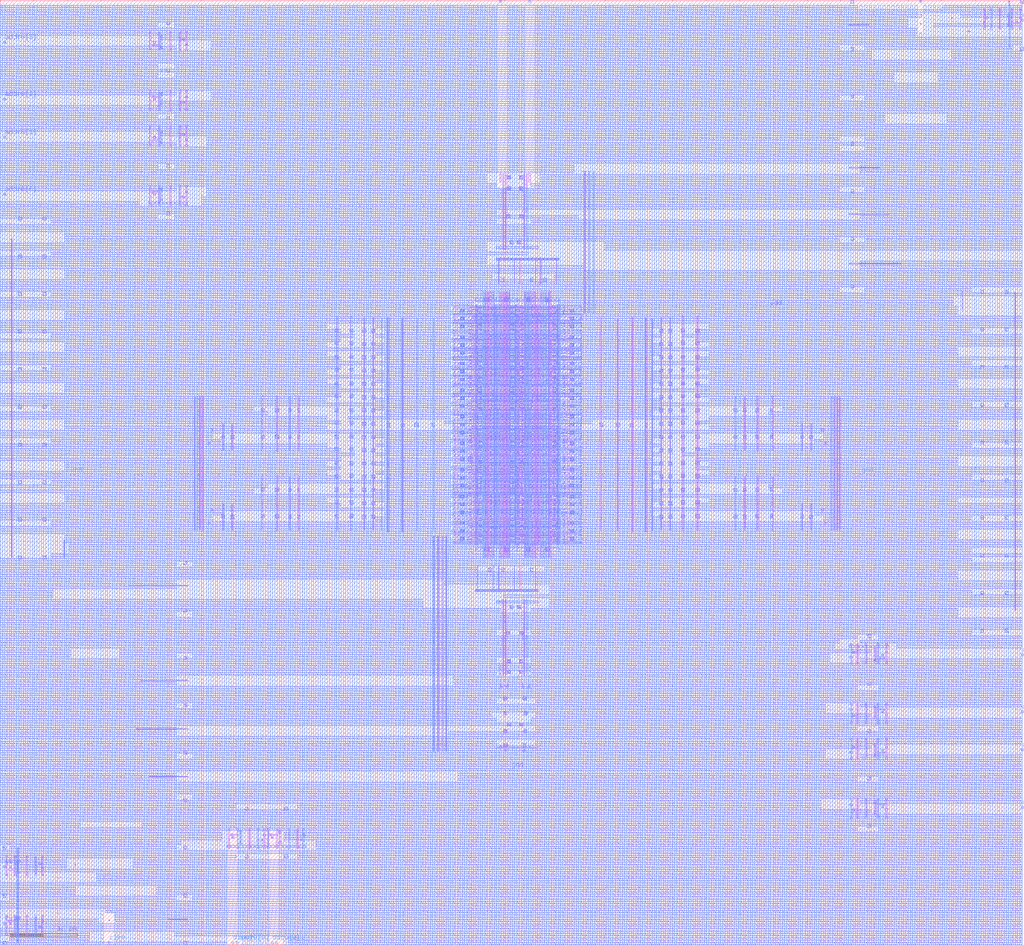
<source format=lef>
VERSION 5.4 ;
NAMESCASESENSITIVE ON ;
BUSBITCHARS "[]" ;
DIVIDERCHAR "/" ;
UNITS
  DATABASE MICRONS 2000 ;
END UNITS
MACRO sram_1rw1r_2_16_sky130
   CLASS BLOCK ;
   SIZE 152.02 BY 140.435 ;
   SYMMETRY X Y R90 ;
   PIN din0[0]
      DIRECTION INPUT ;
      PORT
         LAYER m4 ;
         RECT  34.45 0.125 34.75 0.425 ;
      END
   END din0[0]
   PIN din0[1]
      DIRECTION INPUT ;
      PORT
         LAYER m4 ;
         RECT  40.29 0.125 40.59 0.425 ;
      END
   END din0[1]
   PIN addr0[0]
      DIRECTION INPUT ;
      PORT
         LAYER m3 ;
         RECT  0.53 111.505 0.83 111.805 ;
      END
   END addr0[0]
   PIN addr0[1]
      DIRECTION INPUT ;
      PORT
         LAYER m3 ;
         RECT  0.53 120.005 0.83 120.305 ;
      END
   END addr0[1]
   PIN addr0[2]
      DIRECTION INPUT ;
      PORT
         LAYER m3 ;
         RECT  0.53 125.645 0.83 125.945 ;
      END
   END addr0[2]
   PIN addr0[3]
      DIRECTION INPUT ;
      PORT
         LAYER m3 ;
         RECT  0.53 134.145 0.83 134.445 ;
      END
   END addr0[3]
   PIN addr1[0]
      DIRECTION INPUT ;
      PORT
         LAYER m3 ;
         RECT  151.82 42.965 152.12 43.265 ;
      END
   END addr1[0]
   PIN addr1[1]
      DIRECTION INPUT ;
      PORT
         LAYER m3 ;
         RECT  151.82 34.465 152.12 34.765 ;
      END
   END addr1[1]
   PIN addr1[2]
      DIRECTION INPUT ;
      PORT
         LAYER m3 ;
         RECT  151.82 28.825 152.12 29.125 ;
      END
   END addr1[2]
   PIN addr1[3]
      DIRECTION INPUT ;
      PORT
         LAYER m3 ;
         RECT  151.82 20.325 152.12 20.625 ;
      END
   END addr1[3]
   PIN csb0
      DIRECTION INPUT ;
      PORT
         LAYER m3 ;
         RECT  0.53 2.945 0.83 3.245 ;
      END
   END csb0
   PIN csb1
      DIRECTION INPUT ;
      PORT
         LAYER m3 ;
         RECT  151.82 137.385 152.12 137.685 ;
      END
   END csb1
   PIN web0
      DIRECTION INPUT ;
      PORT
         LAYER m3 ;
         RECT  0.53 11.445 0.83 11.745 ;
      END
   END web0
   PIN clk0
      DIRECTION INPUT ;
      PORT
         LAYER m4 ;
         RECT  16.035 0.125 16.335 0.425 ;
      END
   END clk0
   PIN clk1
      DIRECTION INPUT ;
      PORT
         LAYER m4 ;
         RECT  136.735 140.205 137.035 140.505 ;
      END
   END clk1
   PIN dout0[0]
      DIRECTION OUTPUT ;
      PORT
         LAYER m4 ;
         RECT  35.07 0.125 35.37 0.425 ;
      END
   END dout0[0]
   PIN dout0[1]
      DIRECTION OUTPUT ;
      PORT
         LAYER m4 ;
         RECT  40.91 0.125 41.21 0.425 ;
      END
   END dout0[1]
   PIN dout1[0]
      DIRECTION OUTPUT ;
      PORT
         LAYER m4 ;
         RECT  74.245 140.205 74.545 140.505 ;
      END
   END dout1[0]
   PIN dout1[1]
      DIRECTION OUTPUT ;
      PORT
         LAYER m4 ;
         RECT  78.595 140.205 78.895 140.505 ;
      END
   END dout1[1]
   PIN vdd
      DIRECTION INOUT ;
      USE POWER ; 
      SHAPE ABUTMENT ; 
      PORT
         LAYER m3 ;
         RECT  0.0 25.16 26.22 25.54 ;
         LAYER m4 ;
         RECT  133.96 0.0 134.34 139.78 ;
         LAYER m3 ;
         RECT  0.0 108.12 23.5 108.5 ;
         LAYER m3 ;
         RECT  24.745 115.66 25.235 116.15 ;
         LAYER m3 ;
         RECT  0.0 127.16 152.02 127.54 ;
         LAYER m4 ;
         RECT  51.0 0.0 51.38 139.78 ;
         LAYER m4 ;
         RECT  105.4 0.0 105.78 139.78 ;
         LAYER m3 ;
         RECT  7.48 79.56 37.78 79.94 ;
         LAYER m3 ;
         RECT  86.36 64.6 152.02 64.98 ;
         LAYER m3 ;
         RECT  105.4 80.92 152.02 81.3 ;
         LAYER m3 ;
         RECT  78.79 55.58 79.28 56.07 ;
         LAYER m3 ;
         RECT  98.045 63.46 98.535 63.95 ;
         LAYER m3 ;
         RECT  109.115 63.46 109.605 63.95 ;
         LAYER m3 ;
         RECT  101.3 69.545 101.79 70.035 ;
         LAYER m3 ;
         RECT  86.36 70.04 98.3 70.42 ;
         LAYER m3 ;
         RECT  101.32 72.76 152.02 73.14 ;
         LAYER m3 ;
         RECT  28.56 42.84 123.46 43.22 ;
         LAYER m3 ;
         RECT  151.725 133.04 152.215 133.53 ;
         LAYER m3 ;
         RECT  86.36 86.36 144.54 86.74 ;
         LAYER m4 ;
         RECT  135.32 0.0 135.7 139.78 ;
         LAYER m3 ;
         RECT  25.84 136.68 135.02 137.06 ;
         LAYER m3 ;
         RECT  0.0 30.6 152.02 30.98 ;
         LAYER m4 ;
         RECT  113.56 0.0 113.94 139.78 ;
         LAYER m4 ;
         RECT  102.68 0.0 103.06 139.78 ;
         LAYER m3 ;
         RECT  80.72 98.7 81.21 99.19 ;
         LAYER m3 ;
         RECT  118.985 75.31 119.475 75.8 ;
         LAYER m3 ;
         RECT  55.76 67.32 98.3 67.7 ;
         LAYER m3 ;
         RECT  80.24 113.56 152.02 113.94 ;
         LAYER m3 ;
         RECT  55.225 63.46 55.715 63.95 ;
         LAYER m4 ;
         RECT  48.28 0.0 48.66 139.78 ;
         LAYER m3 ;
         RECT  98.045 85.185 98.535 85.675 ;
         LAYER m3 ;
         RECT  86.36 63.24 98.3 63.62 ;
         LAYER m4 ;
         RECT  72.76 0.0 73.14 139.78 ;
         LAYER m4 ;
         RECT  139.4 0.0 139.78 139.78 ;
         LAYER m3 ;
         RECT  9.52 71.4 48.66 71.78 ;
         LAYER m3 ;
         RECT  0.0 121.72 152.02 122.1 ;
         LAYER m3 ;
         RECT  145.805 91.29 146.295 91.78 ;
         LAYER m3 ;
         RECT  0.0 44.2 124.14 44.58 ;
         LAYER m3 ;
         RECT  17.0 3.4 152.02 3.78 ;
         LAYER m3 ;
         RECT  70.04 65.96 83.34 66.34 ;
         LAYER m4 ;
         RECT  64.6 0.0 64.98 139.78 ;
         LAYER m3 ;
         RECT  51.97 63.495 52.46 63.985 ;
         LAYER m3 ;
         RECT  55.76 65.96 67.02 66.34 ;
         LAYER m3 ;
         RECT  140.08 139.4 152.02 139.78 ;
         LAYER m3 ;
         RECT  78.88 40.12 152.02 40.5 ;
         LAYER m3 ;
         RECT  51.97 73.495 52.46 73.985 ;
         LAYER m3 ;
         RECT  44.155 67.41 44.645 67.9 ;
         LAYER m3 ;
         RECT  0.0 51.0 62.94 51.38 ;
         LAYER m3 ;
         RECT  9.52 65.96 48.66 66.34 ;
         LAYER m4 ;
         RECT  91.8 0.0 92.18 139.78 ;
         LAYER m3 ;
         RECT  67.32 38.76 152.02 39.14 ;
         LAYER m3 ;
         RECT  98.045 71.36 98.535 71.85 ;
         LAYER m4 ;
         RECT  74.12 0.0 74.5 112.58 ;
         LAYER m3 ;
         RECT  55.225 69.385 55.715 69.875 ;
         LAYER m3 ;
         RECT  140.76 123.08 152.02 123.46 ;
         LAYER m4 ;
         RECT  38.76 0.0 39.14 139.78 ;
         LAYER m3 ;
         RECT  0.0 75.48 31.66 75.86 ;
         LAYER m3 ;
         RECT  75.42 112.31 75.91 112.8 ;
         LAYER m3 ;
         RECT  55.76 63.24 67.02 63.62 ;
         LAYER m3 ;
         RECT  55.76 79.56 67.02 79.94 ;
         LAYER m3 ;
         RECT  55.76 89.08 67.02 89.46 ;
         LAYER m3 ;
         RECT  2.675 85.39 3.165 85.88 ;
         LAYER m3 ;
         RECT  0.0 132.6 129.58 132.98 ;
         LAYER m3 ;
         RECT  55.225 71.36 55.715 71.85 ;
         LAYER m3 ;
         RECT  71.955 58.535 72.445 59.025 ;
         LAYER m4 ;
         RECT  87.72 0.0 88.1 139.78 ;
         LAYER m4 ;
         RECT  36.04 0.0 36.42 139.78 ;
         LAYER m3 ;
         RECT  0.0 64.6 67.02 64.98 ;
         LAYER m3 ;
         RECT  0.0 95.88 141.82 96.26 ;
         LAYER m3 ;
         RECT  0.0 21.08 122.1 21.46 ;
         LAYER m3 ;
         RECT  98.045 79.26 98.535 79.75 ;
         LAYER m3 ;
         RECT  78.29 58.63 78.59 58.93 ;
         LAYER m3 ;
         RECT  86.36 89.08 98.3 89.46 ;
         LAYER m3 ;
         RECT  70.04 61.88 83.34 62.26 ;
         LAYER m3 ;
         RECT  105.4 83.64 142.5 84.02 ;
         LAYER m3 ;
         RECT  127.84 27.88 152.02 28.26 ;
         LAYER m3 ;
         RECT  9.52 60.52 67.02 60.9 ;
         LAYER m4 ;
         RECT  29.24 0.0 29.62 139.78 ;
         LAYER m3 ;
         RECT  0.0 128.52 132.98 128.9 ;
         LAYER m3 ;
         RECT  0.0 6.12 152.02 6.5 ;
         LAYER m4 ;
         RECT  142.12 0.0 142.5 139.78 ;
         LAYER m3 ;
         RECT  0.0 36.04 73.82 36.42 ;
         LAYER m3 ;
         RECT  127.84 114.92 152.02 115.3 ;
         LAYER m3 ;
         RECT  0.0 131.24 152.02 131.62 ;
         LAYER m3 ;
         RECT  77.29 46.16 77.78 46.65 ;
         LAYER m3 ;
         RECT  19.72 11.56 152.02 11.94 ;
         LAYER m4 ;
         RECT  8.84 0.0 9.22 139.78 ;
         LAYER m3 ;
         RECT  70.04 94.52 83.34 94.9 ;
         LAYER m3 ;
         RECT  55.225 67.41 55.715 67.9 ;
         LAYER m3 ;
         RECT  59.58 77.06 60.07 77.55 ;
         LAYER m3 ;
         RECT  10.2 59.16 152.02 59.54 ;
         LAYER m3 ;
         RECT  105.4 71.4 142.5 71.78 ;
         LAYER m4 ;
         RECT  55.08 0.0 55.46 139.78 ;
         LAYER m4 ;
         RECT  98.6 0.0 98.98 139.78 ;
         LAYER m3 ;
         RECT  9.52 76.84 48.66 77.22 ;
         LAYER m3 ;
         RECT  0.0 45.56 127.54 45.94 ;
         LAYER m3 ;
         RECT  86.36 60.52 142.5 60.9 ;
         LAYER m3 ;
         RECT  0.0 112.2 26.22 112.58 ;
         LAYER m4 ;
         RECT  11.56 0.0 11.94 139.78 ;
         LAYER m3 ;
         RECT  112.37 75.345 112.86 75.835 ;
         LAYER m3 ;
         RECT  101.32 90.44 152.02 90.82 ;
         LAYER m3 ;
         RECT  101.3 67.445 101.79 67.935 ;
         LAYER m3 ;
         RECT  7.48 68.68 67.02 69.06 ;
         LAYER m4 ;
         RECT  114.92 0.0 115.3 139.78 ;
         LAYER m3 ;
         RECT  0.0 63.24 31.66 63.62 ;
         LAYER m3 ;
         RECT  77.23 112.31 77.72 112.8 ;
         LAYER m3 ;
         RECT  68.0 25.16 152.02 25.54 ;
         LAYER m3 ;
         RECT  105.4 70.04 152.02 70.42 ;
         LAYER m4 ;
         RECT  136.68 0.0 137.06 135.7 ;
         LAYER m3 ;
         RECT  0.0 40.12 73.82 40.5 ;
         LAYER m3 ;
         RECT  86.36 82.28 152.02 82.66 ;
         LAYER m4 ;
         RECT  59.16 0.0 59.54 139.78 ;
         LAYER m3 ;
         RECT  118.985 63.46 119.475 63.95 ;
         LAYER m3 ;
         RECT  112.37 63.495 112.86 63.985 ;
         LAYER m3 ;
         RECT  149.485 46.49 149.975 46.98 ;
         LAYER m3 ;
         RECT  105.4 65.96 142.5 66.34 ;
         LAYER m4 ;
         RECT  151.64 0.0 152.02 139.78 ;
         LAYER m3 ;
         RECT  0.0 80.92 48.66 81.3 ;
         LAYER m3 ;
         RECT  51.97 91.145 52.46 91.635 ;
         LAYER m3 ;
         RECT  130.56 31.96 152.02 32.34 ;
         LAYER m3 ;
         RECT  0.0 117.64 152.02 118.02 ;
         LAYER m3 ;
         RECT  86.36 87.72 98.3 88.1 ;
         LAYER m3 ;
         RECT  79.56 36.04 152.02 36.42 ;
         LAYER m3 ;
         RECT  101.3 87.195 101.79 87.685 ;
         LAYER m3 ;
         RECT  17.68 42.84 26.22 43.22 ;
         LAYER m3 ;
         RECT  9.52 82.28 67.02 82.66 ;
         LAYER m3 ;
         RECT  127.84 108.12 152.02 108.5 ;
         LAYER m3 ;
         RECT  44.2 12.92 152.02 13.3 ;
         LAYER m4 ;
         RECT  40.12 17.0 40.5 139.78 ;
         LAYER m3 ;
         RECT  0.0 12.92 35.06 13.3 ;
         LAYER m3 ;
         RECT  0.0 61.88 67.02 62.26 ;
         LAYER m4 ;
         RECT  86.36 0.0 86.74 139.78 ;
         LAYER m3 ;
         RECT  46.92 14.28 152.02 14.66 ;
         LAYER m3 ;
         RECT  25.84 123.08 131.62 123.46 ;
         LAYER m4 ;
         RECT  23.8 0.0 24.18 139.78 ;
         LAYER m3 ;
         RECT  86.36 75.48 98.3 75.86 ;
         LAYER m3 ;
         RECT  116.28 79.56 152.02 79.94 ;
         LAYER m3 ;
         RECT  30.6 119.0 152.02 119.38 ;
         LAYER m3 ;
         RECT  70.04 82.28 83.34 82.66 ;
         LAYER m3 ;
         RECT  7.48 57.8 152.02 58.18 ;
         LAYER m3 ;
         RECT  0.0 85.0 48.66 85.38 ;
         LAYER m3 ;
         RECT  42.265 19.965 42.755 20.455 ;
         LAYER m4 ;
         RECT  104.04 0.0 104.42 139.78 ;
         LAYER m3 ;
         RECT  101.3 85.345 101.79 85.835 ;
         LAYER m3 ;
         RECT  0.0 129.88 152.02 130.26 ;
         LAYER m3 ;
         RECT  44.155 79.26 44.645 79.75 ;
         LAYER m3 ;
         RECT  101.3 65.595 101.79 66.085 ;
         LAYER m3 ;
         RECT  0.0 7.48 11.26 7.86 ;
         LAYER m3 ;
         RECT  0.0 101.32 72.46 101.7 ;
         LAYER m4 ;
         RECT  83.64 0.0 84.02 139.78 ;
         LAYER m4 ;
         RECT  143.48 0.0 143.86 139.78 ;
         LAYER m3 ;
         RECT  101.3 71.395 101.79 71.885 ;
         LAYER m3 ;
         RECT  7.48 90.44 52.74 90.82 ;
         LAYER m4 ;
         RECT  78.2 0.0 78.58 112.58 ;
         LAYER m4 ;
         RECT  31.96 0.0 32.34 139.78 ;
         LAYER m3 ;
         RECT  28.56 27.88 122.78 28.26 ;
         LAYER m3 ;
         RECT  75.17 95.84 75.47 96.14 ;
         LAYER m4 ;
         RECT  34.68 17.0 35.06 139.78 ;
         LAYER m3 ;
         RECT  0.0 27.88 26.22 28.26 ;
         LAYER m3 ;
         RECT  0.0 52.36 7.86 52.74 ;
         LAYER m3 ;
         RECT  126.445 133.04 126.935 133.53 ;
         LAYER m3 ;
         RECT  42.84 0.68 152.02 1.06 ;
         LAYER m3 ;
         RECT  23.12 7.48 152.02 7.86 ;
         LAYER m3 ;
         RECT  9.52 99.96 152.02 100.34 ;
         LAYER m4 ;
         RECT  49.64 0.0 50.02 139.78 ;
         LAYER m3 ;
         RECT  86.36 65.96 98.3 66.34 ;
         LAYER m3 ;
         RECT  86.36 93.16 152.02 93.54 ;
         LAYER m3 ;
         RECT  109.115 67.41 109.605 67.9 ;
         LAYER m3 ;
         RECT  141.44 132.6 152.02 132.98 ;
         LAYER m3 ;
         RECT  0.0 94.52 67.02 94.9 ;
         LAYER m3 ;
         RECT  24.745 129.8 25.235 130.29 ;
         LAYER m3 ;
         RECT  25.84 108.12 86.06 108.5 ;
         LAYER m3 ;
         RECT  55.76 90.44 67.02 90.82 ;
         LAYER m3 ;
         RECT  78.29 95.84 78.59 96.14 ;
         LAYER m4 ;
         RECT  30.6 0.0 30.98 139.78 ;
         LAYER m3 ;
         RECT  86.36 72.76 98.3 73.14 ;
         LAYER m3 ;
         RECT  34.285 75.31 34.775 75.8 ;
         LAYER m3 ;
         RECT  86.36 85.0 98.3 85.38 ;
         LAYER m3 ;
         RECT  0.0 123.08 23.5 123.46 ;
         LAYER m3 ;
         RECT  0.0 119.0 26.22 119.38 ;
         LAYER m4 ;
         RECT  110.84 0.0 111.22 139.78 ;
         LAYER m3 ;
         RECT  70.04 91.8 83.34 92.18 ;
         LAYER m3 ;
         RECT  0.0 138.04 137.06 138.42 ;
         LAYER m4 ;
         RECT  7.48 0.0 7.86 139.78 ;
         LAYER m3 ;
         RECT  77.29 108.12 77.78 108.61 ;
         LAYER m3 ;
         RECT  70.04 72.76 83.34 73.14 ;
         LAYER m3 ;
         RECT  0.0 38.76 26.22 39.14 ;
         LAYER m3 ;
         RECT  55.225 83.21 55.715 83.7 ;
         LAYER m3 ;
         RECT  0.0 22.44 152.02 22.82 ;
         LAYER m3 ;
         RECT  0.0 26.52 152.02 26.9 ;
         LAYER m3 ;
         RECT  126.445 118.9 126.935 119.39 ;
         LAYER m3 ;
         RECT  55.76 71.4 67.02 71.78 ;
         LAYER m3 ;
         RECT  0.0 86.36 67.02 86.74 ;
         LAYER m3 ;
         RECT  86.36 71.4 98.3 71.78 ;
         LAYER m3 ;
         RECT  98.045 91.11 98.535 91.6 ;
         LAYER m3 ;
         RECT  98.045 75.31 98.535 75.8 ;
         LAYER m3 ;
         RECT  51.97 89.295 52.46 89.785 ;
         LAYER m3 ;
         RECT  105.4 91.8 152.02 92.18 ;
         LAYER m3 ;
         RECT  86.36 61.88 152.02 62.26 ;
         LAYER m3 ;
         RECT  75.17 58.63 75.47 58.93 ;
         LAYER m3 ;
         RECT  149.485 80.09 149.975 80.58 ;
         LAYER m3 ;
         RECT  70.04 70.04 83.34 70.42 ;
         LAYER m3 ;
         RECT  74.795 34.21 75.285 34.7 ;
         LAYER m3 ;
         RECT  105.4 76.84 142.5 77.22 ;
         LAYER m3 ;
         RECT  138.72 136.68 152.02 137.06 ;
         LAYER m3 ;
         RECT  0.0 109.48 152.02 109.86 ;
         LAYER m4 ;
         RECT  117.64 0.0 118.02 139.78 ;
         LAYER m3 ;
         RECT  70.04 85.0 83.34 85.38 ;
         LAYER m3 ;
         RECT  27.245 49.52 27.735 50.01 ;
         LAYER m3 ;
         RECT  0.0 46.92 152.02 47.3 ;
         LAYER m4 ;
         RECT  52.36 0.0 52.74 139.78 ;
         LAYER m3 ;
         RECT  55.76 91.8 67.02 92.18 ;
         LAYER m3 ;
         RECT  70.04 76.84 83.34 77.22 ;
         LAYER m3 ;
         RECT  0.0 97.24 124.82 97.62 ;
         LAYER m3 ;
         RECT  86.36 74.12 98.3 74.5 ;
         LAYER m3 ;
         RECT  27.245 21.24 27.735 21.73 ;
         LAYER m3 ;
         RECT  70.04 83.64 83.34 84.02 ;
         LAYER m4 ;
         RECT  17.0 0.0 17.38 139.78 ;
         LAYER m4 ;
         RECT  131.24 0.0 131.62 139.78 ;
         LAYER m4 ;
         RECT  70.04 0.0 70.42 139.78 ;
         LAYER m4 ;
         RECT  125.8 0.0 126.18 139.78 ;
         LAYER m3 ;
         RECT  98.045 73.335 98.535 73.825 ;
         LAYER m3 ;
         RECT  70.04 87.72 83.34 88.1 ;
         LAYER m3 ;
         RECT  70.04 75.48 83.34 75.86 ;
         LAYER m3 ;
         RECT  55.225 87.16 55.715 87.65 ;
         LAYER m3 ;
         RECT  55.225 89.135 55.715 89.625 ;
         LAYER m3 ;
         RECT  55.225 65.435 55.715 65.925 ;
         LAYER m3 ;
         RECT  0.0 42.84 10.58 43.22 ;
         LAYER m3 ;
         RECT  0.0 49.64 74.5 50.02 ;
         LAYER m3 ;
         RECT  28.56 56.44 152.02 56.82 ;
         LAYER m3 ;
         RECT  142.8 138.04 152.02 138.42 ;
         LAYER m4 ;
         RECT  26.52 0.0 26.9 139.78 ;
         LAYER m3 ;
         RECT  6.355 62.99 6.845 63.48 ;
         LAYER m4 ;
         RECT  21.08 0.0 21.46 139.78 ;
         LAYER m4 ;
         RECT  127.16 0.0 127.54 139.78 ;
         LAYER m3 ;
         RECT  77.855 34.21 78.345 34.7 ;
         LAYER m3 ;
         RECT  98.045 65.435 98.535 65.925 ;
         LAYER m3 ;
         RECT  55.76 80.92 67.02 81.3 ;
         LAYER m4 ;
         RECT  144.84 0.0 145.22 139.78 ;
         LAYER m3 ;
         RECT  51.97 85.345 52.46 85.835 ;
         LAYER m4 ;
         RECT  25.16 0.0 25.54 139.78 ;
         LAYER m3 ;
         RECT  9.52 93.16 67.02 93.54 ;
         LAYER m3 ;
         RECT  145.805 46.49 146.295 46.98 ;
         LAYER m3 ;
         RECT  74.48 98.7 74.97 99.19 ;
         LAYER m3 ;
         RECT  105.4 74.12 144.54 74.5 ;
         LAYER m4 ;
         RECT  45.56 0.0 45.94 139.78 ;
         LAYER m3 ;
         RECT  81.315 58.535 81.805 59.025 ;
         LAYER m3 ;
         RECT  105.4 87.72 142.5 88.1 ;
         LAYER m3 ;
         RECT  55.76 72.76 67.02 73.14 ;
         LAYER m3 ;
         RECT  145.805 80.09 146.295 80.58 ;
         LAYER m3 ;
         RECT  0.0 29.24 129.58 29.62 ;
         LAYER m3 ;
         RECT  70.04 89.08 83.34 89.46 ;
         LAYER m4 ;
         RECT  148.92 0.0 149.3 139.78 ;
         LAYER m3 ;
         RECT  51.97 67.445 52.46 67.935 ;
         LAYER m3 ;
         RECT  70.04 68.68 83.34 69.06 ;
         LAYER m3 ;
         RECT  101.3 79.295 101.79 79.785 ;
         LAYER m3 ;
         RECT  2.04 11.56 9.9 11.94 ;
         LAYER m3 ;
         RECT  0.0 113.56 72.46 113.94 ;
         LAYER m3 ;
         RECT  2.675 107.79 3.165 108.28 ;
         LAYER m4 ;
         RECT  37.4 0.0 37.78 139.78 ;
         LAYER m3 ;
         RECT  0.0 31.96 26.22 32.34 ;
         LAYER m3 ;
         RECT  44.155 63.46 44.645 63.95 ;
         LAYER m3 ;
         RECT  2.04 3.4 14.66 3.78 ;
         LAYER m3 ;
         RECT  70.04 71.4 83.34 71.78 ;
         LAYER m3 ;
         RECT  15.64 4.76 152.02 5.14 ;
         LAYER m3 ;
         RECT  51.97 87.195 52.46 87.685 ;
         LAYER m4 ;
         RECT  120.36 0.0 120.74 139.78 ;
         LAYER m4 ;
         RECT  108.12 0.0 108.5 139.78 ;
         LAYER m3 ;
         RECT  98.045 87.16 98.535 87.65 ;
         LAYER m3 ;
         RECT  86.36 91.8 98.3 92.18 ;
         LAYER m4 ;
         RECT  121.72 0.0 122.1 139.78 ;
         LAYER m3 ;
         RECT  27.245 7.1 27.735 7.59 ;
         LAYER m3 ;
         RECT  116.28 67.32 152.02 67.7 ;
         LAYER m3 ;
         RECT  0.0 53.72 26.22 54.1 ;
         LAYER m4 ;
         RECT  14.28 0.0 14.66 139.78 ;
         LAYER m3 ;
         RECT  0.0 8.84 152.02 9.22 ;
         LAYER m3 ;
         RECT  72.55 55.58 73.04 56.07 ;
         LAYER m3 ;
         RECT  86.36 68.68 152.02 69.06 ;
         LAYER m3 ;
         RECT  77.755 29.46 78.245 29.95 ;
         LAYER m3 ;
         RECT  6.355 85.39 6.845 85.88 ;
         LAYER m3 ;
         RECT  55.76 70.04 67.02 70.42 ;
         LAYER m4 ;
         RECT  140.76 0.0 141.14 139.78 ;
         LAYER m4 ;
         RECT  109.48 0.0 109.86 139.78 ;
         LAYER m3 ;
         RECT  0.0 74.12 48.66 74.5 ;
         LAYER m4 ;
         RECT  82.28 0.0 82.66 139.78 ;
         LAYER m4 ;
         RECT  112.2 0.0 112.58 139.78 ;
         LAYER m3 ;
         RECT  109.115 79.26 109.605 79.75 ;
         LAYER m3 ;
         RECT  0.0 2.04 152.02 2.42 ;
         LAYER m4 ;
         RECT  67.32 0.0 67.7 139.78 ;
         LAYER m4 ;
         RECT  2.04 0.0 2.42 139.78 ;
         LAYER m4 ;
         RECT  99.96 0.0 100.34 139.78 ;
         LAYER m3 ;
         RECT  0.0 124.44 152.02 124.82 ;
         LAYER m3 ;
         RECT  101.3 83.245 101.79 83.735 ;
         LAYER m3 ;
         RECT  44.155 75.31 44.645 75.8 ;
         LAYER m4 ;
         RECT  97.24 0.0 97.62 139.78 ;
         LAYER m3 ;
         RECT  40.9 67.445 41.39 67.935 ;
         LAYER m3 ;
         RECT  55.76 75.48 67.02 75.86 ;
         LAYER m3 ;
         RECT  27.245 35.38 27.735 35.87 ;
         LAYER m4 ;
         RECT  0.68 0.0 1.06 139.78 ;
         LAYER m3 ;
         RECT  81.6 51.0 152.02 51.38 ;
         LAYER m3 ;
         RECT  133.28 44.2 152.02 44.58 ;
         LAYER m4 ;
         RECT  75.48 0.0 75.86 139.78 ;
         LAYER m3 ;
         RECT  128.52 125.8 152.02 126.18 ;
         LAYER m3 ;
         RECT  75.36 46.16 75.85 46.65 ;
         LAYER m4 ;
         RECT  12.92 0.0 13.3 139.78 ;
         LAYER m3 ;
         RECT  101.3 73.495 101.79 73.985 ;
         LAYER m3 ;
         RECT  65.96 53.72 152.02 54.1 ;
         LAYER m4 ;
         RECT  68.68 0.0 69.06 139.78 ;
         LAYER m4 ;
         RECT  63.24 0.0 63.62 139.78 ;
         LAYER m3 ;
         RECT  98.045 69.385 98.535 69.875 ;
         LAYER m4 ;
         RECT  41.48 1.36 41.86 139.78 ;
         LAYER m3 ;
         RECT  23.8 120.36 152.02 120.74 ;
         LAYER m4 ;
         RECT  71.4 0.0 71.78 139.78 ;
         LAYER m4 ;
         RECT  76.84 0.0 77.22 139.78 ;
         LAYER m3 ;
         RECT  0.435 7.1 0.925 7.59 ;
         LAYER m4 ;
         RECT  56.44 0.0 56.82 139.78 ;
         LAYER m4 ;
         RECT  57.8 0.0 58.18 139.78 ;
         LAYER m3 ;
         RECT  101.3 63.495 101.79 63.985 ;
         LAYER m3 ;
         RECT  70.04 93.16 83.34 93.54 ;
         LAYER m3 ;
         RECT  79.56 31.96 127.54 32.34 ;
         LAYER m3 ;
         RECT  86.36 78.2 102.38 78.58 ;
         LAYER m3 ;
         RECT  105.4 85.0 152.02 85.38 ;
         LAYER m3 ;
         RECT  0.0 55.08 142.5 55.46 ;
         LAYER m3 ;
         RECT  89.76 104.04 152.02 104.42 ;
         LAYER m3 ;
         RECT  98.045 77.285 98.535 77.775 ;
         LAYER m3 ;
         RECT  98.045 81.235 98.535 81.725 ;
         LAYER m3 ;
         RECT  2.675 62.99 3.165 63.48 ;
         LAYER m3 ;
         RECT  78.88 49.64 142.5 50.02 ;
         LAYER m3 ;
         RECT  81.315 95.745 81.805 96.235 ;
         LAYER m3 ;
         RECT  51.97 83.245 52.46 83.735 ;
         LAYER m3 ;
         RECT  36.425 19.965 36.915 20.455 ;
         LAYER m3 ;
         RECT  0.0 48.28 152.02 48.66 ;
         LAYER m3 ;
         RECT  126.445 104.76 126.935 105.25 ;
         LAYER m3 ;
         RECT  1.36 0.68 13.3 1.06 ;
         LAYER m3 ;
         RECT  70.04 60.52 83.34 60.9 ;
         LAYER m3 ;
         RECT  30.6 112.2 124.82 112.58 ;
         LAYER m3 ;
         RECT  78.79 98.7 79.28 99.19 ;
         LAYER m3 ;
         RECT  0.0 17.0 127.54 17.38 ;
         LAYER m3 ;
         RECT  55.76 85.0 67.02 85.38 ;
         LAYER m3 ;
         RECT  86.36 83.64 98.3 84.02 ;
         LAYER m3 ;
         RECT  128.52 97.24 144.54 97.62 ;
         LAYER m3 ;
         RECT  1.36 14.28 26.22 14.66 ;
         LAYER m3 ;
         RECT  55.225 91.11 55.715 91.6 ;
         LAYER m4 ;
         RECT  123.08 0.0 123.46 139.78 ;
         LAYER m4 ;
         RECT  27.88 0.0 28.26 139.78 ;
         LAYER m3 ;
         RECT  127.84 21.08 152.02 21.46 ;
         LAYER m3 ;
         RECT  51.97 81.395 52.46 81.885 ;
         LAYER m3 ;
         RECT  51.97 69.545 52.46 70.035 ;
         LAYER m3 ;
         RECT  6.355 74.19 6.845 74.68 ;
         LAYER m3 ;
         RECT  0.0 104.04 72.46 104.42 ;
         LAYER m3 ;
         RECT  149.485 57.69 149.975 58.18 ;
         LAYER m3 ;
         RECT  40.9 79.295 41.39 79.785 ;
         LAYER m3 ;
         RECT  55.76 74.12 67.02 74.5 ;
         LAYER m3 ;
         RECT  0.0 135.32 136.38 135.7 ;
         LAYER m4 ;
         RECT  85.0 0.0 85.38 139.78 ;
         LAYER m3 ;
         RECT  0.0 37.4 152.02 37.78 ;
         LAYER m4 ;
         RECT  3.4 0.0 3.78 139.78 ;
         LAYER m4 ;
         RECT  119.0 0.0 119.38 139.78 ;
         LAYER m3 ;
         RECT  70.04 80.92 83.34 81.3 ;
         LAYER m3 ;
         RECT  89.115 77.14 89.605 77.63 ;
         LAYER m3 ;
         RECT  105.4 89.08 152.02 89.46 ;
         LAYER m4 ;
         RECT  89.08 0.0 89.46 139.78 ;
         LAYER m4 ;
         RECT  4.76 0.0 5.14 139.78 ;
         LAYER m3 ;
         RECT  40.9 63.495 41.39 63.985 ;
         LAYER m3 ;
         RECT  74.895 29.46 75.385 29.95 ;
         LAYER m4 ;
         RECT  80.92 0.0 81.3 139.78 ;
         LAYER m4 ;
         RECT  93.16 0.0 93.54 139.78 ;
         LAYER m3 ;
         RECT  0.0 136.68 23.5 137.06 ;
         LAYER m4 ;
         RECT  79.56 0.0 79.94 139.78 ;
         LAYER m4 ;
         RECT  33.32 0.0 33.7 139.78 ;
         LAYER m3 ;
         RECT  130.56 17.0 152.02 17.38 ;
         LAYER m3 ;
         RECT  0.0 23.8 152.02 24.18 ;
         LAYER m4 ;
         RECT  132.6 0.0 132.98 139.78 ;
         LAYER m3 ;
         RECT  70.04 63.24 83.34 63.62 ;
         LAYER m3 ;
         RECT  0.0 87.72 48.66 88.1 ;
         LAYER m4 ;
         RECT  138.04 0.0 138.42 139.78 ;
         LAYER m3 ;
         RECT  0.0 114.92 85.38 115.3 ;
         LAYER m4 ;
         RECT  65.96 0.0 66.34 139.78 ;
         LAYER m3 ;
         RECT  128.945 24.48 129.435 24.97 ;
         LAYER m3 ;
         RECT  127.84 101.32 152.02 101.7 ;
         LAYER m3 ;
         RECT  71.955 95.745 72.445 96.235 ;
         LAYER m3 ;
         RECT  0.0 116.28 152.02 116.66 ;
         LAYER m3 ;
         RECT  101.3 75.345 101.79 75.835 ;
         LAYER m3 ;
         RECT  55.76 83.64 67.02 84.02 ;
         LAYER m3 ;
         RECT  55.225 75.31 55.715 75.8 ;
         LAYER m3 ;
         RECT  109.115 75.31 109.605 75.8 ;
         LAYER m3 ;
         RECT  70.04 86.36 83.34 86.74 ;
         LAYER m4 ;
         RECT  44.2 0.0 44.58 139.78 ;
         LAYER m3 ;
         RECT  0.0 83.64 48.66 84.02 ;
         LAYER m3 ;
         RECT  122.4 75.48 152.02 75.86 ;
         LAYER m3 ;
         RECT  70.04 64.6 83.34 64.98 ;
         LAYER m3 ;
         RECT  7.48 102.68 78.58 103.06 ;
         LAYER m4 ;
         RECT  124.44 0.0 124.82 139.78 ;
         LAYER m3 ;
         RECT  2.675 74.19 3.165 74.68 ;
         LAYER m3 ;
         RECT  98.045 67.41 98.535 67.9 ;
         LAYER m3 ;
         RECT  149.485 91.29 149.975 91.78 ;
         LAYER m3 ;
         RECT  6.355 107.79 6.845 108.28 ;
         LAYER m3 ;
         RECT  14.28 10.2 152.02 10.58 ;
         LAYER m3 ;
         RECT  9.52 105.4 152.02 105.78 ;
         LAYER m4 ;
         RECT  116.28 0.0 116.66 139.78 ;
         LAYER m3 ;
         RECT  64.155 77.14 64.645 77.63 ;
         LAYER m4 ;
         RECT  106.76 0.0 107.14 139.78 ;
         LAYER m3 ;
         RECT  9.52 89.08 48.66 89.46 ;
         LAYER m3 ;
         RECT  70.04 90.44 83.34 90.82 ;
         LAYER m3 ;
         RECT  31.28 125.8 124.82 126.18 ;
         LAYER m3 ;
         RECT  34.285 63.46 34.775 63.95 ;
         LAYER m3 ;
         RECT  75.42 41.97 75.91 42.46 ;
         LAYER m4 ;
         RECT  53.72 0.0 54.1 139.78 ;
         LAYER m3 ;
         RECT  77.23 41.97 77.72 42.46 ;
         LAYER m3 ;
         RECT  51.97 75.345 52.46 75.835 ;
         LAYER m3 ;
         RECT  81.6 52.36 144.54 52.74 ;
         LAYER m3 ;
         RECT  51.97 79.295 52.46 79.785 ;
         LAYER m3 ;
         RECT  0.0 67.32 37.78 67.7 ;
         LAYER m3 ;
         RECT  101.3 81.395 101.79 81.885 ;
         LAYER m4 ;
         RECT  150.28 0.0 150.66 139.78 ;
         LAYER m3 ;
         RECT  0.0 18.36 152.02 18.74 ;
         LAYER m4 ;
         RECT  46.92 0.0 47.3 139.78 ;
         LAYER m3 ;
         RECT  0.0 15.64 33.02 16.02 ;
         LAYER m4 ;
         RECT  6.12 0.0 6.5 139.78 ;
         LAYER m3 ;
         RECT  128.52 112.2 152.02 112.58 ;
         LAYER m3 ;
         RECT  98.045 83.21 98.535 83.7 ;
         LAYER m3 ;
         RECT  0.0 139.4 127.54 139.78 ;
         LAYER m4 ;
         RECT  19.72 0.0 20.1 139.78 ;
         LAYER m3 ;
         RECT  0.0 33.32 73.82 33.7 ;
         LAYER m3 ;
         RECT  70.04 74.12 83.34 74.5 ;
         LAYER m3 ;
         RECT  0.0 34.68 122.78 35.06 ;
         LAYER m3 ;
         RECT  130.56 45.56 152.02 45.94 ;
         LAYER m3 ;
         RECT  29.92 110.84 152.02 111.22 ;
         LAYER m3 ;
         RECT  51.97 65.595 52.46 66.085 ;
         LAYER m3 ;
         RECT  40.9 75.345 41.39 75.835 ;
         LAYER m3 ;
         RECT  105.4 78.2 152.02 78.58 ;
         LAYER m4 ;
         RECT  101.32 0.0 101.7 139.78 ;
         LAYER m3 ;
         RECT  51.97 71.395 52.46 71.885 ;
         LAYER m3 ;
         RECT  98.045 89.135 98.535 89.625 ;
         LAYER m3 ;
         RECT  101.3 91.145 101.79 91.635 ;
         LAYER m3 ;
         RECT  0.0 78.2 48.66 78.58 ;
         LAYER m3 ;
         RECT  51.68 78.2 67.02 78.58 ;
         LAYER m3 ;
         RECT  86.36 90.44 98.3 90.82 ;
         LAYER m3 ;
         RECT  55.76 87.72 67.02 88.1 ;
         LAYER m4 ;
         RECT  146.2 0.0 146.58 139.78 ;
         LAYER m3 ;
         RECT  0.0 41.48 152.02 41.86 ;
         LAYER m4 ;
         RECT  61.88 0.0 62.26 139.78 ;
         LAYER m3 ;
         RECT  139.4 128.52 152.02 128.9 ;
         LAYER m3 ;
         RECT  55.225 85.185 55.715 85.675 ;
         LAYER m3 ;
         RECT  78.88 33.32 152.02 33.7 ;
         LAYER m4 ;
         RECT  90.44 0.0 90.82 139.78 ;
         LAYER m4 ;
         RECT  128.52 0.0 128.9 139.78 ;
         LAYER m3 ;
         RECT  0.0 19.72 129.58 20.1 ;
         LAYER m3 ;
         RECT  0.0 98.6 152.02 98.98 ;
         LAYER m3 ;
         RECT  128.945 38.62 129.435 39.11 ;
         LAYER m3 ;
         RECT  55.225 81.235 55.715 81.725 ;
         LAYER m4 ;
         RECT  147.56 0.0 147.94 139.78 ;
         LAYER m3 ;
         RECT  0.0 91.8 48.66 92.18 ;
         LAYER m3 ;
         RECT  75.36 108.12 75.85 108.61 ;
         LAYER m3 ;
         RECT  112.37 79.295 112.86 79.785 ;
         LAYER m3 ;
         RECT  55.225 79.26 55.715 79.75 ;
         LAYER m3 ;
         RECT  122.4 63.24 144.54 63.62 ;
         LAYER m3 ;
         RECT  145.805 68.89 146.295 69.38 ;
         LAYER m4 ;
         RECT  18.36 0.0 18.74 139.78 ;
         LAYER m3 ;
         RECT  51.97 77.445 52.46 77.935 ;
         LAYER m3 ;
         RECT  31.28 133.96 152.02 134.34 ;
         LAYER m3 ;
         RECT  70.04 79.56 83.34 79.94 ;
         LAYER m3 ;
         RECT  86.36 80.92 98.3 81.3 ;
         LAYER m3 ;
         RECT  149.485 68.89 149.975 69.38 ;
         LAYER m4 ;
         RECT  15.64 4.76 16.02 139.78 ;
         LAYER m4 ;
         RECT  42.84 0.0 43.22 139.78 ;
         LAYER m3 ;
         RECT  0.0 72.76 52.74 73.14 ;
         LAYER m3 ;
         RECT  112.37 67.445 112.86 67.935 ;
         LAYER m4 ;
         RECT  94.52 0.0 94.9 139.78 ;
         LAYER m3 ;
         RECT  55.225 73.335 55.715 73.825 ;
         LAYER m3 ;
         RECT  101.3 77.445 101.79 77.935 ;
         LAYER m4 ;
         RECT  129.88 0.0 130.26 139.78 ;
         LAYER m3 ;
         RECT  42.16 15.64 152.02 16.02 ;
         LAYER m3 ;
         RECT  93.69 77.06 94.18 77.55 ;
         LAYER m3 ;
         RECT  101.3 89.295 101.79 89.785 ;
         LAYER m3 ;
         RECT  55.225 77.285 55.715 77.775 ;
         LAYER m3 ;
         RECT  0.0 106.76 152.02 107.14 ;
         LAYER m3 ;
         RECT  6.355 96.59 6.845 97.08 ;
         LAYER m3 ;
         RECT  86.36 79.56 98.3 79.94 ;
         LAYER m3 ;
         RECT  70.04 78.2 83.34 78.58 ;
         LAYER m3 ;
         RECT  0.0 70.04 48.66 70.42 ;
         LAYER m3 ;
         RECT  74.48 55.58 74.97 56.07 ;
         LAYER m4 ;
         RECT  95.88 0.0 96.26 139.78 ;
         LAYER m3 ;
         RECT  0.0 56.44 26.22 56.82 ;
         LAYER m4 ;
         RECT  22.44 0.0 22.82 139.78 ;
         LAYER m3 ;
         RECT  145.805 57.69 146.295 58.18 ;
         LAYER m4 ;
         RECT  60.52 0.0 60.9 139.78 ;
         LAYER m3 ;
         RECT  2.675 96.59 3.165 97.08 ;
         LAYER m4 ;
         RECT  10.2 0.0 10.58 139.78 ;
         LAYER m3 ;
         RECT  86.36 94.52 142.5 94.9 ;
      END
   END vdd
   PIN gnd
      DIRECTION INOUT ;
      USE GROUND ; 
      SHAPE ABUTMENT ; 
      PORT
         LAYER m3 ;
         RECT  103.425 75.345 103.915 75.835 ;
         LAYER m3 ;
         RECT  49.845 71.395 50.335 71.885 ;
         LAYER m3 ;
         RECT  57.12 78.88 96.94 79.26 ;
         LAYER m3 ;
         RECT  0.0 115.6 23.5 115.98 ;
         LAYER m3 ;
         RECT  0.0 73.44 50.7 73.82 ;
         LAYER m3 ;
         RECT  0.0 136.0 136.38 136.38 ;
         LAYER m4 ;
         RECT  74.8 0.0 75.18 112.58 ;
         LAYER m3 ;
         RECT  74.85 36.395 75.34 36.885 ;
         LAYER m4 ;
         RECT  122.4 0.0 122.78 139.78 ;
         LAYER m3 ;
         RECT  0.0 57.12 144.54 57.5 ;
         LAYER m3 ;
         RECT  103.425 81.385 103.915 81.875 ;
         LAYER m3 ;
         RECT  103.36 77.52 142.5 77.9 ;
         LAYER m3 ;
         RECT  140.76 122.4 152.02 122.78 ;
         LAYER m3 ;
         RECT  84.89 77.235 85.19 77.535 ;
         LAYER m3 ;
         RECT  0.0 68.0 39.82 68.38 ;
         LAYER m3 ;
         RECT  14.28 9.52 152.02 9.9 ;
         LAYER m3 ;
         RECT  68.57 91.85 68.87 92.15 ;
         LAYER m3 ;
         RECT  29.92 110.16 152.02 110.54 ;
         LAYER m3 ;
         RECT  49.845 89.285 50.335 89.775 ;
         LAYER m3 ;
         RECT  110.475 67.41 110.965 67.9 ;
         LAYER m4 ;
         RECT  34.0 17.0 34.38 139.78 ;
         LAYER m3 ;
         RECT  25.84 115.6 85.38 115.98 ;
         LAYER m3 ;
         RECT  0.0 19.04 152.02 19.42 ;
         LAYER m3 ;
         RECT  53.865 89.135 54.355 89.625 ;
         LAYER m3 ;
         RECT  80.92 55.76 152.02 56.14 ;
         LAYER m3 ;
         RECT  53.865 71.36 54.355 71.85 ;
         LAYER m3 ;
         RECT  84.89 64.2 85.19 64.5 ;
         LAYER m3 ;
         RECT  79.56 34.0 129.58 34.38 ;
         LAYER m3 ;
         RECT  145.805 74.49 146.295 74.98 ;
         LAYER m3 ;
         RECT  0.0 138.72 152.02 139.1 ;
         LAYER m4 ;
         RECT  100.64 0.0 101.02 139.78 ;
         LAYER m4 ;
         RECT  110.16 0.0 110.54 139.78 ;
         LAYER m3 ;
         RECT  49.845 79.295 50.335 79.785 ;
         LAYER m3 ;
         RECT  57.12 65.28 96.94 65.66 ;
         LAYER m3 ;
         RECT  127.84 115.6 152.02 115.98 ;
         LAYER m4 ;
         RECT  28.56 0.0 28.94 139.78 ;
         LAYER m4 ;
         RECT  88.4 0.0 88.78 139.78 ;
         LAYER m3 ;
         RECT  103.425 87.195 103.915 87.685 ;
         LAYER m4 ;
         RECT  115.6 0.0 115.98 139.78 ;
         LAYER m3 ;
         RECT  17.0 4.08 152.02 4.46 ;
         LAYER m3 ;
         RECT  80.24 114.24 152.02 114.62 ;
         LAYER m4 ;
         RECT  35.36 1.36 35.74 139.78 ;
         LAYER m3 ;
         RECT  57.12 82.96 96.94 83.34 ;
         LAYER m3 ;
         RECT  9.52 66.64 152.02 67.02 ;
         LAYER m4 ;
         RECT  4.08 0.0 4.46 139.78 ;
         LAYER m3 ;
         RECT  84.89 70.52 85.19 70.82 ;
         LAYER m3 ;
         RECT  10.2 58.48 70.42 58.86 ;
         LAYER m4 ;
         RECT  69.36 0.0 69.74 139.78 ;
         LAYER m4 ;
         RECT  59.84 0.0 60.22 139.78 ;
         LAYER m3 ;
         RECT  0.0 106.08 152.02 106.46 ;
         LAYER m3 ;
         RECT  84.89 76.05 85.19 76.35 ;
         LAYER m3 ;
         RECT  78.88 112.88 152.02 113.26 ;
         LAYER m3 ;
         RECT  84.89 69.335 85.19 69.635 ;
         LAYER m3 ;
         RECT  53.865 65.435 54.355 65.925 ;
         LAYER m3 ;
         RECT  77.825 31.54 78.315 32.03 ;
         LAYER m4 ;
         RECT  138.72 0.0 139.1 139.78 ;
         LAYER m3 ;
         RECT  77.25 32.55 77.74 33.04 ;
         LAYER m3 ;
         RECT  0.0 55.76 71.1 56.14 ;
         LAYER m4 ;
         RECT  61.2 0.0 61.58 139.78 ;
         LAYER m4 ;
         RECT  130.56 0.0 130.94 139.78 ;
         LAYER m3 ;
         RECT  66.64 31.28 152.02 31.66 ;
         LAYER m3 ;
         RECT  0.0 48.96 26.22 49.34 ;
         LAYER m3 ;
         RECT  84.89 65.385 85.19 65.685 ;
         LAYER m3 ;
         RECT  84.89 73.285 85.19 73.585 ;
         LAYER m4 ;
         RECT  5.44 0.0 5.82 139.78 ;
         LAYER m3 ;
         RECT  114.495 63.495 114.985 63.985 ;
         LAYER m4 ;
         RECT  81.6 0.0 81.98 139.78 ;
         LAYER m3 ;
         RECT  99.405 83.21 99.895 83.7 ;
         LAYER m3 ;
         RECT  0.0 35.36 26.22 35.74 ;
         LAYER m3 ;
         RECT  82.96 95.2 141.82 95.58 ;
         LAYER m3 ;
         RECT  84.89 91.85 85.19 92.15 ;
         LAYER m3 ;
         RECT  28.56 35.36 122.78 35.74 ;
         LAYER m3 ;
         RECT  27.245 42.45 27.735 42.94 ;
         LAYER m4 ;
         RECT  99.28 0.0 99.66 139.78 ;
         LAYER m3 ;
         RECT  114.24 78.88 152.02 79.26 ;
         LAYER m3 ;
         RECT  99.405 69.385 99.895 69.875 ;
         LAYER m4 ;
         RECT  10.88 0.0 11.26 139.78 ;
         LAYER m3 ;
         RECT  53.865 79.26 54.355 79.75 ;
         LAYER m3 ;
         RECT  103.425 65.585 103.915 66.075 ;
         LAYER m3 ;
         RECT  6.355 68.59 6.845 69.08 ;
         LAYER m3 ;
         RECT  9.52 70.72 50.7 71.1 ;
         LAYER m3 ;
         RECT  139.4 129.2 152.02 129.58 ;
         LAYER m4 ;
         RECT  111.52 0.0 111.9 139.78 ;
         LAYER m3 ;
         RECT  103.36 65.28 152.02 65.66 ;
         LAYER m3 ;
         RECT  0.0 14.96 26.9 15.34 ;
         LAYER m3 ;
         RECT  78.88 42.16 123.46 42.54 ;
         LAYER m3 ;
         RECT  0.0 43.52 10.58 43.9 ;
         LAYER m3 ;
         RECT  0.0 137.36 135.02 137.74 ;
         LAYER m3 ;
         RECT  68.57 60.25 68.87 60.55 ;
         LAYER m3 ;
         RECT  74.825 31.54 75.315 32.03 ;
         LAYER m3 ;
         RECT  0.0 95.2 70.42 95.58 ;
         LAYER m3 ;
         RECT  23.12 8.16 152.02 8.54 ;
         LAYER m3 ;
         RECT  0.0 87.04 50.7 87.42 ;
         LAYER m3 ;
         RECT  49.845 75.345 50.335 75.835 ;
         LAYER m3 ;
         RECT  114.495 67.445 114.985 67.935 ;
         LAYER m3 ;
         RECT  0.0 84.32 152.02 84.7 ;
         LAYER m4 ;
         RECT  29.92 0.0 30.3 139.78 ;
         LAYER m3 ;
         RECT  53.865 75.31 54.355 75.8 ;
         LAYER m3 ;
         RECT  99.405 77.285 99.895 77.775 ;
         LAYER m3 ;
         RECT  27.245 56.59 27.735 57.08 ;
         LAYER m4 ;
         RECT  42.16 0.0 42.54 139.78 ;
         LAYER m3 ;
         RECT  121.04 63.92 152.02 64.3 ;
         LAYER m3 ;
         RECT  21.08 17.68 152.02 18.06 ;
         LAYER m3 ;
         RECT  68.57 82.37 68.87 82.67 ;
         LAYER m3 ;
         RECT  9.52 77.52 50.7 77.9 ;
         LAYER m3 ;
         RECT  84.89 62.62 85.19 62.92 ;
         LAYER m3 ;
         RECT  0.0 108.8 73.82 109.18 ;
         LAYER m4 ;
         RECT  68.0 0.0 68.38 139.78 ;
         LAYER m4 ;
         RECT  25.84 0.0 26.22 139.78 ;
         LAYER m3 ;
         RECT  127.84 35.36 152.02 35.74 ;
         LAYER m3 ;
         RECT  99.405 73.335 99.895 73.825 ;
         LAYER m4 ;
         RECT  96.56 0.0 96.94 139.78 ;
         LAYER m3 ;
         RECT  84.89 68.15 85.19 68.45 ;
         LAYER m3 ;
         RECT  103.425 73.485 103.915 73.975 ;
         LAYER m3 ;
         RECT  25.84 129.2 132.98 129.58 ;
         LAYER m3 ;
         RECT  145.805 52.09 146.295 52.58 ;
         LAYER m4 ;
         RECT  129.2 0.0 129.58 139.78 ;
         LAYER m3 ;
         RECT  0.0 31.28 26.22 31.66 ;
         LAYER m3 ;
         RECT  67.32 39.44 152.02 39.82 ;
         LAYER m4 ;
         RECT  40.8 17.0 41.18 139.78 ;
         LAYER m4 ;
         RECT  57.12 0.0 57.5 139.78 ;
         LAYER m3 ;
         RECT  78.88 107.44 152.02 107.82 ;
         LAYER m3 ;
         RECT  0.0 116.96 152.02 117.34 ;
         LAYER m3 ;
         RECT  0.0 42.16 73.82 42.54 ;
         LAYER m3 ;
         RECT  68.57 64.2 68.87 64.5 ;
         LAYER m3 ;
         RECT  127.84 100.64 152.02 101.02 ;
         LAYER m3 ;
         RECT  49.845 63.495 50.335 63.985 ;
         LAYER m3 ;
         RECT  149.485 74.49 149.975 74.98 ;
         LAYER m3 ;
         RECT  2.675 90.99 3.165 91.48 ;
         LAYER m4 ;
         RECT  126.48 0.0 126.86 139.78 ;
         LAYER m3 ;
         RECT  57.12 87.04 96.94 87.42 ;
         LAYER m3 ;
         RECT  151.725 140.12 152.215 140.61 ;
         LAYER m3 ;
         RECT  53.865 73.335 54.355 73.825 ;
         LAYER m4 ;
         RECT  106.08 0.0 106.46 139.78 ;
         LAYER m3 ;
         RECT  68.57 61.435 68.87 61.735 ;
         LAYER m3 ;
         RECT  0.0 54.4 142.5 54.78 ;
         LAYER m4 ;
         RECT  78.88 0.0 79.26 112.58 ;
         LAYER m3 ;
         RECT  74.8 51.68 152.02 52.06 ;
         LAYER m4 ;
         RECT  123.76 0.0 124.14 139.78 ;
         LAYER m3 ;
         RECT  103.425 63.495 103.915 63.985 ;
         LAYER m4 ;
         RECT  133.28 0.0 133.66 139.78 ;
         LAYER m3 ;
         RECT  57.12 81.6 96.94 81.98 ;
         LAYER m4 ;
         RECT  107.44 0.0 107.82 139.78 ;
         LAYER m3 ;
         RECT  126.445 140.11 126.935 140.6 ;
         LAYER m3 ;
         RECT  149.485 96.89 149.975 97.38 ;
         LAYER m4 ;
         RECT  148.24 0.0 148.62 139.78 ;
         LAYER m3 ;
         RECT  65.96 77.52 88.1 77.9 ;
         LAYER m3 ;
         RECT  0.0 28.56 122.78 28.94 ;
         LAYER m3 ;
         RECT  0.0 16.32 33.02 16.7 ;
         LAYER m3 ;
         RECT  103.425 79.295 103.915 79.785 ;
         LAYER m4 ;
         RECT  85.68 0.0 86.06 139.78 ;
         LAYER m3 ;
         RECT  77.8 36.395 78.29 36.885 ;
         LAYER m3 ;
         RECT  6.355 90.99 6.845 91.48 ;
         LAYER m3 ;
         RECT  103.425 91.145 103.915 91.635 ;
         LAYER m3 ;
         RECT  19.72 12.24 152.02 12.62 ;
         LAYER m3 ;
         RECT  30.6 111.52 152.02 111.9 ;
         LAYER m4 ;
         RECT  19.04 0.0 19.42 139.78 ;
         LAYER m4 ;
         RECT  116.96 0.0 117.34 139.78 ;
         LAYER m4 ;
         RECT  114.24 0.0 114.62 139.78 ;
         LAYER m3 ;
         RECT  126.445 111.83 126.935 112.32 ;
         LAYER m3 ;
         RECT  84.89 60.25 85.19 60.55 ;
         LAYER m3 ;
         RECT  53.865 85.185 54.355 85.675 ;
         LAYER m3 ;
         RECT  68.0 24.48 127.54 24.86 ;
         LAYER m3 ;
         RECT  23.8 134.64 152.02 135.02 ;
         LAYER m3 ;
         RECT  49.845 85.335 50.335 85.825 ;
         LAYER m3 ;
         RECT  7.48 74.8 33.02 75.18 ;
         LAYER m3 ;
         RECT  0.0 127.84 152.02 128.22 ;
         LAYER m3 ;
         RECT  0.0 38.08 127.54 38.46 ;
         LAYER m4 ;
         RECT  46.24 0.0 46.62 139.78 ;
         LAYER m3 ;
         RECT  49.845 65.585 50.335 66.075 ;
         LAYER m3 ;
         RECT  99.405 63.46 99.895 63.95 ;
         LAYER m3 ;
         RECT  53.865 77.285 54.355 77.775 ;
         LAYER m4 ;
         RECT  31.28 0.0 31.66 139.78 ;
         LAYER m3 ;
         RECT  0.0 110.16 20.78 110.54 ;
         LAYER m4 ;
         RECT  108.8 0.0 109.18 139.78 ;
         LAYER m3 ;
         RECT  0.0 76.16 152.02 76.54 ;
         LAYER m4 ;
         RECT  27.2 0.0 27.58 139.78 ;
         LAYER m3 ;
         RECT  99.405 87.16 99.895 87.65 ;
         LAYER m3 ;
         RECT  145.805 63.29 146.295 63.78 ;
         LAYER m3 ;
         RECT  0.0 121.04 152.02 121.42 ;
         LAYER m3 ;
         RECT  2.675 68.59 3.165 69.08 ;
         LAYER m3 ;
         RECT  6.355 102.19 6.845 102.68 ;
         LAYER m3 ;
         RECT  42.265 12.895 42.755 13.385 ;
         LAYER m4 ;
         RECT  63.92 0.0 64.3 139.78 ;
         LAYER m3 ;
         RECT  84.89 90.27 85.19 90.57 ;
         LAYER m3 ;
         RECT  128.945 45.69 129.435 46.18 ;
         LAYER m3 ;
         RECT  0.0 91.12 50.7 91.5 ;
         LAYER m3 ;
         RECT  149.485 85.69 149.975 86.18 ;
         LAYER m3 ;
         RECT  53.865 81.235 54.355 81.725 ;
         LAYER m4 ;
         RECT  144.16 0.0 144.54 139.78 ;
         LAYER m3 ;
         RECT  42.16 16.32 152.02 16.7 ;
         LAYER m3 ;
         RECT  7.48 62.56 152.02 62.94 ;
         LAYER m3 ;
         RECT  38.775 67.445 39.265 67.935 ;
         LAYER m3 ;
         RECT  42.795 75.31 43.285 75.8 ;
         LAYER m3 ;
         RECT  2.675 57.39 3.165 57.88 ;
         LAYER m3 ;
         RECT  128.945 31.55 129.435 32.04 ;
         LAYER m3 ;
         RECT  103.36 82.96 142.5 83.34 ;
         LAYER m3 ;
         RECT  28.56 6.8 152.02 7.18 ;
         LAYER m3 ;
         RECT  7.48 85.68 50.7 86.06 ;
         LAYER m3 ;
         RECT  128.52 118.32 152.02 118.7 ;
         LAYER m3 ;
         RECT  53.865 67.41 54.355 67.9 ;
         LAYER m3 ;
         RECT  84.89 61.435 85.19 61.735 ;
         LAYER m3 ;
         RECT  84.89 89.085 85.19 89.385 ;
         LAYER m3 ;
         RECT  68.57 80.0 68.87 80.3 ;
         LAYER m3 ;
         RECT  53.865 63.46 54.355 63.95 ;
         LAYER m3 ;
         RECT  103.425 69.535 103.915 70.025 ;
         LAYER m3 ;
         RECT  95.815 77.065 96.305 77.555 ;
         LAYER m3 ;
         RECT  0.0 27.2 152.02 27.58 ;
         LAYER m3 ;
         RECT  57.12 91.12 96.94 91.5 ;
         LAYER m4 ;
         RECT  65.28 0.0 65.66 139.78 ;
         LAYER m4 ;
         RECT  131.92 0.0 132.3 139.78 ;
         LAYER m4 ;
         RECT  141.44 0.0 141.82 139.78 ;
         LAYER m3 ;
         RECT  49.845 87.195 50.335 87.685 ;
         LAYER m3 ;
         RECT  6.355 57.39 6.845 57.88 ;
         LAYER m3 ;
         RECT  9.52 99.28 73.14 99.66 ;
         LAYER m3 ;
         RECT  0.0 53.04 26.22 53.42 ;
         LAYER m4 ;
         RECT  70.72 0.0 71.1 139.78 ;
         LAYER m3 ;
         RECT  0.0 21.76 26.22 22.14 ;
         LAYER m3 ;
         RECT  103.36 72.08 142.5 72.46 ;
         LAYER m3 ;
         RECT  17.68 43.52 129.58 43.9 ;
         LAYER m3 ;
         RECT  38.775 63.495 39.265 63.985 ;
         LAYER m4 ;
         RECT  39.44 0.0 39.82 139.78 ;
         LAYER m4 ;
         RECT  6.8 0.0 7.18 139.78 ;
         LAYER m3 ;
         RECT  27.245 28.31 27.735 28.8 ;
         LAYER m3 ;
         RECT  99.405 71.36 99.895 71.85 ;
         LAYER m3 ;
         RECT  0.0 50.32 62.94 50.7 ;
         LAYER m3 ;
         RECT  84.89 66.57 85.19 66.87 ;
         LAYER m3 ;
         RECT  53.865 83.21 54.355 83.7 ;
         LAYER m4 ;
         RECT  76.16 0.0 76.54 139.78 ;
         LAYER m3 ;
         RECT  28.56 48.96 142.5 49.34 ;
         LAYER m4 ;
         RECT  95.2 0.0 95.58 139.78 ;
         LAYER m3 ;
         RECT  99.405 85.185 99.895 85.675 ;
         LAYER m3 ;
         RECT  27.245 14.17 27.735 14.66 ;
         LAYER m3 ;
         RECT  57.12 89.76 96.94 90.14 ;
         LAYER m4 ;
         RECT  137.36 0.0 137.74 139.78 ;
         LAYER m3 ;
         RECT  130.56 38.08 152.02 38.46 ;
         LAYER m3 ;
         RECT  84.89 94.22 85.19 94.52 ;
         LAYER m3 ;
         RECT  103.425 67.445 103.915 67.935 ;
         LAYER m4 ;
         RECT  55.76 0.0 56.14 139.78 ;
         LAYER m3 ;
         RECT  110.475 75.31 110.965 75.8 ;
         LAYER m3 ;
         RECT  57.12 74.8 96.94 75.18 ;
         LAYER m3 ;
         RECT  9.52 59.84 152.02 60.22 ;
         LAYER m3 ;
         RECT  57.12 70.72 96.94 71.1 ;
         LAYER m3 ;
         RECT  0.0 46.24 73.82 46.62 ;
         LAYER m3 ;
         RECT  0.0 29.92 73.82 30.3 ;
         LAYER m3 ;
         RECT  0.0 32.64 152.02 33.02 ;
         LAYER m3 ;
         RECT  127.84 42.16 152.02 42.54 ;
         LAYER m3 ;
         RECT  25.84 130.56 152.02 130.94 ;
         LAYER m3 ;
         RECT  68.57 93.035 68.87 93.335 ;
         LAYER m3 ;
         RECT  68.57 94.22 68.87 94.52 ;
         LAYER m3 ;
         RECT  84.89 87.9 85.19 88.2 ;
         LAYER m4 ;
         RECT  104.72 0.0 105.1 139.78 ;
         LAYER m4 ;
         RECT  82.96 0.0 83.34 139.78 ;
         LAYER m3 ;
         RECT  31.28 126.48 152.02 126.86 ;
         LAYER m3 ;
         RECT  68.57 62.62 68.87 62.92 ;
         LAYER m3 ;
         RECT  84.89 93.035 85.19 93.335 ;
         LAYER m4 ;
         RECT  72.08 0.0 72.46 139.78 ;
         LAYER m3 ;
         RECT  114.495 75.345 114.985 75.835 ;
         LAYER m4 ;
         RECT  47.6 0.0 47.98 139.78 ;
         LAYER m4 ;
         RECT  142.8 0.0 143.18 139.78 ;
         LAYER m4 ;
         RECT  136.0 0.0 136.38 139.78 ;
         LAYER m3 ;
         RECT  99.405 75.31 99.895 75.8 ;
         LAYER m3 ;
         RECT  0.0 78.88 39.82 79.26 ;
         LAYER m3 ;
         RECT  57.455 77.065 57.945 77.555 ;
         LAYER m4 ;
         RECT  38.08 0.0 38.46 139.78 ;
         LAYER m3 ;
         RECT  77.23 113.92 77.72 114.41 ;
         LAYER m3 ;
         RECT  145.805 96.89 146.295 97.38 ;
         LAYER m3 ;
         RECT  82.28 99.28 152.02 99.66 ;
         LAYER m4 ;
         RECT  43.52 0.0 43.9 139.78 ;
         LAYER m4 ;
         RECT  146.88 0.0 147.26 139.78 ;
         LAYER m3 ;
         RECT  84.89 81.185 85.19 81.485 ;
         LAYER m3 ;
         RECT  28.56 21.76 152.02 22.14 ;
         LAYER m3 ;
         RECT  32.925 63.46 33.415 63.95 ;
         LAYER m4 ;
         RECT  50.32 0.0 50.7 139.78 ;
         LAYER m3 ;
         RECT  0.0 118.32 124.82 118.7 ;
         LAYER m3 ;
         RECT  0.0 1.36 13.3 1.74 ;
         LAYER m3 ;
         RECT  49.845 81.385 50.335 81.875 ;
         LAYER m3 ;
         RECT  0.0 81.6 50.7 81.98 ;
         LAYER m3 ;
         RECT  82.96 58.48 144.54 58.86 ;
         LAYER m3 ;
         RECT  57.12 85.68 96.94 86.06 ;
         LAYER m3 ;
         RECT  53.865 91.11 54.355 91.6 ;
         LAYER m4 ;
         RECT  13.6 0.0 13.98 139.78 ;
         LAYER m3 ;
         RECT  120.345 75.31 120.835 75.8 ;
         LAYER m3 ;
         RECT  110.475 79.26 110.965 79.75 ;
         LAYER m3 ;
         RECT  128.945 17.41 129.435 17.9 ;
         LAYER m3 ;
         RECT  127.84 108.8 152.02 109.18 ;
         LAYER m3 ;
         RECT  84.89 74.47 85.19 74.77 ;
         LAYER m3 ;
         RECT  68.57 87.9 68.87 88.2 ;
         LAYER m3 ;
         RECT  38.775 79.295 39.265 79.785 ;
         LAYER m3 ;
         RECT  75.77 50.03 76.26 50.52 ;
         LAYER m3 ;
         RECT  57.12 72.08 96.94 72.46 ;
         LAYER m4 ;
         RECT  44.88 0.0 45.26 139.78 ;
         LAYER m3 ;
         RECT  128.52 119.68 152.02 120.06 ;
         LAYER m3 ;
         RECT  0.435 14.18 0.925 14.67 ;
         LAYER m3 ;
         RECT  0.0 122.4 131.62 122.78 ;
         LAYER m4 ;
         RECT  36.72 0.0 37.1 139.78 ;
         LAYER m3 ;
         RECT  128.52 133.28 150.66 133.66 ;
         LAYER m3 ;
         RECT  2.675 102.19 3.165 102.68 ;
         LAYER m4 ;
         RECT  62.56 0.0 62.94 139.78 ;
         LAYER m3 ;
         RECT  42.795 67.41 43.285 67.9 ;
         LAYER m3 ;
         RECT  42.84 0.0 152.02 0.38 ;
         LAYER m3 ;
         RECT  84.89 72.1 85.19 72.4 ;
         LAYER m3 ;
         RECT  76.88 50.03 77.37 50.52 ;
         LAYER m4 ;
         RECT  121.04 0.0 121.42 139.78 ;
         LAYER m3 ;
         RECT  49.845 91.145 50.335 91.635 ;
         LAYER m3 ;
         RECT  68.57 86.32 68.87 86.62 ;
         LAYER m3 ;
         RECT  103.36 81.6 152.02 81.98 ;
         LAYER m3 ;
         RECT  0.0 13.6 152.02 13.98 ;
         LAYER m3 ;
         RECT  25.84 1.36 152.02 1.74 ;
         LAYER m3 ;
         RECT  27.245 0.03 27.735 0.52 ;
         LAYER m4 ;
         RECT  92.48 0.0 92.86 139.78 ;
         LAYER m3 ;
         RECT  53.865 69.385 54.355 69.875 ;
         LAYER m3 ;
         RECT  103.425 83.245 103.915 83.735 ;
         LAYER m3 ;
         RECT  103.36 73.44 152.02 73.82 ;
         LAYER m3 ;
         RECT  0.0 112.88 73.82 113.26 ;
         LAYER m3 ;
         RECT  89.76 103.36 152.02 103.74 ;
         LAYER m4 ;
         RECT  103.36 0.0 103.74 139.78 ;
         LAYER m3 ;
         RECT  68.57 81.185 68.87 81.485 ;
         LAYER m3 ;
         RECT  0.0 44.88 124.82 45.26 ;
         LAYER m4 ;
         RECT  1.36 0.0 1.74 139.78 ;
         LAYER m3 ;
         RECT  114.24 68.0 152.02 68.38 ;
         LAYER m3 ;
         RECT  68.57 76.05 68.87 76.35 ;
         LAYER m3 ;
         RECT  126.445 125.97 126.935 126.46 ;
         LAYER m4 ;
         RECT  80.24 0.0 80.62 139.78 ;
         LAYER m3 ;
         RECT  0.0 97.92 152.02 98.3 ;
         LAYER m4 ;
         RECT  91.12 0.0 91.5 139.78 ;
         LAYER m3 ;
         RECT  103.425 77.435 103.915 77.925 ;
         LAYER m3 ;
         RECT  75.77 104.25 76.26 104.74 ;
         LAYER m3 ;
         RECT  68.57 89.085 68.87 89.385 ;
         LAYER m3 ;
         RECT  84.89 80.0 85.19 80.3 ;
         LAYER m4 ;
         RECT  32.64 0.0 33.02 139.78 ;
         LAYER m3 ;
         RECT  68.57 72.1 68.87 72.4 ;
         LAYER m3 ;
         RECT  49.845 73.485 50.335 73.975 ;
         LAYER m3 ;
         RECT  0.0 61.2 142.5 61.58 ;
         LAYER m3 ;
         RECT  38.775 75.345 39.265 75.835 ;
         LAYER m3 ;
         RECT  68.57 77.235 68.87 77.535 ;
         LAYER m3 ;
         RECT  103.36 70.72 152.02 71.1 ;
         LAYER m3 ;
         RECT  0.0 72.08 50.7 72.46 ;
         LAYER m3 ;
         RECT  0.0 130.56 23.5 130.94 ;
         LAYER m3 ;
         RECT  2.04 10.88 152.02 11.26 ;
         LAYER m3 ;
         RECT  84.89 86.32 85.19 86.62 ;
         LAYER m4 ;
         RECT  84.32 0.0 84.7 139.78 ;
         LAYER m4 ;
         RECT  8.16 0.0 8.54 139.78 ;
         LAYER m4 ;
         RECT  0.0 0.0 0.38 139.78 ;
         LAYER m3 ;
         RECT  0.0 89.76 50.7 90.14 ;
         LAYER m3 ;
         RECT  75.4 32.55 75.89 33.04 ;
         LAYER m4 ;
         RECT  16.32 4.76 16.7 139.78 ;
         LAYER m3 ;
         RECT  103.36 69.36 144.54 69.74 ;
         LAYER m3 ;
         RECT  121.04 74.8 152.02 75.18 ;
         LAYER m3 ;
         RECT  23.8 125.12 152.02 125.5 ;
         LAYER m3 ;
         RECT  120.345 63.46 120.835 63.95 ;
         LAYER m4 ;
         RECT  23.12 0.0 23.5 139.78 ;
         LAYER m3 ;
         RECT  53.865 87.16 54.355 87.65 ;
         LAYER m4 ;
         RECT  140.08 0.0 140.46 139.78 ;
         LAYER m3 ;
         RECT  46.92 14.96 152.02 15.34 ;
         LAYER m3 ;
         RECT  126.445 97.69 126.935 98.18 ;
         LAYER m3 ;
         RECT  84.89 82.37 85.19 82.67 ;
         LAYER m3 ;
         RECT  49.845 83.245 50.335 83.735 ;
         LAYER m4 ;
         RECT  9.52 0.0 9.9 139.78 ;
         LAYER m3 ;
         RECT  99.405 91.11 99.895 91.6 ;
         LAYER m4 ;
         RECT  97.92 0.0 98.3 139.78 ;
         LAYER m3 ;
         RECT  0.0 34.0 73.14 34.38 ;
         LAYER m3 ;
         RECT  24.745 122.73 25.235 123.22 ;
         LAYER m3 ;
         RECT  103.36 87.04 152.02 87.42 ;
         LAYER m3 ;
         RECT  0.0 102.0 72.46 102.38 ;
         LAYER m3 ;
         RECT  57.12 69.36 96.94 69.74 ;
         LAYER m3 ;
         RECT  42.795 79.26 43.285 79.75 ;
         LAYER m3 ;
         RECT  24.745 108.59 25.235 109.08 ;
         LAYER m3 ;
         RECT  68.57 68.15 68.87 68.45 ;
         LAYER m3 ;
         RECT  42.795 63.46 43.285 63.95 ;
         LAYER m3 ;
         RECT  2.675 79.79 3.165 80.28 ;
         LAYER m4 ;
         RECT  149.6 0.0 149.98 139.78 ;
         LAYER m3 ;
         RECT  68.57 74.47 68.87 74.77 ;
         LAYER m3 ;
         RECT  6.355 79.79 6.845 80.28 ;
         LAYER m3 ;
         RECT  9.52 88.4 142.5 88.78 ;
         LAYER m3 ;
         RECT  99.405 79.26 99.895 79.75 ;
         LAYER m3 ;
         RECT  30.6 119.68 124.82 120.06 ;
         LAYER m3 ;
         RECT  0.0 69.36 50.7 69.74 ;
         LAYER m3 ;
         RECT  84.89 83.95 85.19 84.25 ;
         LAYER m3 ;
         RECT  24.745 136.87 25.235 137.36 ;
         LAYER m4 ;
         RECT  102.0 0.0 102.38 139.78 ;
         LAYER m3 ;
         RECT  84.89 78.42 85.19 78.72 ;
         LAYER m3 ;
         RECT  49.845 69.535 50.335 70.025 ;
         LAYER m4 ;
         RECT  119.68 0.0 120.06 139.78 ;
         LAYER m4 ;
         RECT  77.52 0.0 77.9 139.78 ;
         LAYER m3 ;
         RECT  0.0 40.8 152.02 41.18 ;
         LAYER m3 ;
         RECT  0.0 12.24 9.9 12.62 ;
         LAYER m3 ;
         RECT  99.405 81.235 99.895 81.725 ;
         LAYER m3 ;
         RECT  149.485 52.09 149.975 52.58 ;
         LAYER m3 ;
         RECT  68.57 70.52 68.87 70.82 ;
         LAYER m3 ;
         RECT  7.48 96.56 152.02 96.94 ;
         LAYER m3 ;
         RECT  0.0 36.72 152.02 37.1 ;
         LAYER m3 ;
         RECT  77.23 40.36 77.72 40.85 ;
         LAYER m4 ;
         RECT  145.52 0.0 145.9 139.78 ;
         LAYER m3 ;
         RECT  103.36 85.68 152.02 86.06 ;
         LAYER m3 ;
         RECT  130.56 24.48 152.02 24.86 ;
         LAYER m3 ;
         RECT  9.52 104.72 124.82 105.1 ;
         LAYER m4 ;
         RECT  73.44 0.0 73.82 139.78 ;
         LAYER m3 ;
         RECT  57.12 68.0 96.94 68.38 ;
         LAYER m3 ;
         RECT  9.52 93.84 142.5 94.22 ;
         LAYER m4 ;
         RECT  134.64 0.0 135.02 139.78 ;
         LAYER m4 ;
         RECT  125.12 0.0 125.5 139.78 ;
         LAYER m3 ;
         RECT  0.0 8.16 11.26 8.54 ;
         LAYER m4 ;
         RECT  21.76 0.0 22.14 139.78 ;
         LAYER m4 ;
         RECT  89.76 0.0 90.14 139.78 ;
         LAYER m3 ;
         RECT  103.425 71.395 103.915 71.885 ;
         LAYER m3 ;
         RECT  81.6 50.32 152.02 50.7 ;
         LAYER m3 ;
         RECT  103.425 85.335 103.915 85.825 ;
         LAYER m3 ;
         RECT  44.2 20.4 122.1 20.78 ;
         LAYER m4 ;
         RECT  14.96 0.0 15.34 139.78 ;
         LAYER m3 ;
         RECT  68.57 83.95 68.87 84.25 ;
         LAYER m3 ;
         RECT  145.805 85.69 146.295 86.18 ;
         LAYER m3 ;
         RECT  0.0 5.44 152.02 5.82 ;
         LAYER m4 ;
         RECT  54.4 0.0 54.78 139.78 ;
         LAYER m3 ;
         RECT  0.0 39.44 26.22 39.82 ;
         LAYER m3 ;
         RECT  114.495 79.295 114.985 79.785 ;
         LAYER m3 ;
         RECT  99.405 89.135 99.895 89.625 ;
         LAYER m3 ;
         RECT  84.89 85.135 85.19 85.435 ;
         LAYER m3 ;
         RECT  110.475 63.46 110.965 63.95 ;
         LAYER m3 ;
         RECT  0.0 23.12 152.02 23.5 ;
         LAYER m3 ;
         RECT  68.57 85.135 68.87 85.435 ;
         LAYER m3 ;
         RECT  57.12 73.44 96.94 73.82 ;
         LAYER m4 ;
         RECT  2.72 0.0 3.1 139.78 ;
         LAYER m4 ;
         RECT  66.64 0.0 67.02 139.78 ;
         LAYER m3 ;
         RECT  61.665 77.14 62.155 77.63 ;
         LAYER m3 ;
         RECT  0.435 0.02 0.925 0.51 ;
         LAYER m4 ;
         RECT  112.88 0.0 113.26 139.78 ;
         LAYER m3 ;
         RECT  0.0 126.48 26.22 126.86 ;
         LAYER m3 ;
         RECT  75.42 40.36 75.91 40.85 ;
         LAYER m3 ;
         RECT  0.0 51.68 7.86 52.06 ;
         LAYER m4 ;
         RECT  93.84 0.0 94.22 139.78 ;
         LAYER m3 ;
         RECT  103.36 91.12 144.54 91.5 ;
         LAYER m3 ;
         RECT  31.28 133.28 124.82 133.66 ;
         LAYER m3 ;
         RECT  0.0 17.68 11.94 18.06 ;
         LAYER m3 ;
         RECT  149.485 63.29 149.975 63.78 ;
         LAYER m3 ;
         RECT  127.84 44.88 152.02 45.26 ;
         LAYER m3 ;
         RECT  103.36 89.76 152.02 90.14 ;
         LAYER m3 ;
         RECT  0.0 129.2 23.5 129.58 ;
         LAYER m3 ;
         RECT  0.0 65.28 50.7 65.66 ;
         LAYER m3 ;
         RECT  68.57 90.27 68.87 90.57 ;
         LAYER m3 ;
         RECT  68.57 66.57 68.87 66.87 ;
         LAYER m3 ;
         RECT  68.57 69.335 68.87 69.635 ;
         LAYER m3 ;
         RECT  68.57 78.42 68.87 78.72 ;
         LAYER m3 ;
         RECT  99.405 67.41 99.895 67.9 ;
         LAYER m4 ;
         RECT  12.24 0.0 12.62 139.78 ;
         LAYER m3 ;
         RECT  7.48 107.44 73.82 107.82 ;
         LAYER m4 ;
         RECT  48.96 0.0 49.34 139.78 ;
         LAYER m3 ;
         RECT  75.42 113.92 75.91 114.41 ;
         LAYER m3 ;
         RECT  0.0 63.92 33.02 64.3 ;
         LAYER m3 ;
         RECT  0.0 123.76 152.02 124.14 ;
         LAYER m3 ;
         RECT  49.845 77.435 50.335 77.925 ;
         LAYER m3 ;
         RECT  79.56 29.92 152.02 30.3 ;
         LAYER m3 ;
         RECT  0.0 100.64 86.74 101.02 ;
         LAYER m3 ;
         RECT  0.0 114.24 72.46 114.62 ;
         LAYER m3 ;
         RECT  68.57 73.285 68.87 73.585 ;
         LAYER m3 ;
         RECT  103.425 89.285 103.915 89.775 ;
         LAYER m3 ;
         RECT  32.925 75.31 33.415 75.8 ;
         LAYER m3 ;
         RECT  76.88 104.25 77.37 104.74 ;
         LAYER m3 ;
         RECT  0.0 47.6 152.02 47.98 ;
         LAYER m3 ;
         RECT  1.36 6.8 26.22 7.18 ;
         LAYER m3 ;
         RECT  91.605 77.14 92.095 77.63 ;
         LAYER m4 ;
         RECT  150.96 0.0 151.34 139.78 ;
         LAYER m3 ;
         RECT  0.0 133.28 26.22 133.66 ;
         LAYER m4 ;
         RECT  53.04 0.0 53.42 139.78 ;
         LAYER m3 ;
         RECT  0.0 0.0 33.7 0.38 ;
         LAYER m4 ;
         RECT  20.4 0.0 20.78 139.78 ;
         LAYER m4 ;
         RECT  24.48 0.0 24.86 139.78 ;
         LAYER m4 ;
         RECT  51.68 0.0 52.06 139.78 ;
         LAYER m4 ;
         RECT  58.48 0.0 58.86 139.78 ;
         LAYER m3 ;
         RECT  0.0 24.48 26.22 24.86 ;
         LAYER m3 ;
         RECT  78.88 46.24 144.54 46.62 ;
         LAYER m3 ;
         RECT  0.0 80.24 144.54 80.62 ;
         LAYER m3 ;
         RECT  0.0 103.36 72.46 103.74 ;
         LAYER m4 ;
         RECT  87.04 0.0 87.42 139.78 ;
         LAYER m3 ;
         RECT  9.52 82.96 50.7 83.34 ;
         LAYER m4 ;
         RECT  17.68 0.0 18.06 139.78 ;
         LAYER m3 ;
         RECT  81.6 53.04 152.02 53.42 ;
         LAYER m3 ;
         RECT  57.12 63.92 96.94 64.3 ;
         LAYER m3 ;
         RECT  128.52 104.72 152.02 105.1 ;
         LAYER m3 ;
         RECT  0.0 92.48 152.02 92.86 ;
         LAYER m3 ;
         RECT  2.04 2.72 152.02 3.1 ;
         LAYER m3 ;
         RECT  49.845 67.445 50.335 67.935 ;
         LAYER m3 ;
         RECT  0.0 20.4 35.06 20.78 ;
         LAYER m4 ;
         RECT  118.32 0.0 118.7 139.78 ;
         LAYER m3 ;
         RECT  68.57 65.385 68.87 65.685 ;
         LAYER m3 ;
         RECT  0.0 131.92 129.58 132.3 ;
         LAYER m4 ;
         RECT  127.84 0.0 128.22 139.78 ;
         LAYER m3 ;
         RECT  36.425 12.895 36.915 13.385 ;
         LAYER m3 ;
         RECT  141.44 131.92 152.02 132.3 ;
         LAYER m3 ;
         RECT  99.405 65.435 99.895 65.925 ;
         LAYER m3 ;
         RECT  0.0 25.84 152.02 26.22 ;
      END
   END gnd
   OBS
   LAYER  m1 ;
      RECT  76.595 61.98 76.67 63.685 ;
      RECT  76.67 61.395 76.88 61.775 ;
      RECT  74.51 61.065 74.69 61.98 ;
      POLYGON  76.16 62.07 76.16 62.48 76.335 62.48 76.415 62.4 76.415 62.07 76.16 62.07 ;
      RECT  74.15 61.98 74.33 63.685 ;
      RECT  74.51 61.98 74.69 63.685 ;
      RECT  73.76 61.98 73.97 63.685 ;
      RECT  73.55 61.775 73.76 61.98 ;
      RECT  73.55 61.98 73.76 63.685 ;
      RECT  76.67 61.98 76.88 63.685 ;
      POLYGON  76.16 63.06 76.16 63.47 76.415 63.47 76.415 63.14 76.335 63.06 76.16 63.06 ;
      RECT  73.76 61.395 73.97 61.775 ;
      RECT  76.67 61.065 76.88 61.395 ;
      RECT  74.87 61.065 75.05 61.98 ;
      RECT  76.51 62.565 76.595 62.975 ;
      RECT  75.59 61.98 75.77 63.685 ;
      RECT  75.95 63.06 76.16 63.47 ;
      RECT  73.76 61.065 73.97 61.395 ;
      RECT  75.95 62.07 76.16 62.48 ;
      RECT  75.95 61.395 76.16 61.775 ;
      RECT  73.55 61.395 73.76 61.775 ;
      RECT  75.23 61.065 75.41 61.98 ;
      RECT  75.23 61.98 75.41 63.685 ;
      RECT  76.67 61.775 76.88 61.98 ;
      RECT  73.76 61.775 73.97 61.98 ;
      RECT  73.55 61.065 73.76 61.395 ;
      RECT  75.59 61.065 75.77 61.98 ;
      RECT  74.15 61.065 74.33 61.98 ;
      POLYGON  76.595 61.065 76.595 61.395 76.16 61.395 76.16 61.775 76.595 61.775 76.595 61.98 76.67 61.98 76.67 61.065 76.595 61.065 ;
      RECT  74.87 61.98 75.05 63.685 ;
      RECT  76.595 65.14 76.67 63.435 ;
      RECT  76.67 65.725 76.88 65.345 ;
      RECT  74.51 66.055 74.69 65.14 ;
      POLYGON  76.16 65.05 76.16 64.64 76.335 64.64 76.415 64.72 76.415 65.05 76.16 65.05 ;
      RECT  74.15 65.14 74.33 63.435 ;
      RECT  74.51 65.14 74.69 63.435 ;
      RECT  73.76 65.14 73.97 63.435 ;
      RECT  73.55 65.345 73.76 65.14 ;
      RECT  73.55 65.14 73.76 63.435 ;
      RECT  76.67 65.14 76.88 63.435 ;
      POLYGON  76.16 64.06 76.16 63.65 76.415 63.65 76.415 63.98 76.335 64.06 76.16 64.06 ;
      RECT  73.76 65.725 73.97 65.345 ;
      RECT  76.67 66.055 76.88 65.725 ;
      RECT  74.87 66.055 75.05 65.14 ;
      RECT  76.51 64.555 76.595 64.145 ;
      RECT  75.59 65.14 75.77 63.435 ;
      RECT  75.95 64.06 76.16 63.65 ;
      RECT  73.76 66.055 73.97 65.725 ;
      RECT  75.95 65.05 76.16 64.64 ;
      RECT  75.95 65.725 76.16 65.345 ;
      RECT  73.55 65.725 73.76 65.345 ;
      RECT  75.23 66.055 75.41 65.14 ;
      RECT  75.23 65.14 75.41 63.435 ;
      RECT  76.67 65.345 76.88 65.14 ;
      RECT  73.76 65.345 73.97 65.14 ;
      RECT  73.55 66.055 73.76 65.725 ;
      RECT  75.59 66.055 75.77 65.14 ;
      RECT  74.15 66.055 74.33 65.14 ;
      POLYGON  76.595 66.055 76.595 65.725 76.16 65.725 76.16 65.345 76.595 65.345 76.595 65.14 76.67 65.14 76.67 66.055 76.595 66.055 ;
      RECT  74.87 65.14 75.05 63.435 ;
      RECT  76.595 65.93 76.67 67.635 ;
      RECT  76.67 65.345 76.88 65.725 ;
      RECT  74.51 65.015 74.69 65.93 ;
      POLYGON  76.16 66.02 76.16 66.43 76.335 66.43 76.415 66.35 76.415 66.02 76.16 66.02 ;
      RECT  74.15 65.93 74.33 67.635 ;
      RECT  74.51 65.93 74.69 67.635 ;
      RECT  73.76 65.93 73.97 67.635 ;
      RECT  73.55 65.725 73.76 65.93 ;
      RECT  73.55 65.93 73.76 67.635 ;
      RECT  76.67 65.93 76.88 67.635 ;
      POLYGON  76.16 67.01 76.16 67.42 76.415 67.42 76.415 67.09 76.335 67.01 76.16 67.01 ;
      RECT  73.76 65.345 73.97 65.725 ;
      RECT  76.67 65.015 76.88 65.345 ;
      RECT  74.87 65.015 75.05 65.93 ;
      RECT  76.51 66.515 76.595 66.925 ;
      RECT  75.59 65.93 75.77 67.635 ;
      RECT  75.95 67.01 76.16 67.42 ;
      RECT  73.76 65.015 73.97 65.345 ;
      RECT  75.95 66.02 76.16 66.43 ;
      RECT  75.95 65.345 76.16 65.725 ;
      RECT  73.55 65.345 73.76 65.725 ;
      RECT  75.23 65.015 75.41 65.93 ;
      RECT  75.23 65.93 75.41 67.635 ;
      RECT  76.67 65.725 76.88 65.93 ;
      RECT  73.76 65.725 73.97 65.93 ;
      RECT  73.55 65.015 73.76 65.345 ;
      RECT  75.59 65.015 75.77 65.93 ;
      RECT  74.15 65.015 74.33 65.93 ;
      POLYGON  76.595 65.015 76.595 65.345 76.16 65.345 76.16 65.725 76.595 65.725 76.595 65.93 76.67 65.93 76.67 65.015 76.595 65.015 ;
      RECT  74.87 65.93 75.05 67.635 ;
      RECT  76.595 69.09 76.67 67.385 ;
      RECT  76.67 69.675 76.88 69.295 ;
      RECT  74.51 70.005 74.69 69.09 ;
      POLYGON  76.16 69.0 76.16 68.59 76.335 68.59 76.415 68.67 76.415 69.0 76.16 69.0 ;
      RECT  74.15 69.09 74.33 67.385 ;
      RECT  74.51 69.09 74.69 67.385 ;
      RECT  73.76 69.09 73.97 67.385 ;
      RECT  73.55 69.295 73.76 69.09 ;
      RECT  73.55 69.09 73.76 67.385 ;
      RECT  76.67 69.09 76.88 67.385 ;
      POLYGON  76.16 68.01 76.16 67.6 76.415 67.6 76.415 67.93 76.335 68.01 76.16 68.01 ;
      RECT  73.76 69.675 73.97 69.295 ;
      RECT  76.67 70.005 76.88 69.675 ;
      RECT  74.87 70.005 75.05 69.09 ;
      RECT  76.51 68.505 76.595 68.095 ;
      RECT  75.59 69.09 75.77 67.385 ;
      RECT  75.95 68.01 76.16 67.6 ;
      RECT  73.76 70.005 73.97 69.675 ;
      RECT  75.95 69.0 76.16 68.59 ;
      RECT  75.95 69.675 76.16 69.295 ;
      RECT  73.55 69.675 73.76 69.295 ;
      RECT  75.23 70.005 75.41 69.09 ;
      RECT  75.23 69.09 75.41 67.385 ;
      RECT  76.67 69.295 76.88 69.09 ;
      RECT  73.76 69.295 73.97 69.09 ;
      RECT  73.55 70.005 73.76 69.675 ;
      RECT  75.59 70.005 75.77 69.09 ;
      RECT  74.15 70.005 74.33 69.09 ;
      POLYGON  76.595 70.005 76.595 69.675 76.16 69.675 76.16 69.295 76.595 69.295 76.595 69.09 76.67 69.09 76.67 70.005 76.595 70.005 ;
      RECT  74.87 69.09 75.05 67.385 ;
      RECT  76.595 69.88 76.67 71.585 ;
      RECT  76.67 69.295 76.88 69.675 ;
      RECT  74.51 68.965 74.69 69.88 ;
      POLYGON  76.16 69.97 76.16 70.38 76.335 70.38 76.415 70.3 76.415 69.97 76.16 69.97 ;
      RECT  74.15 69.88 74.33 71.585 ;
      RECT  74.51 69.88 74.69 71.585 ;
      RECT  73.76 69.88 73.97 71.585 ;
      RECT  73.55 69.675 73.76 69.88 ;
      RECT  73.55 69.88 73.76 71.585 ;
      RECT  76.67 69.88 76.88 71.585 ;
      POLYGON  76.16 70.96 76.16 71.37 76.415 71.37 76.415 71.04 76.335 70.96 76.16 70.96 ;
      RECT  73.76 69.295 73.97 69.675 ;
      RECT  76.67 68.965 76.88 69.295 ;
      RECT  74.87 68.965 75.05 69.88 ;
      RECT  76.51 70.465 76.595 70.875 ;
      RECT  75.59 69.88 75.77 71.585 ;
      RECT  75.95 70.96 76.16 71.37 ;
      RECT  73.76 68.965 73.97 69.295 ;
      RECT  75.95 69.97 76.16 70.38 ;
      RECT  75.95 69.295 76.16 69.675 ;
      RECT  73.55 69.295 73.76 69.675 ;
      RECT  75.23 68.965 75.41 69.88 ;
      RECT  75.23 69.88 75.41 71.585 ;
      RECT  76.67 69.675 76.88 69.88 ;
      RECT  73.76 69.675 73.97 69.88 ;
      RECT  73.55 68.965 73.76 69.295 ;
      RECT  75.59 68.965 75.77 69.88 ;
      RECT  74.15 68.965 74.33 69.88 ;
      POLYGON  76.595 68.965 76.595 69.295 76.16 69.295 76.16 69.675 76.595 69.675 76.595 69.88 76.67 69.88 76.67 68.965 76.595 68.965 ;
      RECT  74.87 69.88 75.05 71.585 ;
      RECT  76.595 73.04 76.67 71.335 ;
      RECT  76.67 73.625 76.88 73.245 ;
      RECT  74.51 73.955 74.69 73.04 ;
      POLYGON  76.16 72.95 76.16 72.54 76.335 72.54 76.415 72.62 76.415 72.95 76.16 72.95 ;
      RECT  74.15 73.04 74.33 71.335 ;
      RECT  74.51 73.04 74.69 71.335 ;
      RECT  73.76 73.04 73.97 71.335 ;
      RECT  73.55 73.245 73.76 73.04 ;
      RECT  73.55 73.04 73.76 71.335 ;
      RECT  76.67 73.04 76.88 71.335 ;
      POLYGON  76.16 71.96 76.16 71.55 76.415 71.55 76.415 71.88 76.335 71.96 76.16 71.96 ;
      RECT  73.76 73.625 73.97 73.245 ;
      RECT  76.67 73.955 76.88 73.625 ;
      RECT  74.87 73.955 75.05 73.04 ;
      RECT  76.51 72.455 76.595 72.045 ;
      RECT  75.59 73.04 75.77 71.335 ;
      RECT  75.95 71.96 76.16 71.55 ;
      RECT  73.76 73.955 73.97 73.625 ;
      RECT  75.95 72.95 76.16 72.54 ;
      RECT  75.95 73.625 76.16 73.245 ;
      RECT  73.55 73.625 73.76 73.245 ;
      RECT  75.23 73.955 75.41 73.04 ;
      RECT  75.23 73.04 75.41 71.335 ;
      RECT  76.67 73.245 76.88 73.04 ;
      RECT  73.76 73.245 73.97 73.04 ;
      RECT  73.55 73.955 73.76 73.625 ;
      RECT  75.59 73.955 75.77 73.04 ;
      RECT  74.15 73.955 74.33 73.04 ;
      POLYGON  76.595 73.955 76.595 73.625 76.16 73.625 76.16 73.245 76.595 73.245 76.595 73.04 76.67 73.04 76.67 73.955 76.595 73.955 ;
      RECT  74.87 73.04 75.05 71.335 ;
      RECT  76.595 73.83 76.67 75.535 ;
      RECT  76.67 73.245 76.88 73.625 ;
      RECT  74.51 72.915 74.69 73.83 ;
      POLYGON  76.16 73.92 76.16 74.33 76.335 74.33 76.415 74.25 76.415 73.92 76.16 73.92 ;
      RECT  74.15 73.83 74.33 75.535 ;
      RECT  74.51 73.83 74.69 75.535 ;
      RECT  73.76 73.83 73.97 75.535 ;
      RECT  73.55 73.625 73.76 73.83 ;
      RECT  73.55 73.83 73.76 75.535 ;
      RECT  76.67 73.83 76.88 75.535 ;
      POLYGON  76.16 74.91 76.16 75.32 76.415 75.32 76.415 74.99 76.335 74.91 76.16 74.91 ;
      RECT  73.76 73.245 73.97 73.625 ;
      RECT  76.67 72.915 76.88 73.245 ;
      RECT  74.87 72.915 75.05 73.83 ;
      RECT  76.51 74.415 76.595 74.825 ;
      RECT  75.59 73.83 75.77 75.535 ;
      RECT  75.95 74.91 76.16 75.32 ;
      RECT  73.76 72.915 73.97 73.245 ;
      RECT  75.95 73.92 76.16 74.33 ;
      RECT  75.95 73.245 76.16 73.625 ;
      RECT  73.55 73.245 73.76 73.625 ;
      RECT  75.23 72.915 75.41 73.83 ;
      RECT  75.23 73.83 75.41 75.535 ;
      RECT  76.67 73.625 76.88 73.83 ;
      RECT  73.76 73.625 73.97 73.83 ;
      RECT  73.55 72.915 73.76 73.245 ;
      RECT  75.59 72.915 75.77 73.83 ;
      RECT  74.15 72.915 74.33 73.83 ;
      POLYGON  76.595 72.915 76.595 73.245 76.16 73.245 76.16 73.625 76.595 73.625 76.595 73.83 76.67 73.83 76.67 72.915 76.595 72.915 ;
      RECT  74.87 73.83 75.05 75.535 ;
      RECT  76.595 76.99 76.67 75.285 ;
      RECT  76.67 77.575 76.88 77.195 ;
      RECT  74.51 77.905 74.69 76.99 ;
      POLYGON  76.16 76.9 76.16 76.49 76.335 76.49 76.415 76.57 76.415 76.9 76.16 76.9 ;
      RECT  74.15 76.99 74.33 75.285 ;
      RECT  74.51 76.99 74.69 75.285 ;
      RECT  73.76 76.99 73.97 75.285 ;
      RECT  73.55 77.195 73.76 76.99 ;
      RECT  73.55 76.99 73.76 75.285 ;
      RECT  76.67 76.99 76.88 75.285 ;
      POLYGON  76.16 75.91 76.16 75.5 76.415 75.5 76.415 75.83 76.335 75.91 76.16 75.91 ;
      RECT  73.76 77.575 73.97 77.195 ;
      RECT  76.67 77.905 76.88 77.575 ;
      RECT  74.87 77.905 75.05 76.99 ;
      RECT  76.51 76.405 76.595 75.995 ;
      RECT  75.59 76.99 75.77 75.285 ;
      RECT  75.95 75.91 76.16 75.5 ;
      RECT  73.76 77.905 73.97 77.575 ;
      RECT  75.95 76.9 76.16 76.49 ;
      RECT  75.95 77.575 76.16 77.195 ;
      RECT  73.55 77.575 73.76 77.195 ;
      RECT  75.23 77.905 75.41 76.99 ;
      RECT  75.23 76.99 75.41 75.285 ;
      RECT  76.67 77.195 76.88 76.99 ;
      RECT  73.76 77.195 73.97 76.99 ;
      RECT  73.55 77.905 73.76 77.575 ;
      RECT  75.59 77.905 75.77 76.99 ;
      RECT  74.15 77.905 74.33 76.99 ;
      POLYGON  76.595 77.905 76.595 77.575 76.16 77.575 76.16 77.195 76.595 77.195 76.595 76.99 76.67 76.99 76.67 77.905 76.595 77.905 ;
      RECT  74.87 76.99 75.05 75.285 ;
      RECT  76.595 77.78 76.67 79.485 ;
      RECT  76.67 77.195 76.88 77.575 ;
      RECT  74.51 76.865 74.69 77.78 ;
      POLYGON  76.16 77.87 76.16 78.28 76.335 78.28 76.415 78.2 76.415 77.87 76.16 77.87 ;
      RECT  74.15 77.78 74.33 79.485 ;
      RECT  74.51 77.78 74.69 79.485 ;
      RECT  73.76 77.78 73.97 79.485 ;
      RECT  73.55 77.575 73.76 77.78 ;
      RECT  73.55 77.78 73.76 79.485 ;
      RECT  76.67 77.78 76.88 79.485 ;
      POLYGON  76.16 78.86 76.16 79.27 76.415 79.27 76.415 78.94 76.335 78.86 76.16 78.86 ;
      RECT  73.76 77.195 73.97 77.575 ;
      RECT  76.67 76.865 76.88 77.195 ;
      RECT  74.87 76.865 75.05 77.78 ;
      RECT  76.51 78.365 76.595 78.775 ;
      RECT  75.59 77.78 75.77 79.485 ;
      RECT  75.95 78.86 76.16 79.27 ;
      RECT  73.76 76.865 73.97 77.195 ;
      RECT  75.95 77.87 76.16 78.28 ;
      RECT  75.95 77.195 76.16 77.575 ;
      RECT  73.55 77.195 73.76 77.575 ;
      RECT  75.23 76.865 75.41 77.78 ;
      RECT  75.23 77.78 75.41 79.485 ;
      RECT  76.67 77.575 76.88 77.78 ;
      RECT  73.76 77.575 73.97 77.78 ;
      RECT  73.55 76.865 73.76 77.195 ;
      RECT  75.59 76.865 75.77 77.78 ;
      RECT  74.15 76.865 74.33 77.78 ;
      POLYGON  76.595 76.865 76.595 77.195 76.16 77.195 76.16 77.575 76.595 77.575 76.595 77.78 76.67 77.78 76.67 76.865 76.595 76.865 ;
      RECT  74.87 77.78 75.05 79.485 ;
      RECT  76.595 80.94 76.67 79.235 ;
      RECT  76.67 81.525 76.88 81.145 ;
      RECT  74.51 81.855 74.69 80.94 ;
      POLYGON  76.16 80.85 76.16 80.44 76.335 80.44 76.415 80.52 76.415 80.85 76.16 80.85 ;
      RECT  74.15 80.94 74.33 79.235 ;
      RECT  74.51 80.94 74.69 79.235 ;
      RECT  73.76 80.94 73.97 79.235 ;
      RECT  73.55 81.145 73.76 80.94 ;
      RECT  73.55 80.94 73.76 79.235 ;
      RECT  76.67 80.94 76.88 79.235 ;
      POLYGON  76.16 79.86 76.16 79.45 76.415 79.45 76.415 79.78 76.335 79.86 76.16 79.86 ;
      RECT  73.76 81.525 73.97 81.145 ;
      RECT  76.67 81.855 76.88 81.525 ;
      RECT  74.87 81.855 75.05 80.94 ;
      RECT  76.51 80.355 76.595 79.945 ;
      RECT  75.59 80.94 75.77 79.235 ;
      RECT  75.95 79.86 76.16 79.45 ;
      RECT  73.76 81.855 73.97 81.525 ;
      RECT  75.95 80.85 76.16 80.44 ;
      RECT  75.95 81.525 76.16 81.145 ;
      RECT  73.55 81.525 73.76 81.145 ;
      RECT  75.23 81.855 75.41 80.94 ;
      RECT  75.23 80.94 75.41 79.235 ;
      RECT  76.67 81.145 76.88 80.94 ;
      RECT  73.76 81.145 73.97 80.94 ;
      RECT  73.55 81.855 73.76 81.525 ;
      RECT  75.59 81.855 75.77 80.94 ;
      RECT  74.15 81.855 74.33 80.94 ;
      POLYGON  76.595 81.855 76.595 81.525 76.16 81.525 76.16 81.145 76.595 81.145 76.595 80.94 76.67 80.94 76.67 81.855 76.595 81.855 ;
      RECT  74.87 80.94 75.05 79.235 ;
      RECT  76.595 81.73 76.67 83.435 ;
      RECT  76.67 81.145 76.88 81.525 ;
      RECT  74.51 80.815 74.69 81.73 ;
      POLYGON  76.16 81.82 76.16 82.23 76.335 82.23 76.415 82.15 76.415 81.82 76.16 81.82 ;
      RECT  74.15 81.73 74.33 83.435 ;
      RECT  74.51 81.73 74.69 83.435 ;
      RECT  73.76 81.73 73.97 83.435 ;
      RECT  73.55 81.525 73.76 81.73 ;
      RECT  73.55 81.73 73.76 83.435 ;
      RECT  76.67 81.73 76.88 83.435 ;
      POLYGON  76.16 82.81 76.16 83.22 76.415 83.22 76.415 82.89 76.335 82.81 76.16 82.81 ;
      RECT  73.76 81.145 73.97 81.525 ;
      RECT  76.67 80.815 76.88 81.145 ;
      RECT  74.87 80.815 75.05 81.73 ;
      RECT  76.51 82.315 76.595 82.725 ;
      RECT  75.59 81.73 75.77 83.435 ;
      RECT  75.95 82.81 76.16 83.22 ;
      RECT  73.76 80.815 73.97 81.145 ;
      RECT  75.95 81.82 76.16 82.23 ;
      RECT  75.95 81.145 76.16 81.525 ;
      RECT  73.55 81.145 73.76 81.525 ;
      RECT  75.23 80.815 75.41 81.73 ;
      RECT  75.23 81.73 75.41 83.435 ;
      RECT  76.67 81.525 76.88 81.73 ;
      RECT  73.76 81.525 73.97 81.73 ;
      RECT  73.55 80.815 73.76 81.145 ;
      RECT  75.59 80.815 75.77 81.73 ;
      RECT  74.15 80.815 74.33 81.73 ;
      POLYGON  76.595 80.815 76.595 81.145 76.16 81.145 76.16 81.525 76.595 81.525 76.595 81.73 76.67 81.73 76.67 80.815 76.595 80.815 ;
      RECT  74.87 81.73 75.05 83.435 ;
      RECT  76.595 84.89 76.67 83.185 ;
      RECT  76.67 85.475 76.88 85.095 ;
      RECT  74.51 85.805 74.69 84.89 ;
      POLYGON  76.16 84.8 76.16 84.39 76.335 84.39 76.415 84.47 76.415 84.8 76.16 84.8 ;
      RECT  74.15 84.89 74.33 83.185 ;
      RECT  74.51 84.89 74.69 83.185 ;
      RECT  73.76 84.89 73.97 83.185 ;
      RECT  73.55 85.095 73.76 84.89 ;
      RECT  73.55 84.89 73.76 83.185 ;
      RECT  76.67 84.89 76.88 83.185 ;
      POLYGON  76.16 83.81 76.16 83.4 76.415 83.4 76.415 83.73 76.335 83.81 76.16 83.81 ;
      RECT  73.76 85.475 73.97 85.095 ;
      RECT  76.67 85.805 76.88 85.475 ;
      RECT  74.87 85.805 75.05 84.89 ;
      RECT  76.51 84.305 76.595 83.895 ;
      RECT  75.59 84.89 75.77 83.185 ;
      RECT  75.95 83.81 76.16 83.4 ;
      RECT  73.76 85.805 73.97 85.475 ;
      RECT  75.95 84.8 76.16 84.39 ;
      RECT  75.95 85.475 76.16 85.095 ;
      RECT  73.55 85.475 73.76 85.095 ;
      RECT  75.23 85.805 75.41 84.89 ;
      RECT  75.23 84.89 75.41 83.185 ;
      RECT  76.67 85.095 76.88 84.89 ;
      RECT  73.76 85.095 73.97 84.89 ;
      RECT  73.55 85.805 73.76 85.475 ;
      RECT  75.59 85.805 75.77 84.89 ;
      RECT  74.15 85.805 74.33 84.89 ;
      POLYGON  76.595 85.805 76.595 85.475 76.16 85.475 76.16 85.095 76.595 85.095 76.595 84.89 76.67 84.89 76.67 85.805 76.595 85.805 ;
      RECT  74.87 84.89 75.05 83.185 ;
      RECT  76.595 85.68 76.67 87.385 ;
      RECT  76.67 85.095 76.88 85.475 ;
      RECT  74.51 84.765 74.69 85.68 ;
      POLYGON  76.16 85.77 76.16 86.18 76.335 86.18 76.415 86.1 76.415 85.77 76.16 85.77 ;
      RECT  74.15 85.68 74.33 87.385 ;
      RECT  74.51 85.68 74.69 87.385 ;
      RECT  73.76 85.68 73.97 87.385 ;
      RECT  73.55 85.475 73.76 85.68 ;
      RECT  73.55 85.68 73.76 87.385 ;
      RECT  76.67 85.68 76.88 87.385 ;
      POLYGON  76.16 86.76 76.16 87.17 76.415 87.17 76.415 86.84 76.335 86.76 76.16 86.76 ;
      RECT  73.76 85.095 73.97 85.475 ;
      RECT  76.67 84.765 76.88 85.095 ;
      RECT  74.87 84.765 75.05 85.68 ;
      RECT  76.51 86.265 76.595 86.675 ;
      RECT  75.59 85.68 75.77 87.385 ;
      RECT  75.95 86.76 76.16 87.17 ;
      RECT  73.76 84.765 73.97 85.095 ;
      RECT  75.95 85.77 76.16 86.18 ;
      RECT  75.95 85.095 76.16 85.475 ;
      RECT  73.55 85.095 73.76 85.475 ;
      RECT  75.23 84.765 75.41 85.68 ;
      RECT  75.23 85.68 75.41 87.385 ;
      RECT  76.67 85.475 76.88 85.68 ;
      RECT  73.76 85.475 73.97 85.68 ;
      RECT  73.55 84.765 73.76 85.095 ;
      RECT  75.59 84.765 75.77 85.68 ;
      RECT  74.15 84.765 74.33 85.68 ;
      POLYGON  76.595 84.765 76.595 85.095 76.16 85.095 76.16 85.475 76.595 85.475 76.595 85.68 76.67 85.68 76.67 84.765 76.595 84.765 ;
      RECT  74.87 85.68 75.05 87.385 ;
      RECT  76.595 88.84 76.67 87.135 ;
      RECT  76.67 89.425 76.88 89.045 ;
      RECT  74.51 89.755 74.69 88.84 ;
      POLYGON  76.16 88.75 76.16 88.34 76.335 88.34 76.415 88.42 76.415 88.75 76.16 88.75 ;
      RECT  74.15 88.84 74.33 87.135 ;
      RECT  74.51 88.84 74.69 87.135 ;
      RECT  73.76 88.84 73.97 87.135 ;
      RECT  73.55 89.045 73.76 88.84 ;
      RECT  73.55 88.84 73.76 87.135 ;
      RECT  76.67 88.84 76.88 87.135 ;
      POLYGON  76.16 87.76 76.16 87.35 76.415 87.35 76.415 87.68 76.335 87.76 76.16 87.76 ;
      RECT  73.76 89.425 73.97 89.045 ;
      RECT  76.67 89.755 76.88 89.425 ;
      RECT  74.87 89.755 75.05 88.84 ;
      RECT  76.51 88.255 76.595 87.845 ;
      RECT  75.59 88.84 75.77 87.135 ;
      RECT  75.95 87.76 76.16 87.35 ;
      RECT  73.76 89.755 73.97 89.425 ;
      RECT  75.95 88.75 76.16 88.34 ;
      RECT  75.95 89.425 76.16 89.045 ;
      RECT  73.55 89.425 73.76 89.045 ;
      RECT  75.23 89.755 75.41 88.84 ;
      RECT  75.23 88.84 75.41 87.135 ;
      RECT  76.67 89.045 76.88 88.84 ;
      RECT  73.76 89.045 73.97 88.84 ;
      RECT  73.55 89.755 73.76 89.425 ;
      RECT  75.59 89.755 75.77 88.84 ;
      RECT  74.15 89.755 74.33 88.84 ;
      POLYGON  76.595 89.755 76.595 89.425 76.16 89.425 76.16 89.045 76.595 89.045 76.595 88.84 76.67 88.84 76.67 89.755 76.595 89.755 ;
      RECT  74.87 88.84 75.05 87.135 ;
      RECT  76.595 89.63 76.67 91.335 ;
      RECT  76.67 89.045 76.88 89.425 ;
      RECT  74.51 88.715 74.69 89.63 ;
      POLYGON  76.16 89.72 76.16 90.13 76.335 90.13 76.415 90.05 76.415 89.72 76.16 89.72 ;
      RECT  74.15 89.63 74.33 91.335 ;
      RECT  74.51 89.63 74.69 91.335 ;
      RECT  73.76 89.63 73.97 91.335 ;
      RECT  73.55 89.425 73.76 89.63 ;
      RECT  73.55 89.63 73.76 91.335 ;
      RECT  76.67 89.63 76.88 91.335 ;
      POLYGON  76.16 90.71 76.16 91.12 76.415 91.12 76.415 90.79 76.335 90.71 76.16 90.71 ;
      RECT  73.76 89.045 73.97 89.425 ;
      RECT  76.67 88.715 76.88 89.045 ;
      RECT  74.87 88.715 75.05 89.63 ;
      RECT  76.51 90.215 76.595 90.625 ;
      RECT  75.59 89.63 75.77 91.335 ;
      RECT  75.95 90.71 76.16 91.12 ;
      RECT  73.76 88.715 73.97 89.045 ;
      RECT  75.95 89.72 76.16 90.13 ;
      RECT  75.95 89.045 76.16 89.425 ;
      RECT  73.55 89.045 73.76 89.425 ;
      RECT  75.23 88.715 75.41 89.63 ;
      RECT  75.23 89.63 75.41 91.335 ;
      RECT  76.67 89.425 76.88 89.63 ;
      RECT  73.76 89.425 73.97 89.63 ;
      RECT  73.55 88.715 73.76 89.045 ;
      RECT  75.59 88.715 75.77 89.63 ;
      RECT  74.15 88.715 74.33 89.63 ;
      POLYGON  76.595 88.715 76.595 89.045 76.16 89.045 76.16 89.425 76.595 89.425 76.595 89.63 76.67 89.63 76.67 88.715 76.595 88.715 ;
      RECT  74.87 89.63 75.05 91.335 ;
      RECT  76.595 92.79 76.67 91.085 ;
      RECT  76.67 93.375 76.88 92.995 ;
      RECT  74.51 93.705 74.69 92.79 ;
      POLYGON  76.16 92.7 76.16 92.29 76.335 92.29 76.415 92.37 76.415 92.7 76.16 92.7 ;
      RECT  74.15 92.79 74.33 91.085 ;
      RECT  74.51 92.79 74.69 91.085 ;
      RECT  73.76 92.79 73.97 91.085 ;
      RECT  73.55 92.995 73.76 92.79 ;
      RECT  73.55 92.79 73.76 91.085 ;
      RECT  76.67 92.79 76.88 91.085 ;
      POLYGON  76.16 91.71 76.16 91.3 76.415 91.3 76.415 91.63 76.335 91.71 76.16 91.71 ;
      RECT  73.76 93.375 73.97 92.995 ;
      RECT  76.67 93.705 76.88 93.375 ;
      RECT  74.87 93.705 75.05 92.79 ;
      RECT  76.51 92.205 76.595 91.795 ;
      RECT  75.59 92.79 75.77 91.085 ;
      RECT  75.95 91.71 76.16 91.3 ;
      RECT  73.76 93.705 73.97 93.375 ;
      RECT  75.95 92.7 76.16 92.29 ;
      RECT  75.95 93.375 76.16 92.995 ;
      RECT  73.55 93.375 73.76 92.995 ;
      RECT  75.23 93.705 75.41 92.79 ;
      RECT  75.23 92.79 75.41 91.085 ;
      RECT  76.67 92.995 76.88 92.79 ;
      RECT  73.76 92.995 73.97 92.79 ;
      RECT  73.55 93.705 73.76 93.375 ;
      RECT  75.59 93.705 75.77 92.79 ;
      RECT  74.15 93.705 74.33 92.79 ;
      POLYGON  76.595 93.705 76.595 93.375 76.16 93.375 76.16 92.995 76.595 92.995 76.595 92.79 76.67 92.79 76.67 93.705 76.595 93.705 ;
      RECT  74.87 92.79 75.05 91.085 ;
      RECT  77.165 61.98 77.09 63.685 ;
      RECT  77.09 61.395 76.88 61.775 ;
      RECT  79.25 61.065 79.07 61.98 ;
      POLYGON  77.6 62.07 77.6 62.48 77.425 62.48 77.345 62.4 77.345 62.07 77.6 62.07 ;
      RECT  79.61 61.98 79.43 63.685 ;
      RECT  79.25 61.98 79.07 63.685 ;
      RECT  80.0 61.98 79.79 63.685 ;
      RECT  80.21 61.775 80.0 61.98 ;
      RECT  80.21 61.98 80.0 63.685 ;
      RECT  77.09 61.98 76.88 63.685 ;
      POLYGON  77.6 63.06 77.6 63.47 77.345 63.47 77.345 63.14 77.425 63.06 77.6 63.06 ;
      RECT  80.0 61.395 79.79 61.775 ;
      RECT  77.09 61.065 76.88 61.395 ;
      RECT  78.89 61.065 78.71 61.98 ;
      RECT  77.25 62.565 77.165 62.975 ;
      RECT  78.17 61.98 77.99 63.685 ;
      RECT  77.81 63.06 77.6 63.47 ;
      RECT  80.0 61.065 79.79 61.395 ;
      RECT  77.81 62.07 77.6 62.48 ;
      RECT  77.81 61.395 77.6 61.775 ;
      RECT  80.21 61.395 80.0 61.775 ;
      RECT  78.53 61.065 78.35 61.98 ;
      RECT  78.53 61.98 78.35 63.685 ;
      RECT  77.09 61.775 76.88 61.98 ;
      RECT  80.0 61.775 79.79 61.98 ;
      RECT  80.21 61.065 80.0 61.395 ;
      RECT  78.17 61.065 77.99 61.98 ;
      RECT  79.61 61.065 79.43 61.98 ;
      POLYGON  77.165 61.065 77.165 61.395 77.6 61.395 77.6 61.775 77.165 61.775 77.165 61.98 77.09 61.98 77.09 61.065 77.165 61.065 ;
      RECT  78.89 61.98 78.71 63.685 ;
      RECT  77.165 65.14 77.09 63.435 ;
      RECT  77.09 65.725 76.88 65.345 ;
      RECT  79.25 66.055 79.07 65.14 ;
      POLYGON  77.6 65.05 77.6 64.64 77.425 64.64 77.345 64.72 77.345 65.05 77.6 65.05 ;
      RECT  79.61 65.14 79.43 63.435 ;
      RECT  79.25 65.14 79.07 63.435 ;
      RECT  80.0 65.14 79.79 63.435 ;
      RECT  80.21 65.345 80.0 65.14 ;
      RECT  80.21 65.14 80.0 63.435 ;
      RECT  77.09 65.14 76.88 63.435 ;
      POLYGON  77.6 64.06 77.6 63.65 77.345 63.65 77.345 63.98 77.425 64.06 77.6 64.06 ;
      RECT  80.0 65.725 79.79 65.345 ;
      RECT  77.09 66.055 76.88 65.725 ;
      RECT  78.89 66.055 78.71 65.14 ;
      RECT  77.25 64.555 77.165 64.145 ;
      RECT  78.17 65.14 77.99 63.435 ;
      RECT  77.81 64.06 77.6 63.65 ;
      RECT  80.0 66.055 79.79 65.725 ;
      RECT  77.81 65.05 77.6 64.64 ;
      RECT  77.81 65.725 77.6 65.345 ;
      RECT  80.21 65.725 80.0 65.345 ;
      RECT  78.53 66.055 78.35 65.14 ;
      RECT  78.53 65.14 78.35 63.435 ;
      RECT  77.09 65.345 76.88 65.14 ;
      RECT  80.0 65.345 79.79 65.14 ;
      RECT  80.21 66.055 80.0 65.725 ;
      RECT  78.17 66.055 77.99 65.14 ;
      RECT  79.61 66.055 79.43 65.14 ;
      POLYGON  77.165 66.055 77.165 65.725 77.6 65.725 77.6 65.345 77.165 65.345 77.165 65.14 77.09 65.14 77.09 66.055 77.165 66.055 ;
      RECT  78.89 65.14 78.71 63.435 ;
      RECT  77.165 65.93 77.09 67.635 ;
      RECT  77.09 65.345 76.88 65.725 ;
      RECT  79.25 65.015 79.07 65.93 ;
      POLYGON  77.6 66.02 77.6 66.43 77.425 66.43 77.345 66.35 77.345 66.02 77.6 66.02 ;
      RECT  79.61 65.93 79.43 67.635 ;
      RECT  79.25 65.93 79.07 67.635 ;
      RECT  80.0 65.93 79.79 67.635 ;
      RECT  80.21 65.725 80.0 65.93 ;
      RECT  80.21 65.93 80.0 67.635 ;
      RECT  77.09 65.93 76.88 67.635 ;
      POLYGON  77.6 67.01 77.6 67.42 77.345 67.42 77.345 67.09 77.425 67.01 77.6 67.01 ;
      RECT  80.0 65.345 79.79 65.725 ;
      RECT  77.09 65.015 76.88 65.345 ;
      RECT  78.89 65.015 78.71 65.93 ;
      RECT  77.25 66.515 77.165 66.925 ;
      RECT  78.17 65.93 77.99 67.635 ;
      RECT  77.81 67.01 77.6 67.42 ;
      RECT  80.0 65.015 79.79 65.345 ;
      RECT  77.81 66.02 77.6 66.43 ;
      RECT  77.81 65.345 77.6 65.725 ;
      RECT  80.21 65.345 80.0 65.725 ;
      RECT  78.53 65.015 78.35 65.93 ;
      RECT  78.53 65.93 78.35 67.635 ;
      RECT  77.09 65.725 76.88 65.93 ;
      RECT  80.0 65.725 79.79 65.93 ;
      RECT  80.21 65.015 80.0 65.345 ;
      RECT  78.17 65.015 77.99 65.93 ;
      RECT  79.61 65.015 79.43 65.93 ;
      POLYGON  77.165 65.015 77.165 65.345 77.6 65.345 77.6 65.725 77.165 65.725 77.165 65.93 77.09 65.93 77.09 65.015 77.165 65.015 ;
      RECT  78.89 65.93 78.71 67.635 ;
      RECT  77.165 69.09 77.09 67.385 ;
      RECT  77.09 69.675 76.88 69.295 ;
      RECT  79.25 70.005 79.07 69.09 ;
      POLYGON  77.6 69.0 77.6 68.59 77.425 68.59 77.345 68.67 77.345 69.0 77.6 69.0 ;
      RECT  79.61 69.09 79.43 67.385 ;
      RECT  79.25 69.09 79.07 67.385 ;
      RECT  80.0 69.09 79.79 67.385 ;
      RECT  80.21 69.295 80.0 69.09 ;
      RECT  80.21 69.09 80.0 67.385 ;
      RECT  77.09 69.09 76.88 67.385 ;
      POLYGON  77.6 68.01 77.6 67.6 77.345 67.6 77.345 67.93 77.425 68.01 77.6 68.01 ;
      RECT  80.0 69.675 79.79 69.295 ;
      RECT  77.09 70.005 76.88 69.675 ;
      RECT  78.89 70.005 78.71 69.09 ;
      RECT  77.25 68.505 77.165 68.095 ;
      RECT  78.17 69.09 77.99 67.385 ;
      RECT  77.81 68.01 77.6 67.6 ;
      RECT  80.0 70.005 79.79 69.675 ;
      RECT  77.81 69.0 77.6 68.59 ;
      RECT  77.81 69.675 77.6 69.295 ;
      RECT  80.21 69.675 80.0 69.295 ;
      RECT  78.53 70.005 78.35 69.09 ;
      RECT  78.53 69.09 78.35 67.385 ;
      RECT  77.09 69.295 76.88 69.09 ;
      RECT  80.0 69.295 79.79 69.09 ;
      RECT  80.21 70.005 80.0 69.675 ;
      RECT  78.17 70.005 77.99 69.09 ;
      RECT  79.61 70.005 79.43 69.09 ;
      POLYGON  77.165 70.005 77.165 69.675 77.6 69.675 77.6 69.295 77.165 69.295 77.165 69.09 77.09 69.09 77.09 70.005 77.165 70.005 ;
      RECT  78.89 69.09 78.71 67.385 ;
      RECT  77.165 69.88 77.09 71.585 ;
      RECT  77.09 69.295 76.88 69.675 ;
      RECT  79.25 68.965 79.07 69.88 ;
      POLYGON  77.6 69.97 77.6 70.38 77.425 70.38 77.345 70.3 77.345 69.97 77.6 69.97 ;
      RECT  79.61 69.88 79.43 71.585 ;
      RECT  79.25 69.88 79.07 71.585 ;
      RECT  80.0 69.88 79.79 71.585 ;
      RECT  80.21 69.675 80.0 69.88 ;
      RECT  80.21 69.88 80.0 71.585 ;
      RECT  77.09 69.88 76.88 71.585 ;
      POLYGON  77.6 70.96 77.6 71.37 77.345 71.37 77.345 71.04 77.425 70.96 77.6 70.96 ;
      RECT  80.0 69.295 79.79 69.675 ;
      RECT  77.09 68.965 76.88 69.295 ;
      RECT  78.89 68.965 78.71 69.88 ;
      RECT  77.25 70.465 77.165 70.875 ;
      RECT  78.17 69.88 77.99 71.585 ;
      RECT  77.81 70.96 77.6 71.37 ;
      RECT  80.0 68.965 79.79 69.295 ;
      RECT  77.81 69.97 77.6 70.38 ;
      RECT  77.81 69.295 77.6 69.675 ;
      RECT  80.21 69.295 80.0 69.675 ;
      RECT  78.53 68.965 78.35 69.88 ;
      RECT  78.53 69.88 78.35 71.585 ;
      RECT  77.09 69.675 76.88 69.88 ;
      RECT  80.0 69.675 79.79 69.88 ;
      RECT  80.21 68.965 80.0 69.295 ;
      RECT  78.17 68.965 77.99 69.88 ;
      RECT  79.61 68.965 79.43 69.88 ;
      POLYGON  77.165 68.965 77.165 69.295 77.6 69.295 77.6 69.675 77.165 69.675 77.165 69.88 77.09 69.88 77.09 68.965 77.165 68.965 ;
      RECT  78.89 69.88 78.71 71.585 ;
      RECT  77.165 73.04 77.09 71.335 ;
      RECT  77.09 73.625 76.88 73.245 ;
      RECT  79.25 73.955 79.07 73.04 ;
      POLYGON  77.6 72.95 77.6 72.54 77.425 72.54 77.345 72.62 77.345 72.95 77.6 72.95 ;
      RECT  79.61 73.04 79.43 71.335 ;
      RECT  79.25 73.04 79.07 71.335 ;
      RECT  80.0 73.04 79.79 71.335 ;
      RECT  80.21 73.245 80.0 73.04 ;
      RECT  80.21 73.04 80.0 71.335 ;
      RECT  77.09 73.04 76.88 71.335 ;
      POLYGON  77.6 71.96 77.6 71.55 77.345 71.55 77.345 71.88 77.425 71.96 77.6 71.96 ;
      RECT  80.0 73.625 79.79 73.245 ;
      RECT  77.09 73.955 76.88 73.625 ;
      RECT  78.89 73.955 78.71 73.04 ;
      RECT  77.25 72.455 77.165 72.045 ;
      RECT  78.17 73.04 77.99 71.335 ;
      RECT  77.81 71.96 77.6 71.55 ;
      RECT  80.0 73.955 79.79 73.625 ;
      RECT  77.81 72.95 77.6 72.54 ;
      RECT  77.81 73.625 77.6 73.245 ;
      RECT  80.21 73.625 80.0 73.245 ;
      RECT  78.53 73.955 78.35 73.04 ;
      RECT  78.53 73.04 78.35 71.335 ;
      RECT  77.09 73.245 76.88 73.04 ;
      RECT  80.0 73.245 79.79 73.04 ;
      RECT  80.21 73.955 80.0 73.625 ;
      RECT  78.17 73.955 77.99 73.04 ;
      RECT  79.61 73.955 79.43 73.04 ;
      POLYGON  77.165 73.955 77.165 73.625 77.6 73.625 77.6 73.245 77.165 73.245 77.165 73.04 77.09 73.04 77.09 73.955 77.165 73.955 ;
      RECT  78.89 73.04 78.71 71.335 ;
      RECT  77.165 73.83 77.09 75.535 ;
      RECT  77.09 73.245 76.88 73.625 ;
      RECT  79.25 72.915 79.07 73.83 ;
      POLYGON  77.6 73.92 77.6 74.33 77.425 74.33 77.345 74.25 77.345 73.92 77.6 73.92 ;
      RECT  79.61 73.83 79.43 75.535 ;
      RECT  79.25 73.83 79.07 75.535 ;
      RECT  80.0 73.83 79.79 75.535 ;
      RECT  80.21 73.625 80.0 73.83 ;
      RECT  80.21 73.83 80.0 75.535 ;
      RECT  77.09 73.83 76.88 75.535 ;
      POLYGON  77.6 74.91 77.6 75.32 77.345 75.32 77.345 74.99 77.425 74.91 77.6 74.91 ;
      RECT  80.0 73.245 79.79 73.625 ;
      RECT  77.09 72.915 76.88 73.245 ;
      RECT  78.89 72.915 78.71 73.83 ;
      RECT  77.25 74.415 77.165 74.825 ;
      RECT  78.17 73.83 77.99 75.535 ;
      RECT  77.81 74.91 77.6 75.32 ;
      RECT  80.0 72.915 79.79 73.245 ;
      RECT  77.81 73.92 77.6 74.33 ;
      RECT  77.81 73.245 77.6 73.625 ;
      RECT  80.21 73.245 80.0 73.625 ;
      RECT  78.53 72.915 78.35 73.83 ;
      RECT  78.53 73.83 78.35 75.535 ;
      RECT  77.09 73.625 76.88 73.83 ;
      RECT  80.0 73.625 79.79 73.83 ;
      RECT  80.21 72.915 80.0 73.245 ;
      RECT  78.17 72.915 77.99 73.83 ;
      RECT  79.61 72.915 79.43 73.83 ;
      POLYGON  77.165 72.915 77.165 73.245 77.6 73.245 77.6 73.625 77.165 73.625 77.165 73.83 77.09 73.83 77.09 72.915 77.165 72.915 ;
      RECT  78.89 73.83 78.71 75.535 ;
      RECT  77.165 76.99 77.09 75.285 ;
      RECT  77.09 77.575 76.88 77.195 ;
      RECT  79.25 77.905 79.07 76.99 ;
      POLYGON  77.6 76.9 77.6 76.49 77.425 76.49 77.345 76.57 77.345 76.9 77.6 76.9 ;
      RECT  79.61 76.99 79.43 75.285 ;
      RECT  79.25 76.99 79.07 75.285 ;
      RECT  80.0 76.99 79.79 75.285 ;
      RECT  80.21 77.195 80.0 76.99 ;
      RECT  80.21 76.99 80.0 75.285 ;
      RECT  77.09 76.99 76.88 75.285 ;
      POLYGON  77.6 75.91 77.6 75.5 77.345 75.5 77.345 75.83 77.425 75.91 77.6 75.91 ;
      RECT  80.0 77.575 79.79 77.195 ;
      RECT  77.09 77.905 76.88 77.575 ;
      RECT  78.89 77.905 78.71 76.99 ;
      RECT  77.25 76.405 77.165 75.995 ;
      RECT  78.17 76.99 77.99 75.285 ;
      RECT  77.81 75.91 77.6 75.5 ;
      RECT  80.0 77.905 79.79 77.575 ;
      RECT  77.81 76.9 77.6 76.49 ;
      RECT  77.81 77.575 77.6 77.195 ;
      RECT  80.21 77.575 80.0 77.195 ;
      RECT  78.53 77.905 78.35 76.99 ;
      RECT  78.53 76.99 78.35 75.285 ;
      RECT  77.09 77.195 76.88 76.99 ;
      RECT  80.0 77.195 79.79 76.99 ;
      RECT  80.21 77.905 80.0 77.575 ;
      RECT  78.17 77.905 77.99 76.99 ;
      RECT  79.61 77.905 79.43 76.99 ;
      POLYGON  77.165 77.905 77.165 77.575 77.6 77.575 77.6 77.195 77.165 77.195 77.165 76.99 77.09 76.99 77.09 77.905 77.165 77.905 ;
      RECT  78.89 76.99 78.71 75.285 ;
      RECT  77.165 77.78 77.09 79.485 ;
      RECT  77.09 77.195 76.88 77.575 ;
      RECT  79.25 76.865 79.07 77.78 ;
      POLYGON  77.6 77.87 77.6 78.28 77.425 78.28 77.345 78.2 77.345 77.87 77.6 77.87 ;
      RECT  79.61 77.78 79.43 79.485 ;
      RECT  79.25 77.78 79.07 79.485 ;
      RECT  80.0 77.78 79.79 79.485 ;
      RECT  80.21 77.575 80.0 77.78 ;
      RECT  80.21 77.78 80.0 79.485 ;
      RECT  77.09 77.78 76.88 79.485 ;
      POLYGON  77.6 78.86 77.6 79.27 77.345 79.27 77.345 78.94 77.425 78.86 77.6 78.86 ;
      RECT  80.0 77.195 79.79 77.575 ;
      RECT  77.09 76.865 76.88 77.195 ;
      RECT  78.89 76.865 78.71 77.78 ;
      RECT  77.25 78.365 77.165 78.775 ;
      RECT  78.17 77.78 77.99 79.485 ;
      RECT  77.81 78.86 77.6 79.27 ;
      RECT  80.0 76.865 79.79 77.195 ;
      RECT  77.81 77.87 77.6 78.28 ;
      RECT  77.81 77.195 77.6 77.575 ;
      RECT  80.21 77.195 80.0 77.575 ;
      RECT  78.53 76.865 78.35 77.78 ;
      RECT  78.53 77.78 78.35 79.485 ;
      RECT  77.09 77.575 76.88 77.78 ;
      RECT  80.0 77.575 79.79 77.78 ;
      RECT  80.21 76.865 80.0 77.195 ;
      RECT  78.17 76.865 77.99 77.78 ;
      RECT  79.61 76.865 79.43 77.78 ;
      POLYGON  77.165 76.865 77.165 77.195 77.6 77.195 77.6 77.575 77.165 77.575 77.165 77.78 77.09 77.78 77.09 76.865 77.165 76.865 ;
      RECT  78.89 77.78 78.71 79.485 ;
      RECT  77.165 80.94 77.09 79.235 ;
      RECT  77.09 81.525 76.88 81.145 ;
      RECT  79.25 81.855 79.07 80.94 ;
      POLYGON  77.6 80.85 77.6 80.44 77.425 80.44 77.345 80.52 77.345 80.85 77.6 80.85 ;
      RECT  79.61 80.94 79.43 79.235 ;
      RECT  79.25 80.94 79.07 79.235 ;
      RECT  80.0 80.94 79.79 79.235 ;
      RECT  80.21 81.145 80.0 80.94 ;
      RECT  80.21 80.94 80.0 79.235 ;
      RECT  77.09 80.94 76.88 79.235 ;
      POLYGON  77.6 79.86 77.6 79.45 77.345 79.45 77.345 79.78 77.425 79.86 77.6 79.86 ;
      RECT  80.0 81.525 79.79 81.145 ;
      RECT  77.09 81.855 76.88 81.525 ;
      RECT  78.89 81.855 78.71 80.94 ;
      RECT  77.25 80.355 77.165 79.945 ;
      RECT  78.17 80.94 77.99 79.235 ;
      RECT  77.81 79.86 77.6 79.45 ;
      RECT  80.0 81.855 79.79 81.525 ;
      RECT  77.81 80.85 77.6 80.44 ;
      RECT  77.81 81.525 77.6 81.145 ;
      RECT  80.21 81.525 80.0 81.145 ;
      RECT  78.53 81.855 78.35 80.94 ;
      RECT  78.53 80.94 78.35 79.235 ;
      RECT  77.09 81.145 76.88 80.94 ;
      RECT  80.0 81.145 79.79 80.94 ;
      RECT  80.21 81.855 80.0 81.525 ;
      RECT  78.17 81.855 77.99 80.94 ;
      RECT  79.61 81.855 79.43 80.94 ;
      POLYGON  77.165 81.855 77.165 81.525 77.6 81.525 77.6 81.145 77.165 81.145 77.165 80.94 77.09 80.94 77.09 81.855 77.165 81.855 ;
      RECT  78.89 80.94 78.71 79.235 ;
      RECT  77.165 81.73 77.09 83.435 ;
      RECT  77.09 81.145 76.88 81.525 ;
      RECT  79.25 80.815 79.07 81.73 ;
      POLYGON  77.6 81.82 77.6 82.23 77.425 82.23 77.345 82.15 77.345 81.82 77.6 81.82 ;
      RECT  79.61 81.73 79.43 83.435 ;
      RECT  79.25 81.73 79.07 83.435 ;
      RECT  80.0 81.73 79.79 83.435 ;
      RECT  80.21 81.525 80.0 81.73 ;
      RECT  80.21 81.73 80.0 83.435 ;
      RECT  77.09 81.73 76.88 83.435 ;
      POLYGON  77.6 82.81 77.6 83.22 77.345 83.22 77.345 82.89 77.425 82.81 77.6 82.81 ;
      RECT  80.0 81.145 79.79 81.525 ;
      RECT  77.09 80.815 76.88 81.145 ;
      RECT  78.89 80.815 78.71 81.73 ;
      RECT  77.25 82.315 77.165 82.725 ;
      RECT  78.17 81.73 77.99 83.435 ;
      RECT  77.81 82.81 77.6 83.22 ;
      RECT  80.0 80.815 79.79 81.145 ;
      RECT  77.81 81.82 77.6 82.23 ;
      RECT  77.81 81.145 77.6 81.525 ;
      RECT  80.21 81.145 80.0 81.525 ;
      RECT  78.53 80.815 78.35 81.73 ;
      RECT  78.53 81.73 78.35 83.435 ;
      RECT  77.09 81.525 76.88 81.73 ;
      RECT  80.0 81.525 79.79 81.73 ;
      RECT  80.21 80.815 80.0 81.145 ;
      RECT  78.17 80.815 77.99 81.73 ;
      RECT  79.61 80.815 79.43 81.73 ;
      POLYGON  77.165 80.815 77.165 81.145 77.6 81.145 77.6 81.525 77.165 81.525 77.165 81.73 77.09 81.73 77.09 80.815 77.165 80.815 ;
      RECT  78.89 81.73 78.71 83.435 ;
      RECT  77.165 84.89 77.09 83.185 ;
      RECT  77.09 85.475 76.88 85.095 ;
      RECT  79.25 85.805 79.07 84.89 ;
      POLYGON  77.6 84.8 77.6 84.39 77.425 84.39 77.345 84.47 77.345 84.8 77.6 84.8 ;
      RECT  79.61 84.89 79.43 83.185 ;
      RECT  79.25 84.89 79.07 83.185 ;
      RECT  80.0 84.89 79.79 83.185 ;
      RECT  80.21 85.095 80.0 84.89 ;
      RECT  80.21 84.89 80.0 83.185 ;
      RECT  77.09 84.89 76.88 83.185 ;
      POLYGON  77.6 83.81 77.6 83.4 77.345 83.4 77.345 83.73 77.425 83.81 77.6 83.81 ;
      RECT  80.0 85.475 79.79 85.095 ;
      RECT  77.09 85.805 76.88 85.475 ;
      RECT  78.89 85.805 78.71 84.89 ;
      RECT  77.25 84.305 77.165 83.895 ;
      RECT  78.17 84.89 77.99 83.185 ;
      RECT  77.81 83.81 77.6 83.4 ;
      RECT  80.0 85.805 79.79 85.475 ;
      RECT  77.81 84.8 77.6 84.39 ;
      RECT  77.81 85.475 77.6 85.095 ;
      RECT  80.21 85.475 80.0 85.095 ;
      RECT  78.53 85.805 78.35 84.89 ;
      RECT  78.53 84.89 78.35 83.185 ;
      RECT  77.09 85.095 76.88 84.89 ;
      RECT  80.0 85.095 79.79 84.89 ;
      RECT  80.21 85.805 80.0 85.475 ;
      RECT  78.17 85.805 77.99 84.89 ;
      RECT  79.61 85.805 79.43 84.89 ;
      POLYGON  77.165 85.805 77.165 85.475 77.6 85.475 77.6 85.095 77.165 85.095 77.165 84.89 77.09 84.89 77.09 85.805 77.165 85.805 ;
      RECT  78.89 84.89 78.71 83.185 ;
      RECT  77.165 85.68 77.09 87.385 ;
      RECT  77.09 85.095 76.88 85.475 ;
      RECT  79.25 84.765 79.07 85.68 ;
      POLYGON  77.6 85.77 77.6 86.18 77.425 86.18 77.345 86.1 77.345 85.77 77.6 85.77 ;
      RECT  79.61 85.68 79.43 87.385 ;
      RECT  79.25 85.68 79.07 87.385 ;
      RECT  80.0 85.68 79.79 87.385 ;
      RECT  80.21 85.475 80.0 85.68 ;
      RECT  80.21 85.68 80.0 87.385 ;
      RECT  77.09 85.68 76.88 87.385 ;
      POLYGON  77.6 86.76 77.6 87.17 77.345 87.17 77.345 86.84 77.425 86.76 77.6 86.76 ;
      RECT  80.0 85.095 79.79 85.475 ;
      RECT  77.09 84.765 76.88 85.095 ;
      RECT  78.89 84.765 78.71 85.68 ;
      RECT  77.25 86.265 77.165 86.675 ;
      RECT  78.17 85.68 77.99 87.385 ;
      RECT  77.81 86.76 77.6 87.17 ;
      RECT  80.0 84.765 79.79 85.095 ;
      RECT  77.81 85.77 77.6 86.18 ;
      RECT  77.81 85.095 77.6 85.475 ;
      RECT  80.21 85.095 80.0 85.475 ;
      RECT  78.53 84.765 78.35 85.68 ;
      RECT  78.53 85.68 78.35 87.385 ;
      RECT  77.09 85.475 76.88 85.68 ;
      RECT  80.0 85.475 79.79 85.68 ;
      RECT  80.21 84.765 80.0 85.095 ;
      RECT  78.17 84.765 77.99 85.68 ;
      RECT  79.61 84.765 79.43 85.68 ;
      POLYGON  77.165 84.765 77.165 85.095 77.6 85.095 77.6 85.475 77.165 85.475 77.165 85.68 77.09 85.68 77.09 84.765 77.165 84.765 ;
      RECT  78.89 85.68 78.71 87.385 ;
      RECT  77.165 88.84 77.09 87.135 ;
      RECT  77.09 89.425 76.88 89.045 ;
      RECT  79.25 89.755 79.07 88.84 ;
      POLYGON  77.6 88.75 77.6 88.34 77.425 88.34 77.345 88.42 77.345 88.75 77.6 88.75 ;
      RECT  79.61 88.84 79.43 87.135 ;
      RECT  79.25 88.84 79.07 87.135 ;
      RECT  80.0 88.84 79.79 87.135 ;
      RECT  80.21 89.045 80.0 88.84 ;
      RECT  80.21 88.84 80.0 87.135 ;
      RECT  77.09 88.84 76.88 87.135 ;
      POLYGON  77.6 87.76 77.6 87.35 77.345 87.35 77.345 87.68 77.425 87.76 77.6 87.76 ;
      RECT  80.0 89.425 79.79 89.045 ;
      RECT  77.09 89.755 76.88 89.425 ;
      RECT  78.89 89.755 78.71 88.84 ;
      RECT  77.25 88.255 77.165 87.845 ;
      RECT  78.17 88.84 77.99 87.135 ;
      RECT  77.81 87.76 77.6 87.35 ;
      RECT  80.0 89.755 79.79 89.425 ;
      RECT  77.81 88.75 77.6 88.34 ;
      RECT  77.81 89.425 77.6 89.045 ;
      RECT  80.21 89.425 80.0 89.045 ;
      RECT  78.53 89.755 78.35 88.84 ;
      RECT  78.53 88.84 78.35 87.135 ;
      RECT  77.09 89.045 76.88 88.84 ;
      RECT  80.0 89.045 79.79 88.84 ;
      RECT  80.21 89.755 80.0 89.425 ;
      RECT  78.17 89.755 77.99 88.84 ;
      RECT  79.61 89.755 79.43 88.84 ;
      POLYGON  77.165 89.755 77.165 89.425 77.6 89.425 77.6 89.045 77.165 89.045 77.165 88.84 77.09 88.84 77.09 89.755 77.165 89.755 ;
      RECT  78.89 88.84 78.71 87.135 ;
      RECT  77.165 89.63 77.09 91.335 ;
      RECT  77.09 89.045 76.88 89.425 ;
      RECT  79.25 88.715 79.07 89.63 ;
      POLYGON  77.6 89.72 77.6 90.13 77.425 90.13 77.345 90.05 77.345 89.72 77.6 89.72 ;
      RECT  79.61 89.63 79.43 91.335 ;
      RECT  79.25 89.63 79.07 91.335 ;
      RECT  80.0 89.63 79.79 91.335 ;
      RECT  80.21 89.425 80.0 89.63 ;
      RECT  80.21 89.63 80.0 91.335 ;
      RECT  77.09 89.63 76.88 91.335 ;
      POLYGON  77.6 90.71 77.6 91.12 77.345 91.12 77.345 90.79 77.425 90.71 77.6 90.71 ;
      RECT  80.0 89.045 79.79 89.425 ;
      RECT  77.09 88.715 76.88 89.045 ;
      RECT  78.89 88.715 78.71 89.63 ;
      RECT  77.25 90.215 77.165 90.625 ;
      RECT  78.17 89.63 77.99 91.335 ;
      RECT  77.81 90.71 77.6 91.12 ;
      RECT  80.0 88.715 79.79 89.045 ;
      RECT  77.81 89.72 77.6 90.13 ;
      RECT  77.81 89.045 77.6 89.425 ;
      RECT  80.21 89.045 80.0 89.425 ;
      RECT  78.53 88.715 78.35 89.63 ;
      RECT  78.53 89.63 78.35 91.335 ;
      RECT  77.09 89.425 76.88 89.63 ;
      RECT  80.0 89.425 79.79 89.63 ;
      RECT  80.21 88.715 80.0 89.045 ;
      RECT  78.17 88.715 77.99 89.63 ;
      RECT  79.61 88.715 79.43 89.63 ;
      POLYGON  77.165 88.715 77.165 89.045 77.6 89.045 77.6 89.425 77.165 89.425 77.165 89.63 77.09 89.63 77.09 88.715 77.165 88.715 ;
      RECT  78.89 89.63 78.71 91.335 ;
      RECT  77.165 92.79 77.09 91.085 ;
      RECT  77.09 93.375 76.88 92.995 ;
      RECT  79.25 93.705 79.07 92.79 ;
      POLYGON  77.6 92.7 77.6 92.29 77.425 92.29 77.345 92.37 77.345 92.7 77.6 92.7 ;
      RECT  79.61 92.79 79.43 91.085 ;
      RECT  79.25 92.79 79.07 91.085 ;
      RECT  80.0 92.79 79.79 91.085 ;
      RECT  80.21 92.995 80.0 92.79 ;
      RECT  80.21 92.79 80.0 91.085 ;
      RECT  77.09 92.79 76.88 91.085 ;
      POLYGON  77.6 91.71 77.6 91.3 77.345 91.3 77.345 91.63 77.425 91.71 77.6 91.71 ;
      RECT  80.0 93.375 79.79 92.995 ;
      RECT  77.09 93.705 76.88 93.375 ;
      RECT  78.89 93.705 78.71 92.79 ;
      RECT  77.25 92.205 77.165 91.795 ;
      RECT  78.17 92.79 77.99 91.085 ;
      RECT  77.81 91.71 77.6 91.3 ;
      RECT  80.0 93.705 79.79 93.375 ;
      RECT  77.81 92.7 77.6 92.29 ;
      RECT  77.81 93.375 77.6 92.995 ;
      RECT  80.21 93.375 80.0 92.995 ;
      RECT  78.53 93.705 78.35 92.79 ;
      RECT  78.53 92.79 78.35 91.085 ;
      RECT  77.09 92.995 76.88 92.79 ;
      RECT  80.0 92.995 79.79 92.79 ;
      RECT  80.21 93.705 80.0 93.375 ;
      RECT  78.17 93.705 77.99 92.79 ;
      RECT  79.61 93.705 79.43 92.79 ;
      POLYGON  77.165 93.705 77.165 93.375 77.6 93.375 77.6 92.995 77.165 92.995 77.165 92.79 77.09 92.79 77.09 93.705 77.165 93.705 ;
      RECT  78.89 92.79 78.71 91.085 ;
      RECT  74.15 61.585 74.33 93.185 ;
      RECT  74.51 61.585 74.69 93.185 ;
      RECT  75.23 61.585 75.41 93.185 ;
      RECT  75.59 61.585 75.77 93.185 ;
      RECT  79.43 61.585 79.61 93.185 ;
      RECT  79.07 61.585 79.25 93.185 ;
      RECT  78.35 61.585 78.53 93.185 ;
      RECT  77.99 61.585 78.17 93.185 ;
      RECT  74.87 85.68 75.05 87.385 ;
      RECT  74.87 61.98 75.05 63.685 ;
      RECT  74.87 87.135 75.05 88.84 ;
      RECT  74.87 71.335 75.05 73.04 ;
      RECT  78.71 65.93 78.89 67.635 ;
      RECT  78.71 91.085 78.89 92.79 ;
      RECT  78.71 67.385 78.89 69.09 ;
      RECT  78.71 87.135 78.89 88.84 ;
      RECT  74.87 65.93 75.05 67.635 ;
      RECT  78.71 77.78 78.89 79.485 ;
      RECT  74.87 69.88 75.05 71.585 ;
      RECT  74.87 77.78 75.05 79.485 ;
      RECT  74.87 79.235 75.05 80.94 ;
      RECT  74.87 83.185 75.05 84.89 ;
      RECT  74.87 89.63 75.05 91.335 ;
      RECT  74.87 67.385 75.05 69.09 ;
      RECT  78.71 73.83 78.89 75.535 ;
      RECT  78.71 63.435 78.89 65.14 ;
      RECT  74.87 91.085 75.05 92.79 ;
      RECT  78.71 81.73 78.89 83.435 ;
      RECT  78.71 71.335 78.89 73.04 ;
      RECT  78.71 61.98 78.89 63.685 ;
      RECT  74.87 63.435 75.05 65.14 ;
      RECT  74.87 81.73 75.05 83.435 ;
      RECT  78.71 85.68 78.89 87.385 ;
      RECT  78.71 75.285 78.89 76.99 ;
      RECT  74.87 75.285 75.05 76.99 ;
      RECT  78.71 69.88 78.89 71.585 ;
      RECT  78.71 83.185 78.89 84.89 ;
      RECT  74.87 73.83 75.05 75.535 ;
      RECT  78.71 89.63 78.89 91.335 ;
      RECT  78.71 79.235 78.89 80.94 ;
      RECT  72.65 58.425 72.47 60.005 ;
      RECT  73.01 58.425 72.83 60.005 ;
      RECT  72.56 58.425 72.43 59.135 ;
      RECT  72.29 58.425 72.11 60.005 ;
      RECT  72.69 58.425 72.56 59.135 ;
      RECT  73.01 57.635 72.83 58.425 ;
      RECT  73.37 57.635 73.19 58.425 ;
      RECT  71.93 57.635 71.75 58.425 ;
      RECT  72.65 57.635 72.47 58.425 ;
      RECT  72.29 57.635 72.11 58.425 ;
      RECT  73.37 58.425 73.19 60.005 ;
      RECT  71.93 58.425 71.75 60.005 ;
      RECT  70.925 61.19 70.85 59.485 ;
      RECT  70.85 61.775 70.64 61.395 ;
      RECT  73.01 62.105 72.83 61.19 ;
      POLYGON  71.36 61.1 71.36 60.69 71.185 60.69 71.105 60.77 71.105 61.1 71.36 61.1 ;
      RECT  73.37 61.19 73.19 59.485 ;
      RECT  73.01 61.19 72.83 59.485 ;
      RECT  73.76 61.19 73.55 59.485 ;
      RECT  73.97 61.395 73.76 61.19 ;
      RECT  73.97 61.19 73.76 59.485 ;
      RECT  70.85 61.19 70.64 59.485 ;
      POLYGON  71.36 60.11 71.36 59.7 71.105 59.7 71.105 60.03 71.185 60.11 71.36 60.11 ;
      RECT  73.76 61.775 73.55 61.395 ;
      RECT  70.85 62.105 70.64 61.775 ;
      RECT  72.65 62.105 72.47 61.19 ;
      RECT  71.01 60.605 70.925 60.195 ;
      RECT  71.93 61.19 71.75 59.485 ;
      RECT  71.57 60.11 71.36 59.7 ;
      RECT  73.76 62.105 73.55 61.775 ;
      RECT  71.57 61.1 71.36 60.69 ;
      RECT  71.57 61.775 71.36 61.395 ;
      RECT  73.97 61.775 73.76 61.395 ;
      RECT  72.29 62.105 72.11 61.19 ;
      RECT  72.29 61.19 72.11 59.485 ;
      RECT  70.85 61.395 70.64 61.19 ;
      RECT  73.76 61.395 73.55 61.19 ;
      RECT  73.97 62.105 73.76 61.775 ;
      RECT  71.93 62.105 71.75 61.19 ;
      RECT  73.37 62.105 73.19 61.19 ;
      POLYGON  70.925 62.105 70.925 61.775 71.36 61.775 71.36 61.395 70.925 61.395 70.925 61.19 70.85 61.19 70.85 62.105 70.925 62.105 ;
      RECT  72.65 61.19 72.47 59.485 ;
      RECT  70.925 61.98 70.85 63.685 ;
      RECT  70.85 61.395 70.64 61.775 ;
      RECT  73.01 61.065 72.83 61.98 ;
      POLYGON  71.36 62.07 71.36 62.48 71.185 62.48 71.105 62.4 71.105 62.07 71.36 62.07 ;
      RECT  73.37 61.98 73.19 63.685 ;
      RECT  73.01 61.98 72.83 63.685 ;
      RECT  73.76 61.98 73.55 63.685 ;
      RECT  73.97 61.775 73.76 61.98 ;
      RECT  73.97 61.98 73.76 63.685 ;
      RECT  70.85 61.98 70.64 63.685 ;
      POLYGON  71.36 63.06 71.36 63.47 71.105 63.47 71.105 63.14 71.185 63.06 71.36 63.06 ;
      RECT  73.76 61.395 73.55 61.775 ;
      RECT  70.85 61.065 70.64 61.395 ;
      RECT  72.65 61.065 72.47 61.98 ;
      RECT  71.01 62.565 70.925 62.975 ;
      RECT  71.93 61.98 71.75 63.685 ;
      RECT  71.57 63.06 71.36 63.47 ;
      RECT  73.76 61.065 73.55 61.395 ;
      RECT  71.57 62.07 71.36 62.48 ;
      RECT  71.57 61.395 71.36 61.775 ;
      RECT  73.97 61.395 73.76 61.775 ;
      RECT  72.29 61.065 72.11 61.98 ;
      RECT  72.29 61.98 72.11 63.685 ;
      RECT  70.85 61.775 70.64 61.98 ;
      RECT  73.76 61.775 73.55 61.98 ;
      RECT  73.97 61.065 73.76 61.395 ;
      RECT  71.93 61.065 71.75 61.98 ;
      RECT  73.37 61.065 73.19 61.98 ;
      POLYGON  70.925 61.065 70.925 61.395 71.36 61.395 71.36 61.775 70.925 61.775 70.925 61.98 70.85 61.98 70.85 61.065 70.925 61.065 ;
      RECT  72.65 61.98 72.47 63.685 ;
      RECT  70.925 65.14 70.85 63.435 ;
      RECT  70.85 65.725 70.64 65.345 ;
      RECT  73.01 66.055 72.83 65.14 ;
      POLYGON  71.36 65.05 71.36 64.64 71.185 64.64 71.105 64.72 71.105 65.05 71.36 65.05 ;
      RECT  73.37 65.14 73.19 63.435 ;
      RECT  73.01 65.14 72.83 63.435 ;
      RECT  73.76 65.14 73.55 63.435 ;
      RECT  73.97 65.345 73.76 65.14 ;
      RECT  73.97 65.14 73.76 63.435 ;
      RECT  70.85 65.14 70.64 63.435 ;
      POLYGON  71.36 64.06 71.36 63.65 71.105 63.65 71.105 63.98 71.185 64.06 71.36 64.06 ;
      RECT  73.76 65.725 73.55 65.345 ;
      RECT  70.85 66.055 70.64 65.725 ;
      RECT  72.65 66.055 72.47 65.14 ;
      RECT  71.01 64.555 70.925 64.145 ;
      RECT  71.93 65.14 71.75 63.435 ;
      RECT  71.57 64.06 71.36 63.65 ;
      RECT  73.76 66.055 73.55 65.725 ;
      RECT  71.57 65.05 71.36 64.64 ;
      RECT  71.57 65.725 71.36 65.345 ;
      RECT  73.97 65.725 73.76 65.345 ;
      RECT  72.29 66.055 72.11 65.14 ;
      RECT  72.29 65.14 72.11 63.435 ;
      RECT  70.85 65.345 70.64 65.14 ;
      RECT  73.76 65.345 73.55 65.14 ;
      RECT  73.97 66.055 73.76 65.725 ;
      RECT  71.93 66.055 71.75 65.14 ;
      RECT  73.37 66.055 73.19 65.14 ;
      POLYGON  70.925 66.055 70.925 65.725 71.36 65.725 71.36 65.345 70.925 65.345 70.925 65.14 70.85 65.14 70.85 66.055 70.925 66.055 ;
      RECT  72.65 65.14 72.47 63.435 ;
      RECT  70.925 65.93 70.85 67.635 ;
      RECT  70.85 65.345 70.64 65.725 ;
      RECT  73.01 65.015 72.83 65.93 ;
      POLYGON  71.36 66.02 71.36 66.43 71.185 66.43 71.105 66.35 71.105 66.02 71.36 66.02 ;
      RECT  73.37 65.93 73.19 67.635 ;
      RECT  73.01 65.93 72.83 67.635 ;
      RECT  73.76 65.93 73.55 67.635 ;
      RECT  73.97 65.725 73.76 65.93 ;
      RECT  73.97 65.93 73.76 67.635 ;
      RECT  70.85 65.93 70.64 67.635 ;
      POLYGON  71.36 67.01 71.36 67.42 71.105 67.42 71.105 67.09 71.185 67.01 71.36 67.01 ;
      RECT  73.76 65.345 73.55 65.725 ;
      RECT  70.85 65.015 70.64 65.345 ;
      RECT  72.65 65.015 72.47 65.93 ;
      RECT  71.01 66.515 70.925 66.925 ;
      RECT  71.93 65.93 71.75 67.635 ;
      RECT  71.57 67.01 71.36 67.42 ;
      RECT  73.76 65.015 73.55 65.345 ;
      RECT  71.57 66.02 71.36 66.43 ;
      RECT  71.57 65.345 71.36 65.725 ;
      RECT  73.97 65.345 73.76 65.725 ;
      RECT  72.29 65.015 72.11 65.93 ;
      RECT  72.29 65.93 72.11 67.635 ;
      RECT  70.85 65.725 70.64 65.93 ;
      RECT  73.76 65.725 73.55 65.93 ;
      RECT  73.97 65.015 73.76 65.345 ;
      RECT  71.93 65.015 71.75 65.93 ;
      RECT  73.37 65.015 73.19 65.93 ;
      POLYGON  70.925 65.015 70.925 65.345 71.36 65.345 71.36 65.725 70.925 65.725 70.925 65.93 70.85 65.93 70.85 65.015 70.925 65.015 ;
      RECT  72.65 65.93 72.47 67.635 ;
      RECT  70.925 69.09 70.85 67.385 ;
      RECT  70.85 69.675 70.64 69.295 ;
      RECT  73.01 70.005 72.83 69.09 ;
      POLYGON  71.36 69.0 71.36 68.59 71.185 68.59 71.105 68.67 71.105 69.0 71.36 69.0 ;
      RECT  73.37 69.09 73.19 67.385 ;
      RECT  73.01 69.09 72.83 67.385 ;
      RECT  73.76 69.09 73.55 67.385 ;
      RECT  73.97 69.295 73.76 69.09 ;
      RECT  73.97 69.09 73.76 67.385 ;
      RECT  70.85 69.09 70.64 67.385 ;
      POLYGON  71.36 68.01 71.36 67.6 71.105 67.6 71.105 67.93 71.185 68.01 71.36 68.01 ;
      RECT  73.76 69.675 73.55 69.295 ;
      RECT  70.85 70.005 70.64 69.675 ;
      RECT  72.65 70.005 72.47 69.09 ;
      RECT  71.01 68.505 70.925 68.095 ;
      RECT  71.93 69.09 71.75 67.385 ;
      RECT  71.57 68.01 71.36 67.6 ;
      RECT  73.76 70.005 73.55 69.675 ;
      RECT  71.57 69.0 71.36 68.59 ;
      RECT  71.57 69.675 71.36 69.295 ;
      RECT  73.97 69.675 73.76 69.295 ;
      RECT  72.29 70.005 72.11 69.09 ;
      RECT  72.29 69.09 72.11 67.385 ;
      RECT  70.85 69.295 70.64 69.09 ;
      RECT  73.76 69.295 73.55 69.09 ;
      RECT  73.97 70.005 73.76 69.675 ;
      RECT  71.93 70.005 71.75 69.09 ;
      RECT  73.37 70.005 73.19 69.09 ;
      POLYGON  70.925 70.005 70.925 69.675 71.36 69.675 71.36 69.295 70.925 69.295 70.925 69.09 70.85 69.09 70.85 70.005 70.925 70.005 ;
      RECT  72.65 69.09 72.47 67.385 ;
      RECT  70.925 69.88 70.85 71.585 ;
      RECT  70.85 69.295 70.64 69.675 ;
      RECT  73.01 68.965 72.83 69.88 ;
      POLYGON  71.36 69.97 71.36 70.38 71.185 70.38 71.105 70.3 71.105 69.97 71.36 69.97 ;
      RECT  73.37 69.88 73.19 71.585 ;
      RECT  73.01 69.88 72.83 71.585 ;
      RECT  73.76 69.88 73.55 71.585 ;
      RECT  73.97 69.675 73.76 69.88 ;
      RECT  73.97 69.88 73.76 71.585 ;
      RECT  70.85 69.88 70.64 71.585 ;
      POLYGON  71.36 70.96 71.36 71.37 71.105 71.37 71.105 71.04 71.185 70.96 71.36 70.96 ;
      RECT  73.76 69.295 73.55 69.675 ;
      RECT  70.85 68.965 70.64 69.295 ;
      RECT  72.65 68.965 72.47 69.88 ;
      RECT  71.01 70.465 70.925 70.875 ;
      RECT  71.93 69.88 71.75 71.585 ;
      RECT  71.57 70.96 71.36 71.37 ;
      RECT  73.76 68.965 73.55 69.295 ;
      RECT  71.57 69.97 71.36 70.38 ;
      RECT  71.57 69.295 71.36 69.675 ;
      RECT  73.97 69.295 73.76 69.675 ;
      RECT  72.29 68.965 72.11 69.88 ;
      RECT  72.29 69.88 72.11 71.585 ;
      RECT  70.85 69.675 70.64 69.88 ;
      RECT  73.76 69.675 73.55 69.88 ;
      RECT  73.97 68.965 73.76 69.295 ;
      RECT  71.93 68.965 71.75 69.88 ;
      RECT  73.37 68.965 73.19 69.88 ;
      POLYGON  70.925 68.965 70.925 69.295 71.36 69.295 71.36 69.675 70.925 69.675 70.925 69.88 70.85 69.88 70.85 68.965 70.925 68.965 ;
      RECT  72.65 69.88 72.47 71.585 ;
      RECT  70.925 73.04 70.85 71.335 ;
      RECT  70.85 73.625 70.64 73.245 ;
      RECT  73.01 73.955 72.83 73.04 ;
      POLYGON  71.36 72.95 71.36 72.54 71.185 72.54 71.105 72.62 71.105 72.95 71.36 72.95 ;
      RECT  73.37 73.04 73.19 71.335 ;
      RECT  73.01 73.04 72.83 71.335 ;
      RECT  73.76 73.04 73.55 71.335 ;
      RECT  73.97 73.245 73.76 73.04 ;
      RECT  73.97 73.04 73.76 71.335 ;
      RECT  70.85 73.04 70.64 71.335 ;
      POLYGON  71.36 71.96 71.36 71.55 71.105 71.55 71.105 71.88 71.185 71.96 71.36 71.96 ;
      RECT  73.76 73.625 73.55 73.245 ;
      RECT  70.85 73.955 70.64 73.625 ;
      RECT  72.65 73.955 72.47 73.04 ;
      RECT  71.01 72.455 70.925 72.045 ;
      RECT  71.93 73.04 71.75 71.335 ;
      RECT  71.57 71.96 71.36 71.55 ;
      RECT  73.76 73.955 73.55 73.625 ;
      RECT  71.57 72.95 71.36 72.54 ;
      RECT  71.57 73.625 71.36 73.245 ;
      RECT  73.97 73.625 73.76 73.245 ;
      RECT  72.29 73.955 72.11 73.04 ;
      RECT  72.29 73.04 72.11 71.335 ;
      RECT  70.85 73.245 70.64 73.04 ;
      RECT  73.76 73.245 73.55 73.04 ;
      RECT  73.97 73.955 73.76 73.625 ;
      RECT  71.93 73.955 71.75 73.04 ;
      RECT  73.37 73.955 73.19 73.04 ;
      POLYGON  70.925 73.955 70.925 73.625 71.36 73.625 71.36 73.245 70.925 73.245 70.925 73.04 70.85 73.04 70.85 73.955 70.925 73.955 ;
      RECT  72.65 73.04 72.47 71.335 ;
      RECT  70.925 73.83 70.85 75.535 ;
      RECT  70.85 73.245 70.64 73.625 ;
      RECT  73.01 72.915 72.83 73.83 ;
      POLYGON  71.36 73.92 71.36 74.33 71.185 74.33 71.105 74.25 71.105 73.92 71.36 73.92 ;
      RECT  73.37 73.83 73.19 75.535 ;
      RECT  73.01 73.83 72.83 75.535 ;
      RECT  73.76 73.83 73.55 75.535 ;
      RECT  73.97 73.625 73.76 73.83 ;
      RECT  73.97 73.83 73.76 75.535 ;
      RECT  70.85 73.83 70.64 75.535 ;
      POLYGON  71.36 74.91 71.36 75.32 71.105 75.32 71.105 74.99 71.185 74.91 71.36 74.91 ;
      RECT  73.76 73.245 73.55 73.625 ;
      RECT  70.85 72.915 70.64 73.245 ;
      RECT  72.65 72.915 72.47 73.83 ;
      RECT  71.01 74.415 70.925 74.825 ;
      RECT  71.93 73.83 71.75 75.535 ;
      RECT  71.57 74.91 71.36 75.32 ;
      RECT  73.76 72.915 73.55 73.245 ;
      RECT  71.57 73.92 71.36 74.33 ;
      RECT  71.57 73.245 71.36 73.625 ;
      RECT  73.97 73.245 73.76 73.625 ;
      RECT  72.29 72.915 72.11 73.83 ;
      RECT  72.29 73.83 72.11 75.535 ;
      RECT  70.85 73.625 70.64 73.83 ;
      RECT  73.76 73.625 73.55 73.83 ;
      RECT  73.97 72.915 73.76 73.245 ;
      RECT  71.93 72.915 71.75 73.83 ;
      RECT  73.37 72.915 73.19 73.83 ;
      POLYGON  70.925 72.915 70.925 73.245 71.36 73.245 71.36 73.625 70.925 73.625 70.925 73.83 70.85 73.83 70.85 72.915 70.925 72.915 ;
      RECT  72.65 73.83 72.47 75.535 ;
      RECT  70.925 76.99 70.85 75.285 ;
      RECT  70.85 77.575 70.64 77.195 ;
      RECT  73.01 77.905 72.83 76.99 ;
      POLYGON  71.36 76.9 71.36 76.49 71.185 76.49 71.105 76.57 71.105 76.9 71.36 76.9 ;
      RECT  73.37 76.99 73.19 75.285 ;
      RECT  73.01 76.99 72.83 75.285 ;
      RECT  73.76 76.99 73.55 75.285 ;
      RECT  73.97 77.195 73.76 76.99 ;
      RECT  73.97 76.99 73.76 75.285 ;
      RECT  70.85 76.99 70.64 75.285 ;
      POLYGON  71.36 75.91 71.36 75.5 71.105 75.5 71.105 75.83 71.185 75.91 71.36 75.91 ;
      RECT  73.76 77.575 73.55 77.195 ;
      RECT  70.85 77.905 70.64 77.575 ;
      RECT  72.65 77.905 72.47 76.99 ;
      RECT  71.01 76.405 70.925 75.995 ;
      RECT  71.93 76.99 71.75 75.285 ;
      RECT  71.57 75.91 71.36 75.5 ;
      RECT  73.76 77.905 73.55 77.575 ;
      RECT  71.57 76.9 71.36 76.49 ;
      RECT  71.57 77.575 71.36 77.195 ;
      RECT  73.97 77.575 73.76 77.195 ;
      RECT  72.29 77.905 72.11 76.99 ;
      RECT  72.29 76.99 72.11 75.285 ;
      RECT  70.85 77.195 70.64 76.99 ;
      RECT  73.76 77.195 73.55 76.99 ;
      RECT  73.97 77.905 73.76 77.575 ;
      RECT  71.93 77.905 71.75 76.99 ;
      RECT  73.37 77.905 73.19 76.99 ;
      POLYGON  70.925 77.905 70.925 77.575 71.36 77.575 71.36 77.195 70.925 77.195 70.925 76.99 70.85 76.99 70.85 77.905 70.925 77.905 ;
      RECT  72.65 76.99 72.47 75.285 ;
      RECT  70.925 77.78 70.85 79.485 ;
      RECT  70.85 77.195 70.64 77.575 ;
      RECT  73.01 76.865 72.83 77.78 ;
      POLYGON  71.36 77.87 71.36 78.28 71.185 78.28 71.105 78.2 71.105 77.87 71.36 77.87 ;
      RECT  73.37 77.78 73.19 79.485 ;
      RECT  73.01 77.78 72.83 79.485 ;
      RECT  73.76 77.78 73.55 79.485 ;
      RECT  73.97 77.575 73.76 77.78 ;
      RECT  73.97 77.78 73.76 79.485 ;
      RECT  70.85 77.78 70.64 79.485 ;
      POLYGON  71.36 78.86 71.36 79.27 71.105 79.27 71.105 78.94 71.185 78.86 71.36 78.86 ;
      RECT  73.76 77.195 73.55 77.575 ;
      RECT  70.85 76.865 70.64 77.195 ;
      RECT  72.65 76.865 72.47 77.78 ;
      RECT  71.01 78.365 70.925 78.775 ;
      RECT  71.93 77.78 71.75 79.485 ;
      RECT  71.57 78.86 71.36 79.27 ;
      RECT  73.76 76.865 73.55 77.195 ;
      RECT  71.57 77.87 71.36 78.28 ;
      RECT  71.57 77.195 71.36 77.575 ;
      RECT  73.97 77.195 73.76 77.575 ;
      RECT  72.29 76.865 72.11 77.78 ;
      RECT  72.29 77.78 72.11 79.485 ;
      RECT  70.85 77.575 70.64 77.78 ;
      RECT  73.76 77.575 73.55 77.78 ;
      RECT  73.97 76.865 73.76 77.195 ;
      RECT  71.93 76.865 71.75 77.78 ;
      RECT  73.37 76.865 73.19 77.78 ;
      POLYGON  70.925 76.865 70.925 77.195 71.36 77.195 71.36 77.575 70.925 77.575 70.925 77.78 70.85 77.78 70.85 76.865 70.925 76.865 ;
      RECT  72.65 77.78 72.47 79.485 ;
      RECT  70.925 80.94 70.85 79.235 ;
      RECT  70.85 81.525 70.64 81.145 ;
      RECT  73.01 81.855 72.83 80.94 ;
      POLYGON  71.36 80.85 71.36 80.44 71.185 80.44 71.105 80.52 71.105 80.85 71.36 80.85 ;
      RECT  73.37 80.94 73.19 79.235 ;
      RECT  73.01 80.94 72.83 79.235 ;
      RECT  73.76 80.94 73.55 79.235 ;
      RECT  73.97 81.145 73.76 80.94 ;
      RECT  73.97 80.94 73.76 79.235 ;
      RECT  70.85 80.94 70.64 79.235 ;
      POLYGON  71.36 79.86 71.36 79.45 71.105 79.45 71.105 79.78 71.185 79.86 71.36 79.86 ;
      RECT  73.76 81.525 73.55 81.145 ;
      RECT  70.85 81.855 70.64 81.525 ;
      RECT  72.65 81.855 72.47 80.94 ;
      RECT  71.01 80.355 70.925 79.945 ;
      RECT  71.93 80.94 71.75 79.235 ;
      RECT  71.57 79.86 71.36 79.45 ;
      RECT  73.76 81.855 73.55 81.525 ;
      RECT  71.57 80.85 71.36 80.44 ;
      RECT  71.57 81.525 71.36 81.145 ;
      RECT  73.97 81.525 73.76 81.145 ;
      RECT  72.29 81.855 72.11 80.94 ;
      RECT  72.29 80.94 72.11 79.235 ;
      RECT  70.85 81.145 70.64 80.94 ;
      RECT  73.76 81.145 73.55 80.94 ;
      RECT  73.97 81.855 73.76 81.525 ;
      RECT  71.93 81.855 71.75 80.94 ;
      RECT  73.37 81.855 73.19 80.94 ;
      POLYGON  70.925 81.855 70.925 81.525 71.36 81.525 71.36 81.145 70.925 81.145 70.925 80.94 70.85 80.94 70.85 81.855 70.925 81.855 ;
      RECT  72.65 80.94 72.47 79.235 ;
      RECT  70.925 81.73 70.85 83.435 ;
      RECT  70.85 81.145 70.64 81.525 ;
      RECT  73.01 80.815 72.83 81.73 ;
      POLYGON  71.36 81.82 71.36 82.23 71.185 82.23 71.105 82.15 71.105 81.82 71.36 81.82 ;
      RECT  73.37 81.73 73.19 83.435 ;
      RECT  73.01 81.73 72.83 83.435 ;
      RECT  73.76 81.73 73.55 83.435 ;
      RECT  73.97 81.525 73.76 81.73 ;
      RECT  73.97 81.73 73.76 83.435 ;
      RECT  70.85 81.73 70.64 83.435 ;
      POLYGON  71.36 82.81 71.36 83.22 71.105 83.22 71.105 82.89 71.185 82.81 71.36 82.81 ;
      RECT  73.76 81.145 73.55 81.525 ;
      RECT  70.85 80.815 70.64 81.145 ;
      RECT  72.65 80.815 72.47 81.73 ;
      RECT  71.01 82.315 70.925 82.725 ;
      RECT  71.93 81.73 71.75 83.435 ;
      RECT  71.57 82.81 71.36 83.22 ;
      RECT  73.76 80.815 73.55 81.145 ;
      RECT  71.57 81.82 71.36 82.23 ;
      RECT  71.57 81.145 71.36 81.525 ;
      RECT  73.97 81.145 73.76 81.525 ;
      RECT  72.29 80.815 72.11 81.73 ;
      RECT  72.29 81.73 72.11 83.435 ;
      RECT  70.85 81.525 70.64 81.73 ;
      RECT  73.76 81.525 73.55 81.73 ;
      RECT  73.97 80.815 73.76 81.145 ;
      RECT  71.93 80.815 71.75 81.73 ;
      RECT  73.37 80.815 73.19 81.73 ;
      POLYGON  70.925 80.815 70.925 81.145 71.36 81.145 71.36 81.525 70.925 81.525 70.925 81.73 70.85 81.73 70.85 80.815 70.925 80.815 ;
      RECT  72.65 81.73 72.47 83.435 ;
      RECT  70.925 84.89 70.85 83.185 ;
      RECT  70.85 85.475 70.64 85.095 ;
      RECT  73.01 85.805 72.83 84.89 ;
      POLYGON  71.36 84.8 71.36 84.39 71.185 84.39 71.105 84.47 71.105 84.8 71.36 84.8 ;
      RECT  73.37 84.89 73.19 83.185 ;
      RECT  73.01 84.89 72.83 83.185 ;
      RECT  73.76 84.89 73.55 83.185 ;
      RECT  73.97 85.095 73.76 84.89 ;
      RECT  73.97 84.89 73.76 83.185 ;
      RECT  70.85 84.89 70.64 83.185 ;
      POLYGON  71.36 83.81 71.36 83.4 71.105 83.4 71.105 83.73 71.185 83.81 71.36 83.81 ;
      RECT  73.76 85.475 73.55 85.095 ;
      RECT  70.85 85.805 70.64 85.475 ;
      RECT  72.65 85.805 72.47 84.89 ;
      RECT  71.01 84.305 70.925 83.895 ;
      RECT  71.93 84.89 71.75 83.185 ;
      RECT  71.57 83.81 71.36 83.4 ;
      RECT  73.76 85.805 73.55 85.475 ;
      RECT  71.57 84.8 71.36 84.39 ;
      RECT  71.57 85.475 71.36 85.095 ;
      RECT  73.97 85.475 73.76 85.095 ;
      RECT  72.29 85.805 72.11 84.89 ;
      RECT  72.29 84.89 72.11 83.185 ;
      RECT  70.85 85.095 70.64 84.89 ;
      RECT  73.76 85.095 73.55 84.89 ;
      RECT  73.97 85.805 73.76 85.475 ;
      RECT  71.93 85.805 71.75 84.89 ;
      RECT  73.37 85.805 73.19 84.89 ;
      POLYGON  70.925 85.805 70.925 85.475 71.36 85.475 71.36 85.095 70.925 85.095 70.925 84.89 70.85 84.89 70.85 85.805 70.925 85.805 ;
      RECT  72.65 84.89 72.47 83.185 ;
      RECT  70.925 85.68 70.85 87.385 ;
      RECT  70.85 85.095 70.64 85.475 ;
      RECT  73.01 84.765 72.83 85.68 ;
      POLYGON  71.36 85.77 71.36 86.18 71.185 86.18 71.105 86.1 71.105 85.77 71.36 85.77 ;
      RECT  73.37 85.68 73.19 87.385 ;
      RECT  73.01 85.68 72.83 87.385 ;
      RECT  73.76 85.68 73.55 87.385 ;
      RECT  73.97 85.475 73.76 85.68 ;
      RECT  73.97 85.68 73.76 87.385 ;
      RECT  70.85 85.68 70.64 87.385 ;
      POLYGON  71.36 86.76 71.36 87.17 71.105 87.17 71.105 86.84 71.185 86.76 71.36 86.76 ;
      RECT  73.76 85.095 73.55 85.475 ;
      RECT  70.85 84.765 70.64 85.095 ;
      RECT  72.65 84.765 72.47 85.68 ;
      RECT  71.01 86.265 70.925 86.675 ;
      RECT  71.93 85.68 71.75 87.385 ;
      RECT  71.57 86.76 71.36 87.17 ;
      RECT  73.76 84.765 73.55 85.095 ;
      RECT  71.57 85.77 71.36 86.18 ;
      RECT  71.57 85.095 71.36 85.475 ;
      RECT  73.97 85.095 73.76 85.475 ;
      RECT  72.29 84.765 72.11 85.68 ;
      RECT  72.29 85.68 72.11 87.385 ;
      RECT  70.85 85.475 70.64 85.68 ;
      RECT  73.76 85.475 73.55 85.68 ;
      RECT  73.97 84.765 73.76 85.095 ;
      RECT  71.93 84.765 71.75 85.68 ;
      RECT  73.37 84.765 73.19 85.68 ;
      POLYGON  70.925 84.765 70.925 85.095 71.36 85.095 71.36 85.475 70.925 85.475 70.925 85.68 70.85 85.68 70.85 84.765 70.925 84.765 ;
      RECT  72.65 85.68 72.47 87.385 ;
      RECT  70.925 88.84 70.85 87.135 ;
      RECT  70.85 89.425 70.64 89.045 ;
      RECT  73.01 89.755 72.83 88.84 ;
      POLYGON  71.36 88.75 71.36 88.34 71.185 88.34 71.105 88.42 71.105 88.75 71.36 88.75 ;
      RECT  73.37 88.84 73.19 87.135 ;
      RECT  73.01 88.84 72.83 87.135 ;
      RECT  73.76 88.84 73.55 87.135 ;
      RECT  73.97 89.045 73.76 88.84 ;
      RECT  73.97 88.84 73.76 87.135 ;
      RECT  70.85 88.84 70.64 87.135 ;
      POLYGON  71.36 87.76 71.36 87.35 71.105 87.35 71.105 87.68 71.185 87.76 71.36 87.76 ;
      RECT  73.76 89.425 73.55 89.045 ;
      RECT  70.85 89.755 70.64 89.425 ;
      RECT  72.65 89.755 72.47 88.84 ;
      RECT  71.01 88.255 70.925 87.845 ;
      RECT  71.93 88.84 71.75 87.135 ;
      RECT  71.57 87.76 71.36 87.35 ;
      RECT  73.76 89.755 73.55 89.425 ;
      RECT  71.57 88.75 71.36 88.34 ;
      RECT  71.57 89.425 71.36 89.045 ;
      RECT  73.97 89.425 73.76 89.045 ;
      RECT  72.29 89.755 72.11 88.84 ;
      RECT  72.29 88.84 72.11 87.135 ;
      RECT  70.85 89.045 70.64 88.84 ;
      RECT  73.76 89.045 73.55 88.84 ;
      RECT  73.97 89.755 73.76 89.425 ;
      RECT  71.93 89.755 71.75 88.84 ;
      RECT  73.37 89.755 73.19 88.84 ;
      POLYGON  70.925 89.755 70.925 89.425 71.36 89.425 71.36 89.045 70.925 89.045 70.925 88.84 70.85 88.84 70.85 89.755 70.925 89.755 ;
      RECT  72.65 88.84 72.47 87.135 ;
      RECT  70.925 89.63 70.85 91.335 ;
      RECT  70.85 89.045 70.64 89.425 ;
      RECT  73.01 88.715 72.83 89.63 ;
      POLYGON  71.36 89.72 71.36 90.13 71.185 90.13 71.105 90.05 71.105 89.72 71.36 89.72 ;
      RECT  73.37 89.63 73.19 91.335 ;
      RECT  73.01 89.63 72.83 91.335 ;
      RECT  73.76 89.63 73.55 91.335 ;
      RECT  73.97 89.425 73.76 89.63 ;
      RECT  73.97 89.63 73.76 91.335 ;
      RECT  70.85 89.63 70.64 91.335 ;
      POLYGON  71.36 90.71 71.36 91.12 71.105 91.12 71.105 90.79 71.185 90.71 71.36 90.71 ;
      RECT  73.76 89.045 73.55 89.425 ;
      RECT  70.85 88.715 70.64 89.045 ;
      RECT  72.65 88.715 72.47 89.63 ;
      RECT  71.01 90.215 70.925 90.625 ;
      RECT  71.93 89.63 71.75 91.335 ;
      RECT  71.57 90.71 71.36 91.12 ;
      RECT  73.76 88.715 73.55 89.045 ;
      RECT  71.57 89.72 71.36 90.13 ;
      RECT  71.57 89.045 71.36 89.425 ;
      RECT  73.97 89.045 73.76 89.425 ;
      RECT  72.29 88.715 72.11 89.63 ;
      RECT  72.29 89.63 72.11 91.335 ;
      RECT  70.85 89.425 70.64 89.63 ;
      RECT  73.76 89.425 73.55 89.63 ;
      RECT  73.97 88.715 73.76 89.045 ;
      RECT  71.93 88.715 71.75 89.63 ;
      RECT  73.37 88.715 73.19 89.63 ;
      POLYGON  70.925 88.715 70.925 89.045 71.36 89.045 71.36 89.425 70.925 89.425 70.925 89.63 70.85 89.63 70.85 88.715 70.925 88.715 ;
      RECT  72.65 89.63 72.47 91.335 ;
      RECT  70.925 92.79 70.85 91.085 ;
      RECT  70.85 93.375 70.64 92.995 ;
      RECT  73.01 93.705 72.83 92.79 ;
      POLYGON  71.36 92.7 71.36 92.29 71.185 92.29 71.105 92.37 71.105 92.7 71.36 92.7 ;
      RECT  73.37 92.79 73.19 91.085 ;
      RECT  73.01 92.79 72.83 91.085 ;
      RECT  73.76 92.79 73.55 91.085 ;
      RECT  73.97 92.995 73.76 92.79 ;
      RECT  73.97 92.79 73.76 91.085 ;
      RECT  70.85 92.79 70.64 91.085 ;
      POLYGON  71.36 91.71 71.36 91.3 71.105 91.3 71.105 91.63 71.185 91.71 71.36 91.71 ;
      RECT  73.76 93.375 73.55 92.995 ;
      RECT  70.85 93.705 70.64 93.375 ;
      RECT  72.65 93.705 72.47 92.79 ;
      RECT  71.01 92.205 70.925 91.795 ;
      RECT  71.93 92.79 71.75 91.085 ;
      RECT  71.57 91.71 71.36 91.3 ;
      RECT  73.76 93.705 73.55 93.375 ;
      RECT  71.57 92.7 71.36 92.29 ;
      RECT  71.57 93.375 71.36 92.995 ;
      RECT  73.97 93.375 73.76 92.995 ;
      RECT  72.29 93.705 72.11 92.79 ;
      RECT  72.29 92.79 72.11 91.085 ;
      RECT  70.85 92.995 70.64 92.79 ;
      RECT  73.76 92.995 73.55 92.79 ;
      RECT  73.97 93.705 73.76 93.375 ;
      RECT  71.93 93.705 71.75 92.79 ;
      RECT  73.37 93.705 73.19 92.79 ;
      POLYGON  70.925 93.705 70.925 93.375 71.36 93.375 71.36 92.995 70.925 92.995 70.925 92.79 70.85 92.79 70.85 93.705 70.925 93.705 ;
      RECT  72.65 92.79 72.47 91.085 ;
      RECT  70.925 93.58 70.85 95.285 ;
      RECT  70.85 92.995 70.64 93.375 ;
      RECT  73.01 92.665 72.83 93.58 ;
      POLYGON  71.36 93.67 71.36 94.08 71.185 94.08 71.105 94.0 71.105 93.67 71.36 93.67 ;
      RECT  73.37 93.58 73.19 95.285 ;
      RECT  73.01 93.58 72.83 95.285 ;
      RECT  73.76 93.58 73.55 95.285 ;
      RECT  73.97 93.375 73.76 93.58 ;
      RECT  73.97 93.58 73.76 95.285 ;
      RECT  70.85 93.58 70.64 95.285 ;
      POLYGON  71.36 94.66 71.36 95.07 71.105 95.07 71.105 94.74 71.185 94.66 71.36 94.66 ;
      RECT  73.76 92.995 73.55 93.375 ;
      RECT  70.85 92.665 70.64 92.995 ;
      RECT  72.65 92.665 72.47 93.58 ;
      RECT  71.01 94.165 70.925 94.575 ;
      RECT  71.93 93.58 71.75 95.285 ;
      RECT  71.57 94.66 71.36 95.07 ;
      RECT  73.76 92.665 73.55 92.995 ;
      RECT  71.57 93.67 71.36 94.08 ;
      RECT  71.57 92.995 71.36 93.375 ;
      RECT  73.97 92.995 73.76 93.375 ;
      RECT  72.29 92.665 72.11 93.58 ;
      RECT  72.29 93.58 72.11 95.285 ;
      RECT  70.85 93.375 70.64 93.58 ;
      RECT  73.76 93.375 73.55 93.58 ;
      RECT  73.97 92.665 73.76 92.995 ;
      RECT  71.93 92.665 71.75 93.58 ;
      RECT  73.37 92.665 73.19 93.58 ;
      POLYGON  70.925 92.665 70.925 92.995 71.36 92.995 71.36 93.375 70.925 93.375 70.925 93.58 70.85 93.58 70.85 92.665 70.925 92.665 ;
      RECT  72.65 93.58 72.47 95.285 ;
      RECT  72.65 96.345 72.47 94.765 ;
      RECT  73.01 96.345 72.83 94.765 ;
      RECT  72.56 96.345 72.43 95.635 ;
      RECT  72.29 96.345 72.11 94.765 ;
      RECT  72.69 96.345 72.56 95.635 ;
      RECT  73.01 97.135 72.83 96.345 ;
      RECT  73.37 97.135 73.19 96.345 ;
      RECT  71.93 97.135 71.75 96.345 ;
      RECT  72.65 97.135 72.47 96.345 ;
      RECT  72.29 97.135 72.11 96.345 ;
      RECT  73.37 96.345 73.19 94.765 ;
      RECT  71.93 96.345 71.75 94.765 ;
      RECT  72.47 91.085 72.65 92.79 ;
      RECT  72.47 93.58 72.65 95.285 ;
      RECT  72.47 71.335 72.65 73.04 ;
      RECT  72.47 75.285 72.65 76.99 ;
      RECT  72.47 85.68 72.65 87.385 ;
      RECT  72.47 67.385 72.65 69.09 ;
      RECT  72.47 73.83 72.65 75.535 ;
      RECT  72.47 81.73 72.65 83.435 ;
      RECT  72.47 63.435 72.65 65.14 ;
      RECT  72.47 65.93 72.65 67.635 ;
      RECT  72.47 83.185 72.65 84.89 ;
      RECT  72.47 87.135 72.65 88.84 ;
      RECT  72.47 69.88 72.65 71.585 ;
      RECT  72.47 61.98 72.65 63.685 ;
      RECT  72.47 77.78 72.65 79.485 ;
      RECT  72.47 79.235 72.65 80.94 ;
      RECT  72.47 89.63 72.65 91.335 ;
      RECT  72.47 59.485 72.65 61.19 ;
      RECT  81.11 58.425 81.29 60.005 ;
      RECT  80.75 58.425 80.93 60.005 ;
      RECT  81.2 58.425 81.33 59.135 ;
      RECT  81.47 58.425 81.65 60.005 ;
      RECT  81.07 58.425 81.2 59.135 ;
      RECT  80.75 57.635 80.93 58.425 ;
      RECT  80.39 57.635 80.57 58.425 ;
      RECT  81.83 57.635 82.01 58.425 ;
      RECT  81.11 57.635 81.29 58.425 ;
      RECT  81.47 57.635 81.65 58.425 ;
      RECT  80.39 58.425 80.57 60.005 ;
      RECT  81.83 58.425 82.01 60.005 ;
      RECT  82.835 61.19 82.91 59.485 ;
      RECT  82.91 61.775 83.12 61.395 ;
      RECT  80.75 62.105 80.93 61.19 ;
      POLYGON  82.4 61.1 82.4 60.69 82.575 60.69 82.655 60.77 82.655 61.1 82.4 61.1 ;
      RECT  80.39 61.19 80.57 59.485 ;
      RECT  80.75 61.19 80.93 59.485 ;
      RECT  80.0 61.19 80.21 59.485 ;
      RECT  79.79 61.395 80.0 61.19 ;
      RECT  79.79 61.19 80.0 59.485 ;
      RECT  82.91 61.19 83.12 59.485 ;
      POLYGON  82.4 60.11 82.4 59.7 82.655 59.7 82.655 60.03 82.575 60.11 82.4 60.11 ;
      RECT  80.0 61.775 80.21 61.395 ;
      RECT  82.91 62.105 83.12 61.775 ;
      RECT  81.11 62.105 81.29 61.19 ;
      RECT  82.75 60.605 82.835 60.195 ;
      RECT  81.83 61.19 82.01 59.485 ;
      RECT  82.19 60.11 82.4 59.7 ;
      RECT  80.0 62.105 80.21 61.775 ;
      RECT  82.19 61.1 82.4 60.69 ;
      RECT  82.19 61.775 82.4 61.395 ;
      RECT  79.79 61.775 80.0 61.395 ;
      RECT  81.47 62.105 81.65 61.19 ;
      RECT  81.47 61.19 81.65 59.485 ;
      RECT  82.91 61.395 83.12 61.19 ;
      RECT  80.0 61.395 80.21 61.19 ;
      RECT  79.79 62.105 80.0 61.775 ;
      RECT  81.83 62.105 82.01 61.19 ;
      RECT  80.39 62.105 80.57 61.19 ;
      POLYGON  82.835 62.105 82.835 61.775 82.4 61.775 82.4 61.395 82.835 61.395 82.835 61.19 82.91 61.19 82.91 62.105 82.835 62.105 ;
      RECT  81.11 61.19 81.29 59.485 ;
      RECT  82.835 61.98 82.91 63.685 ;
      RECT  82.91 61.395 83.12 61.775 ;
      RECT  80.75 61.065 80.93 61.98 ;
      POLYGON  82.4 62.07 82.4 62.48 82.575 62.48 82.655 62.4 82.655 62.07 82.4 62.07 ;
      RECT  80.39 61.98 80.57 63.685 ;
      RECT  80.75 61.98 80.93 63.685 ;
      RECT  80.0 61.98 80.21 63.685 ;
      RECT  79.79 61.775 80.0 61.98 ;
      RECT  79.79 61.98 80.0 63.685 ;
      RECT  82.91 61.98 83.12 63.685 ;
      POLYGON  82.4 63.06 82.4 63.47 82.655 63.47 82.655 63.14 82.575 63.06 82.4 63.06 ;
      RECT  80.0 61.395 80.21 61.775 ;
      RECT  82.91 61.065 83.12 61.395 ;
      RECT  81.11 61.065 81.29 61.98 ;
      RECT  82.75 62.565 82.835 62.975 ;
      RECT  81.83 61.98 82.01 63.685 ;
      RECT  82.19 63.06 82.4 63.47 ;
      RECT  80.0 61.065 80.21 61.395 ;
      RECT  82.19 62.07 82.4 62.48 ;
      RECT  82.19 61.395 82.4 61.775 ;
      RECT  79.79 61.395 80.0 61.775 ;
      RECT  81.47 61.065 81.65 61.98 ;
      RECT  81.47 61.98 81.65 63.685 ;
      RECT  82.91 61.775 83.12 61.98 ;
      RECT  80.0 61.775 80.21 61.98 ;
      RECT  79.79 61.065 80.0 61.395 ;
      RECT  81.83 61.065 82.01 61.98 ;
      RECT  80.39 61.065 80.57 61.98 ;
      POLYGON  82.835 61.065 82.835 61.395 82.4 61.395 82.4 61.775 82.835 61.775 82.835 61.98 82.91 61.98 82.91 61.065 82.835 61.065 ;
      RECT  81.11 61.98 81.29 63.685 ;
      RECT  82.835 65.14 82.91 63.435 ;
      RECT  82.91 65.725 83.12 65.345 ;
      RECT  80.75 66.055 80.93 65.14 ;
      POLYGON  82.4 65.05 82.4 64.64 82.575 64.64 82.655 64.72 82.655 65.05 82.4 65.05 ;
      RECT  80.39 65.14 80.57 63.435 ;
      RECT  80.75 65.14 80.93 63.435 ;
      RECT  80.0 65.14 80.21 63.435 ;
      RECT  79.79 65.345 80.0 65.14 ;
      RECT  79.79 65.14 80.0 63.435 ;
      RECT  82.91 65.14 83.12 63.435 ;
      POLYGON  82.4 64.06 82.4 63.65 82.655 63.65 82.655 63.98 82.575 64.06 82.4 64.06 ;
      RECT  80.0 65.725 80.21 65.345 ;
      RECT  82.91 66.055 83.12 65.725 ;
      RECT  81.11 66.055 81.29 65.14 ;
      RECT  82.75 64.555 82.835 64.145 ;
      RECT  81.83 65.14 82.01 63.435 ;
      RECT  82.19 64.06 82.4 63.65 ;
      RECT  80.0 66.055 80.21 65.725 ;
      RECT  82.19 65.05 82.4 64.64 ;
      RECT  82.19 65.725 82.4 65.345 ;
      RECT  79.79 65.725 80.0 65.345 ;
      RECT  81.47 66.055 81.65 65.14 ;
      RECT  81.47 65.14 81.65 63.435 ;
      RECT  82.91 65.345 83.12 65.14 ;
      RECT  80.0 65.345 80.21 65.14 ;
      RECT  79.79 66.055 80.0 65.725 ;
      RECT  81.83 66.055 82.01 65.14 ;
      RECT  80.39 66.055 80.57 65.14 ;
      POLYGON  82.835 66.055 82.835 65.725 82.4 65.725 82.4 65.345 82.835 65.345 82.835 65.14 82.91 65.14 82.91 66.055 82.835 66.055 ;
      RECT  81.11 65.14 81.29 63.435 ;
      RECT  82.835 65.93 82.91 67.635 ;
      RECT  82.91 65.345 83.12 65.725 ;
      RECT  80.75 65.015 80.93 65.93 ;
      POLYGON  82.4 66.02 82.4 66.43 82.575 66.43 82.655 66.35 82.655 66.02 82.4 66.02 ;
      RECT  80.39 65.93 80.57 67.635 ;
      RECT  80.75 65.93 80.93 67.635 ;
      RECT  80.0 65.93 80.21 67.635 ;
      RECT  79.79 65.725 80.0 65.93 ;
      RECT  79.79 65.93 80.0 67.635 ;
      RECT  82.91 65.93 83.12 67.635 ;
      POLYGON  82.4 67.01 82.4 67.42 82.655 67.42 82.655 67.09 82.575 67.01 82.4 67.01 ;
      RECT  80.0 65.345 80.21 65.725 ;
      RECT  82.91 65.015 83.12 65.345 ;
      RECT  81.11 65.015 81.29 65.93 ;
      RECT  82.75 66.515 82.835 66.925 ;
      RECT  81.83 65.93 82.01 67.635 ;
      RECT  82.19 67.01 82.4 67.42 ;
      RECT  80.0 65.015 80.21 65.345 ;
      RECT  82.19 66.02 82.4 66.43 ;
      RECT  82.19 65.345 82.4 65.725 ;
      RECT  79.79 65.345 80.0 65.725 ;
      RECT  81.47 65.015 81.65 65.93 ;
      RECT  81.47 65.93 81.65 67.635 ;
      RECT  82.91 65.725 83.12 65.93 ;
      RECT  80.0 65.725 80.21 65.93 ;
      RECT  79.79 65.015 80.0 65.345 ;
      RECT  81.83 65.015 82.01 65.93 ;
      RECT  80.39 65.015 80.57 65.93 ;
      POLYGON  82.835 65.015 82.835 65.345 82.4 65.345 82.4 65.725 82.835 65.725 82.835 65.93 82.91 65.93 82.91 65.015 82.835 65.015 ;
      RECT  81.11 65.93 81.29 67.635 ;
      RECT  82.835 69.09 82.91 67.385 ;
      RECT  82.91 69.675 83.12 69.295 ;
      RECT  80.75 70.005 80.93 69.09 ;
      POLYGON  82.4 69.0 82.4 68.59 82.575 68.59 82.655 68.67 82.655 69.0 82.4 69.0 ;
      RECT  80.39 69.09 80.57 67.385 ;
      RECT  80.75 69.09 80.93 67.385 ;
      RECT  80.0 69.09 80.21 67.385 ;
      RECT  79.79 69.295 80.0 69.09 ;
      RECT  79.79 69.09 80.0 67.385 ;
      RECT  82.91 69.09 83.12 67.385 ;
      POLYGON  82.4 68.01 82.4 67.6 82.655 67.6 82.655 67.93 82.575 68.01 82.4 68.01 ;
      RECT  80.0 69.675 80.21 69.295 ;
      RECT  82.91 70.005 83.12 69.675 ;
      RECT  81.11 70.005 81.29 69.09 ;
      RECT  82.75 68.505 82.835 68.095 ;
      RECT  81.83 69.09 82.01 67.385 ;
      RECT  82.19 68.01 82.4 67.6 ;
      RECT  80.0 70.005 80.21 69.675 ;
      RECT  82.19 69.0 82.4 68.59 ;
      RECT  82.19 69.675 82.4 69.295 ;
      RECT  79.79 69.675 80.0 69.295 ;
      RECT  81.47 70.005 81.65 69.09 ;
      RECT  81.47 69.09 81.65 67.385 ;
      RECT  82.91 69.295 83.12 69.09 ;
      RECT  80.0 69.295 80.21 69.09 ;
      RECT  79.79 70.005 80.0 69.675 ;
      RECT  81.83 70.005 82.01 69.09 ;
      RECT  80.39 70.005 80.57 69.09 ;
      POLYGON  82.835 70.005 82.835 69.675 82.4 69.675 82.4 69.295 82.835 69.295 82.835 69.09 82.91 69.09 82.91 70.005 82.835 70.005 ;
      RECT  81.11 69.09 81.29 67.385 ;
      RECT  82.835 69.88 82.91 71.585 ;
      RECT  82.91 69.295 83.12 69.675 ;
      RECT  80.75 68.965 80.93 69.88 ;
      POLYGON  82.4 69.97 82.4 70.38 82.575 70.38 82.655 70.3 82.655 69.97 82.4 69.97 ;
      RECT  80.39 69.88 80.57 71.585 ;
      RECT  80.75 69.88 80.93 71.585 ;
      RECT  80.0 69.88 80.21 71.585 ;
      RECT  79.79 69.675 80.0 69.88 ;
      RECT  79.79 69.88 80.0 71.585 ;
      RECT  82.91 69.88 83.12 71.585 ;
      POLYGON  82.4 70.96 82.4 71.37 82.655 71.37 82.655 71.04 82.575 70.96 82.4 70.96 ;
      RECT  80.0 69.295 80.21 69.675 ;
      RECT  82.91 68.965 83.12 69.295 ;
      RECT  81.11 68.965 81.29 69.88 ;
      RECT  82.75 70.465 82.835 70.875 ;
      RECT  81.83 69.88 82.01 71.585 ;
      RECT  82.19 70.96 82.4 71.37 ;
      RECT  80.0 68.965 80.21 69.295 ;
      RECT  82.19 69.97 82.4 70.38 ;
      RECT  82.19 69.295 82.4 69.675 ;
      RECT  79.79 69.295 80.0 69.675 ;
      RECT  81.47 68.965 81.65 69.88 ;
      RECT  81.47 69.88 81.65 71.585 ;
      RECT  82.91 69.675 83.12 69.88 ;
      RECT  80.0 69.675 80.21 69.88 ;
      RECT  79.79 68.965 80.0 69.295 ;
      RECT  81.83 68.965 82.01 69.88 ;
      RECT  80.39 68.965 80.57 69.88 ;
      POLYGON  82.835 68.965 82.835 69.295 82.4 69.295 82.4 69.675 82.835 69.675 82.835 69.88 82.91 69.88 82.91 68.965 82.835 68.965 ;
      RECT  81.11 69.88 81.29 71.585 ;
      RECT  82.835 73.04 82.91 71.335 ;
      RECT  82.91 73.625 83.12 73.245 ;
      RECT  80.75 73.955 80.93 73.04 ;
      POLYGON  82.4 72.95 82.4 72.54 82.575 72.54 82.655 72.62 82.655 72.95 82.4 72.95 ;
      RECT  80.39 73.04 80.57 71.335 ;
      RECT  80.75 73.04 80.93 71.335 ;
      RECT  80.0 73.04 80.21 71.335 ;
      RECT  79.79 73.245 80.0 73.04 ;
      RECT  79.79 73.04 80.0 71.335 ;
      RECT  82.91 73.04 83.12 71.335 ;
      POLYGON  82.4 71.96 82.4 71.55 82.655 71.55 82.655 71.88 82.575 71.96 82.4 71.96 ;
      RECT  80.0 73.625 80.21 73.245 ;
      RECT  82.91 73.955 83.12 73.625 ;
      RECT  81.11 73.955 81.29 73.04 ;
      RECT  82.75 72.455 82.835 72.045 ;
      RECT  81.83 73.04 82.01 71.335 ;
      RECT  82.19 71.96 82.4 71.55 ;
      RECT  80.0 73.955 80.21 73.625 ;
      RECT  82.19 72.95 82.4 72.54 ;
      RECT  82.19 73.625 82.4 73.245 ;
      RECT  79.79 73.625 80.0 73.245 ;
      RECT  81.47 73.955 81.65 73.04 ;
      RECT  81.47 73.04 81.65 71.335 ;
      RECT  82.91 73.245 83.12 73.04 ;
      RECT  80.0 73.245 80.21 73.04 ;
      RECT  79.79 73.955 80.0 73.625 ;
      RECT  81.83 73.955 82.01 73.04 ;
      RECT  80.39 73.955 80.57 73.04 ;
      POLYGON  82.835 73.955 82.835 73.625 82.4 73.625 82.4 73.245 82.835 73.245 82.835 73.04 82.91 73.04 82.91 73.955 82.835 73.955 ;
      RECT  81.11 73.04 81.29 71.335 ;
      RECT  82.835 73.83 82.91 75.535 ;
      RECT  82.91 73.245 83.12 73.625 ;
      RECT  80.75 72.915 80.93 73.83 ;
      POLYGON  82.4 73.92 82.4 74.33 82.575 74.33 82.655 74.25 82.655 73.92 82.4 73.92 ;
      RECT  80.39 73.83 80.57 75.535 ;
      RECT  80.75 73.83 80.93 75.535 ;
      RECT  80.0 73.83 80.21 75.535 ;
      RECT  79.79 73.625 80.0 73.83 ;
      RECT  79.79 73.83 80.0 75.535 ;
      RECT  82.91 73.83 83.12 75.535 ;
      POLYGON  82.4 74.91 82.4 75.32 82.655 75.32 82.655 74.99 82.575 74.91 82.4 74.91 ;
      RECT  80.0 73.245 80.21 73.625 ;
      RECT  82.91 72.915 83.12 73.245 ;
      RECT  81.11 72.915 81.29 73.83 ;
      RECT  82.75 74.415 82.835 74.825 ;
      RECT  81.83 73.83 82.01 75.535 ;
      RECT  82.19 74.91 82.4 75.32 ;
      RECT  80.0 72.915 80.21 73.245 ;
      RECT  82.19 73.92 82.4 74.33 ;
      RECT  82.19 73.245 82.4 73.625 ;
      RECT  79.79 73.245 80.0 73.625 ;
      RECT  81.47 72.915 81.65 73.83 ;
      RECT  81.47 73.83 81.65 75.535 ;
      RECT  82.91 73.625 83.12 73.83 ;
      RECT  80.0 73.625 80.21 73.83 ;
      RECT  79.79 72.915 80.0 73.245 ;
      RECT  81.83 72.915 82.01 73.83 ;
      RECT  80.39 72.915 80.57 73.83 ;
      POLYGON  82.835 72.915 82.835 73.245 82.4 73.245 82.4 73.625 82.835 73.625 82.835 73.83 82.91 73.83 82.91 72.915 82.835 72.915 ;
      RECT  81.11 73.83 81.29 75.535 ;
      RECT  82.835 76.99 82.91 75.285 ;
      RECT  82.91 77.575 83.12 77.195 ;
      RECT  80.75 77.905 80.93 76.99 ;
      POLYGON  82.4 76.9 82.4 76.49 82.575 76.49 82.655 76.57 82.655 76.9 82.4 76.9 ;
      RECT  80.39 76.99 80.57 75.285 ;
      RECT  80.75 76.99 80.93 75.285 ;
      RECT  80.0 76.99 80.21 75.285 ;
      RECT  79.79 77.195 80.0 76.99 ;
      RECT  79.79 76.99 80.0 75.285 ;
      RECT  82.91 76.99 83.12 75.285 ;
      POLYGON  82.4 75.91 82.4 75.5 82.655 75.5 82.655 75.83 82.575 75.91 82.4 75.91 ;
      RECT  80.0 77.575 80.21 77.195 ;
      RECT  82.91 77.905 83.12 77.575 ;
      RECT  81.11 77.905 81.29 76.99 ;
      RECT  82.75 76.405 82.835 75.995 ;
      RECT  81.83 76.99 82.01 75.285 ;
      RECT  82.19 75.91 82.4 75.5 ;
      RECT  80.0 77.905 80.21 77.575 ;
      RECT  82.19 76.9 82.4 76.49 ;
      RECT  82.19 77.575 82.4 77.195 ;
      RECT  79.79 77.575 80.0 77.195 ;
      RECT  81.47 77.905 81.65 76.99 ;
      RECT  81.47 76.99 81.65 75.285 ;
      RECT  82.91 77.195 83.12 76.99 ;
      RECT  80.0 77.195 80.21 76.99 ;
      RECT  79.79 77.905 80.0 77.575 ;
      RECT  81.83 77.905 82.01 76.99 ;
      RECT  80.39 77.905 80.57 76.99 ;
      POLYGON  82.835 77.905 82.835 77.575 82.4 77.575 82.4 77.195 82.835 77.195 82.835 76.99 82.91 76.99 82.91 77.905 82.835 77.905 ;
      RECT  81.11 76.99 81.29 75.285 ;
      RECT  82.835 77.78 82.91 79.485 ;
      RECT  82.91 77.195 83.12 77.575 ;
      RECT  80.75 76.865 80.93 77.78 ;
      POLYGON  82.4 77.87 82.4 78.28 82.575 78.28 82.655 78.2 82.655 77.87 82.4 77.87 ;
      RECT  80.39 77.78 80.57 79.485 ;
      RECT  80.75 77.78 80.93 79.485 ;
      RECT  80.0 77.78 80.21 79.485 ;
      RECT  79.79 77.575 80.0 77.78 ;
      RECT  79.79 77.78 80.0 79.485 ;
      RECT  82.91 77.78 83.12 79.485 ;
      POLYGON  82.4 78.86 82.4 79.27 82.655 79.27 82.655 78.94 82.575 78.86 82.4 78.86 ;
      RECT  80.0 77.195 80.21 77.575 ;
      RECT  82.91 76.865 83.12 77.195 ;
      RECT  81.11 76.865 81.29 77.78 ;
      RECT  82.75 78.365 82.835 78.775 ;
      RECT  81.83 77.78 82.01 79.485 ;
      RECT  82.19 78.86 82.4 79.27 ;
      RECT  80.0 76.865 80.21 77.195 ;
      RECT  82.19 77.87 82.4 78.28 ;
      RECT  82.19 77.195 82.4 77.575 ;
      RECT  79.79 77.195 80.0 77.575 ;
      RECT  81.47 76.865 81.65 77.78 ;
      RECT  81.47 77.78 81.65 79.485 ;
      RECT  82.91 77.575 83.12 77.78 ;
      RECT  80.0 77.575 80.21 77.78 ;
      RECT  79.79 76.865 80.0 77.195 ;
      RECT  81.83 76.865 82.01 77.78 ;
      RECT  80.39 76.865 80.57 77.78 ;
      POLYGON  82.835 76.865 82.835 77.195 82.4 77.195 82.4 77.575 82.835 77.575 82.835 77.78 82.91 77.78 82.91 76.865 82.835 76.865 ;
      RECT  81.11 77.78 81.29 79.485 ;
      RECT  82.835 80.94 82.91 79.235 ;
      RECT  82.91 81.525 83.12 81.145 ;
      RECT  80.75 81.855 80.93 80.94 ;
      POLYGON  82.4 80.85 82.4 80.44 82.575 80.44 82.655 80.52 82.655 80.85 82.4 80.85 ;
      RECT  80.39 80.94 80.57 79.235 ;
      RECT  80.75 80.94 80.93 79.235 ;
      RECT  80.0 80.94 80.21 79.235 ;
      RECT  79.79 81.145 80.0 80.94 ;
      RECT  79.79 80.94 80.0 79.235 ;
      RECT  82.91 80.94 83.12 79.235 ;
      POLYGON  82.4 79.86 82.4 79.45 82.655 79.45 82.655 79.78 82.575 79.86 82.4 79.86 ;
      RECT  80.0 81.525 80.21 81.145 ;
      RECT  82.91 81.855 83.12 81.525 ;
      RECT  81.11 81.855 81.29 80.94 ;
      RECT  82.75 80.355 82.835 79.945 ;
      RECT  81.83 80.94 82.01 79.235 ;
      RECT  82.19 79.86 82.4 79.45 ;
      RECT  80.0 81.855 80.21 81.525 ;
      RECT  82.19 80.85 82.4 80.44 ;
      RECT  82.19 81.525 82.4 81.145 ;
      RECT  79.79 81.525 80.0 81.145 ;
      RECT  81.47 81.855 81.65 80.94 ;
      RECT  81.47 80.94 81.65 79.235 ;
      RECT  82.91 81.145 83.12 80.94 ;
      RECT  80.0 81.145 80.21 80.94 ;
      RECT  79.79 81.855 80.0 81.525 ;
      RECT  81.83 81.855 82.01 80.94 ;
      RECT  80.39 81.855 80.57 80.94 ;
      POLYGON  82.835 81.855 82.835 81.525 82.4 81.525 82.4 81.145 82.835 81.145 82.835 80.94 82.91 80.94 82.91 81.855 82.835 81.855 ;
      RECT  81.11 80.94 81.29 79.235 ;
      RECT  82.835 81.73 82.91 83.435 ;
      RECT  82.91 81.145 83.12 81.525 ;
      RECT  80.75 80.815 80.93 81.73 ;
      POLYGON  82.4 81.82 82.4 82.23 82.575 82.23 82.655 82.15 82.655 81.82 82.4 81.82 ;
      RECT  80.39 81.73 80.57 83.435 ;
      RECT  80.75 81.73 80.93 83.435 ;
      RECT  80.0 81.73 80.21 83.435 ;
      RECT  79.79 81.525 80.0 81.73 ;
      RECT  79.79 81.73 80.0 83.435 ;
      RECT  82.91 81.73 83.12 83.435 ;
      POLYGON  82.4 82.81 82.4 83.22 82.655 83.22 82.655 82.89 82.575 82.81 82.4 82.81 ;
      RECT  80.0 81.145 80.21 81.525 ;
      RECT  82.91 80.815 83.12 81.145 ;
      RECT  81.11 80.815 81.29 81.73 ;
      RECT  82.75 82.315 82.835 82.725 ;
      RECT  81.83 81.73 82.01 83.435 ;
      RECT  82.19 82.81 82.4 83.22 ;
      RECT  80.0 80.815 80.21 81.145 ;
      RECT  82.19 81.82 82.4 82.23 ;
      RECT  82.19 81.145 82.4 81.525 ;
      RECT  79.79 81.145 80.0 81.525 ;
      RECT  81.47 80.815 81.65 81.73 ;
      RECT  81.47 81.73 81.65 83.435 ;
      RECT  82.91 81.525 83.12 81.73 ;
      RECT  80.0 81.525 80.21 81.73 ;
      RECT  79.79 80.815 80.0 81.145 ;
      RECT  81.83 80.815 82.01 81.73 ;
      RECT  80.39 80.815 80.57 81.73 ;
      POLYGON  82.835 80.815 82.835 81.145 82.4 81.145 82.4 81.525 82.835 81.525 82.835 81.73 82.91 81.73 82.91 80.815 82.835 80.815 ;
      RECT  81.11 81.73 81.29 83.435 ;
      RECT  82.835 84.89 82.91 83.185 ;
      RECT  82.91 85.475 83.12 85.095 ;
      RECT  80.75 85.805 80.93 84.89 ;
      POLYGON  82.4 84.8 82.4 84.39 82.575 84.39 82.655 84.47 82.655 84.8 82.4 84.8 ;
      RECT  80.39 84.89 80.57 83.185 ;
      RECT  80.75 84.89 80.93 83.185 ;
      RECT  80.0 84.89 80.21 83.185 ;
      RECT  79.79 85.095 80.0 84.89 ;
      RECT  79.79 84.89 80.0 83.185 ;
      RECT  82.91 84.89 83.12 83.185 ;
      POLYGON  82.4 83.81 82.4 83.4 82.655 83.4 82.655 83.73 82.575 83.81 82.4 83.81 ;
      RECT  80.0 85.475 80.21 85.095 ;
      RECT  82.91 85.805 83.12 85.475 ;
      RECT  81.11 85.805 81.29 84.89 ;
      RECT  82.75 84.305 82.835 83.895 ;
      RECT  81.83 84.89 82.01 83.185 ;
      RECT  82.19 83.81 82.4 83.4 ;
      RECT  80.0 85.805 80.21 85.475 ;
      RECT  82.19 84.8 82.4 84.39 ;
      RECT  82.19 85.475 82.4 85.095 ;
      RECT  79.79 85.475 80.0 85.095 ;
      RECT  81.47 85.805 81.65 84.89 ;
      RECT  81.47 84.89 81.65 83.185 ;
      RECT  82.91 85.095 83.12 84.89 ;
      RECT  80.0 85.095 80.21 84.89 ;
      RECT  79.79 85.805 80.0 85.475 ;
      RECT  81.83 85.805 82.01 84.89 ;
      RECT  80.39 85.805 80.57 84.89 ;
      POLYGON  82.835 85.805 82.835 85.475 82.4 85.475 82.4 85.095 82.835 85.095 82.835 84.89 82.91 84.89 82.91 85.805 82.835 85.805 ;
      RECT  81.11 84.89 81.29 83.185 ;
      RECT  82.835 85.68 82.91 87.385 ;
      RECT  82.91 85.095 83.12 85.475 ;
      RECT  80.75 84.765 80.93 85.68 ;
      POLYGON  82.4 85.77 82.4 86.18 82.575 86.18 82.655 86.1 82.655 85.77 82.4 85.77 ;
      RECT  80.39 85.68 80.57 87.385 ;
      RECT  80.75 85.68 80.93 87.385 ;
      RECT  80.0 85.68 80.21 87.385 ;
      RECT  79.79 85.475 80.0 85.68 ;
      RECT  79.79 85.68 80.0 87.385 ;
      RECT  82.91 85.68 83.12 87.385 ;
      POLYGON  82.4 86.76 82.4 87.17 82.655 87.17 82.655 86.84 82.575 86.76 82.4 86.76 ;
      RECT  80.0 85.095 80.21 85.475 ;
      RECT  82.91 84.765 83.12 85.095 ;
      RECT  81.11 84.765 81.29 85.68 ;
      RECT  82.75 86.265 82.835 86.675 ;
      RECT  81.83 85.68 82.01 87.385 ;
      RECT  82.19 86.76 82.4 87.17 ;
      RECT  80.0 84.765 80.21 85.095 ;
      RECT  82.19 85.77 82.4 86.18 ;
      RECT  82.19 85.095 82.4 85.475 ;
      RECT  79.79 85.095 80.0 85.475 ;
      RECT  81.47 84.765 81.65 85.68 ;
      RECT  81.47 85.68 81.65 87.385 ;
      RECT  82.91 85.475 83.12 85.68 ;
      RECT  80.0 85.475 80.21 85.68 ;
      RECT  79.79 84.765 80.0 85.095 ;
      RECT  81.83 84.765 82.01 85.68 ;
      RECT  80.39 84.765 80.57 85.68 ;
      POLYGON  82.835 84.765 82.835 85.095 82.4 85.095 82.4 85.475 82.835 85.475 82.835 85.68 82.91 85.68 82.91 84.765 82.835 84.765 ;
      RECT  81.11 85.68 81.29 87.385 ;
      RECT  82.835 88.84 82.91 87.135 ;
      RECT  82.91 89.425 83.12 89.045 ;
      RECT  80.75 89.755 80.93 88.84 ;
      POLYGON  82.4 88.75 82.4 88.34 82.575 88.34 82.655 88.42 82.655 88.75 82.4 88.75 ;
      RECT  80.39 88.84 80.57 87.135 ;
      RECT  80.75 88.84 80.93 87.135 ;
      RECT  80.0 88.84 80.21 87.135 ;
      RECT  79.79 89.045 80.0 88.84 ;
      RECT  79.79 88.84 80.0 87.135 ;
      RECT  82.91 88.84 83.12 87.135 ;
      POLYGON  82.4 87.76 82.4 87.35 82.655 87.35 82.655 87.68 82.575 87.76 82.4 87.76 ;
      RECT  80.0 89.425 80.21 89.045 ;
      RECT  82.91 89.755 83.12 89.425 ;
      RECT  81.11 89.755 81.29 88.84 ;
      RECT  82.75 88.255 82.835 87.845 ;
      RECT  81.83 88.84 82.01 87.135 ;
      RECT  82.19 87.76 82.4 87.35 ;
      RECT  80.0 89.755 80.21 89.425 ;
      RECT  82.19 88.75 82.4 88.34 ;
      RECT  82.19 89.425 82.4 89.045 ;
      RECT  79.79 89.425 80.0 89.045 ;
      RECT  81.47 89.755 81.65 88.84 ;
      RECT  81.47 88.84 81.65 87.135 ;
      RECT  82.91 89.045 83.12 88.84 ;
      RECT  80.0 89.045 80.21 88.84 ;
      RECT  79.79 89.755 80.0 89.425 ;
      RECT  81.83 89.755 82.01 88.84 ;
      RECT  80.39 89.755 80.57 88.84 ;
      POLYGON  82.835 89.755 82.835 89.425 82.4 89.425 82.4 89.045 82.835 89.045 82.835 88.84 82.91 88.84 82.91 89.755 82.835 89.755 ;
      RECT  81.11 88.84 81.29 87.135 ;
      RECT  82.835 89.63 82.91 91.335 ;
      RECT  82.91 89.045 83.12 89.425 ;
      RECT  80.75 88.715 80.93 89.63 ;
      POLYGON  82.4 89.72 82.4 90.13 82.575 90.13 82.655 90.05 82.655 89.72 82.4 89.72 ;
      RECT  80.39 89.63 80.57 91.335 ;
      RECT  80.75 89.63 80.93 91.335 ;
      RECT  80.0 89.63 80.21 91.335 ;
      RECT  79.79 89.425 80.0 89.63 ;
      RECT  79.79 89.63 80.0 91.335 ;
      RECT  82.91 89.63 83.12 91.335 ;
      POLYGON  82.4 90.71 82.4 91.12 82.655 91.12 82.655 90.79 82.575 90.71 82.4 90.71 ;
      RECT  80.0 89.045 80.21 89.425 ;
      RECT  82.91 88.715 83.12 89.045 ;
      RECT  81.11 88.715 81.29 89.63 ;
      RECT  82.75 90.215 82.835 90.625 ;
      RECT  81.83 89.63 82.01 91.335 ;
      RECT  82.19 90.71 82.4 91.12 ;
      RECT  80.0 88.715 80.21 89.045 ;
      RECT  82.19 89.72 82.4 90.13 ;
      RECT  82.19 89.045 82.4 89.425 ;
      RECT  79.79 89.045 80.0 89.425 ;
      RECT  81.47 88.715 81.65 89.63 ;
      RECT  81.47 89.63 81.65 91.335 ;
      RECT  82.91 89.425 83.12 89.63 ;
      RECT  80.0 89.425 80.21 89.63 ;
      RECT  79.79 88.715 80.0 89.045 ;
      RECT  81.83 88.715 82.01 89.63 ;
      RECT  80.39 88.715 80.57 89.63 ;
      POLYGON  82.835 88.715 82.835 89.045 82.4 89.045 82.4 89.425 82.835 89.425 82.835 89.63 82.91 89.63 82.91 88.715 82.835 88.715 ;
      RECT  81.11 89.63 81.29 91.335 ;
      RECT  82.835 92.79 82.91 91.085 ;
      RECT  82.91 93.375 83.12 92.995 ;
      RECT  80.75 93.705 80.93 92.79 ;
      POLYGON  82.4 92.7 82.4 92.29 82.575 92.29 82.655 92.37 82.655 92.7 82.4 92.7 ;
      RECT  80.39 92.79 80.57 91.085 ;
      RECT  80.75 92.79 80.93 91.085 ;
      RECT  80.0 92.79 80.21 91.085 ;
      RECT  79.79 92.995 80.0 92.79 ;
      RECT  79.79 92.79 80.0 91.085 ;
      RECT  82.91 92.79 83.12 91.085 ;
      POLYGON  82.4 91.71 82.4 91.3 82.655 91.3 82.655 91.63 82.575 91.71 82.4 91.71 ;
      RECT  80.0 93.375 80.21 92.995 ;
      RECT  82.91 93.705 83.12 93.375 ;
      RECT  81.11 93.705 81.29 92.79 ;
      RECT  82.75 92.205 82.835 91.795 ;
      RECT  81.83 92.79 82.01 91.085 ;
      RECT  82.19 91.71 82.4 91.3 ;
      RECT  80.0 93.705 80.21 93.375 ;
      RECT  82.19 92.7 82.4 92.29 ;
      RECT  82.19 93.375 82.4 92.995 ;
      RECT  79.79 93.375 80.0 92.995 ;
      RECT  81.47 93.705 81.65 92.79 ;
      RECT  81.47 92.79 81.65 91.085 ;
      RECT  82.91 92.995 83.12 92.79 ;
      RECT  80.0 92.995 80.21 92.79 ;
      RECT  79.79 93.705 80.0 93.375 ;
      RECT  81.83 93.705 82.01 92.79 ;
      RECT  80.39 93.705 80.57 92.79 ;
      POLYGON  82.835 93.705 82.835 93.375 82.4 93.375 82.4 92.995 82.835 92.995 82.835 92.79 82.91 92.79 82.91 93.705 82.835 93.705 ;
      RECT  81.11 92.79 81.29 91.085 ;
      RECT  82.835 93.58 82.91 95.285 ;
      RECT  82.91 92.995 83.12 93.375 ;
      RECT  80.75 92.665 80.93 93.58 ;
      POLYGON  82.4 93.67 82.4 94.08 82.575 94.08 82.655 94.0 82.655 93.67 82.4 93.67 ;
      RECT  80.39 93.58 80.57 95.285 ;
      RECT  80.75 93.58 80.93 95.285 ;
      RECT  80.0 93.58 80.21 95.285 ;
      RECT  79.79 93.375 80.0 93.58 ;
      RECT  79.79 93.58 80.0 95.285 ;
      RECT  82.91 93.58 83.12 95.285 ;
      POLYGON  82.4 94.66 82.4 95.07 82.655 95.07 82.655 94.74 82.575 94.66 82.4 94.66 ;
      RECT  80.0 92.995 80.21 93.375 ;
      RECT  82.91 92.665 83.12 92.995 ;
      RECT  81.11 92.665 81.29 93.58 ;
      RECT  82.75 94.165 82.835 94.575 ;
      RECT  81.83 93.58 82.01 95.285 ;
      RECT  82.19 94.66 82.4 95.07 ;
      RECT  80.0 92.665 80.21 92.995 ;
      RECT  82.19 93.67 82.4 94.08 ;
      RECT  82.19 92.995 82.4 93.375 ;
      RECT  79.79 92.995 80.0 93.375 ;
      RECT  81.47 92.665 81.65 93.58 ;
      RECT  81.47 93.58 81.65 95.285 ;
      RECT  82.91 93.375 83.12 93.58 ;
      RECT  80.0 93.375 80.21 93.58 ;
      RECT  79.79 92.665 80.0 92.995 ;
      RECT  81.83 92.665 82.01 93.58 ;
      RECT  80.39 92.665 80.57 93.58 ;
      POLYGON  82.835 92.665 82.835 92.995 82.4 92.995 82.4 93.375 82.835 93.375 82.835 93.58 82.91 93.58 82.91 92.665 82.835 92.665 ;
      RECT  81.11 93.58 81.29 95.285 ;
      RECT  81.11 96.345 81.29 94.765 ;
      RECT  80.75 96.345 80.93 94.765 ;
      RECT  81.2 96.345 81.33 95.635 ;
      RECT  81.47 96.345 81.65 94.765 ;
      RECT  81.07 96.345 81.2 95.635 ;
      RECT  80.75 97.135 80.93 96.345 ;
      RECT  80.39 97.135 80.57 96.345 ;
      RECT  81.83 97.135 82.01 96.345 ;
      RECT  81.11 97.135 81.29 96.345 ;
      RECT  81.47 97.135 81.65 96.345 ;
      RECT  80.39 96.345 80.57 94.765 ;
      RECT  81.83 96.345 82.01 94.765 ;
      RECT  81.11 61.98 81.29 63.685 ;
      RECT  81.11 91.085 81.29 92.79 ;
      RECT  81.11 65.93 81.29 67.635 ;
      RECT  81.11 81.73 81.29 83.435 ;
      RECT  81.11 87.135 81.29 88.84 ;
      RECT  81.11 73.83 81.29 75.535 ;
      RECT  81.11 75.285 81.29 76.99 ;
      RECT  81.11 83.185 81.29 84.89 ;
      RECT  81.11 93.58 81.29 95.285 ;
      RECT  81.11 79.235 81.29 80.94 ;
      RECT  81.11 59.485 81.29 61.19 ;
      RECT  81.11 67.385 81.29 69.09 ;
      RECT  81.11 77.78 81.29 79.485 ;
      RECT  81.11 63.435 81.29 65.14 ;
      RECT  81.11 69.88 81.29 71.585 ;
      RECT  81.11 85.68 81.29 87.385 ;
      RECT  81.11 71.335 81.29 73.04 ;
      RECT  81.11 89.63 81.29 91.335 ;
      RECT  76.595 61.19 76.67 59.485 ;
      RECT  76.67 61.775 76.88 61.395 ;
      RECT  74.51 62.105 74.69 61.19 ;
      POLYGON  76.16 61.1 76.16 60.69 76.335 60.69 76.415 60.77 76.415 61.1 76.16 61.1 ;
      RECT  74.15 61.19 74.33 59.485 ;
      RECT  74.51 61.19 74.69 59.485 ;
      RECT  73.76 61.19 73.97 59.485 ;
      RECT  73.55 61.395 73.76 61.19 ;
      RECT  73.55 61.19 73.76 59.485 ;
      RECT  76.67 61.19 76.88 59.485 ;
      POLYGON  76.16 60.11 76.16 59.7 76.415 59.7 76.415 60.03 76.335 60.11 76.16 60.11 ;
      RECT  73.76 61.775 73.97 61.395 ;
      RECT  76.67 62.105 76.88 61.775 ;
      RECT  74.87 62.105 75.05 61.19 ;
      RECT  76.51 60.605 76.595 60.195 ;
      RECT  75.59 61.19 75.77 59.485 ;
      RECT  75.95 60.11 76.16 59.7 ;
      RECT  73.76 62.105 73.97 61.775 ;
      RECT  75.95 61.1 76.16 60.69 ;
      RECT  75.95 61.775 76.16 61.395 ;
      RECT  73.55 61.775 73.76 61.395 ;
      RECT  75.23 62.105 75.41 61.19 ;
      RECT  75.23 61.19 75.41 59.485 ;
      RECT  76.67 61.395 76.88 61.19 ;
      RECT  73.76 61.395 73.97 61.19 ;
      RECT  73.55 62.105 73.76 61.775 ;
      RECT  75.59 62.105 75.77 61.19 ;
      RECT  74.15 62.105 74.33 61.19 ;
      POLYGON  76.595 62.105 76.595 61.775 76.16 61.775 76.16 61.395 76.595 61.395 76.595 61.19 76.67 61.19 76.67 62.105 76.595 62.105 ;
      RECT  74.87 61.19 75.05 59.485 ;
      RECT  77.165 61.19 77.09 59.485 ;
      RECT  77.09 61.775 76.88 61.395 ;
      RECT  79.25 62.105 79.07 61.19 ;
      POLYGON  77.6 61.1 77.6 60.69 77.425 60.69 77.345 60.77 77.345 61.1 77.6 61.1 ;
      RECT  79.61 61.19 79.43 59.485 ;
      RECT  79.25 61.19 79.07 59.485 ;
      RECT  80.0 61.19 79.79 59.485 ;
      RECT  80.21 61.395 80.0 61.19 ;
      RECT  80.21 61.19 80.0 59.485 ;
      RECT  77.09 61.19 76.88 59.485 ;
      POLYGON  77.6 60.11 77.6 59.7 77.345 59.7 77.345 60.03 77.425 60.11 77.6 60.11 ;
      RECT  80.0 61.775 79.79 61.395 ;
      RECT  77.09 62.105 76.88 61.775 ;
      RECT  78.89 62.105 78.71 61.19 ;
      RECT  77.25 60.605 77.165 60.195 ;
      RECT  78.17 61.19 77.99 59.485 ;
      RECT  77.81 60.11 77.6 59.7 ;
      RECT  80.0 62.105 79.79 61.775 ;
      RECT  77.81 61.1 77.6 60.69 ;
      RECT  77.81 61.775 77.6 61.395 ;
      RECT  80.21 61.775 80.0 61.395 ;
      RECT  78.53 62.105 78.35 61.19 ;
      RECT  78.53 61.19 78.35 59.485 ;
      RECT  77.09 61.395 76.88 61.19 ;
      RECT  80.0 61.395 79.79 61.19 ;
      RECT  80.21 62.105 80.0 61.775 ;
      RECT  78.17 62.105 77.99 61.19 ;
      RECT  79.61 62.105 79.43 61.19 ;
      POLYGON  77.165 62.105 77.165 61.775 77.6 61.775 77.6 61.395 77.165 61.395 77.165 61.19 77.09 61.19 77.09 62.105 77.165 62.105 ;
      RECT  78.89 61.19 78.71 59.485 ;
      RECT  74.15 61.585 74.33 59.61 ;
      RECT  74.51 61.585 74.69 59.61 ;
      RECT  75.23 61.585 75.41 59.61 ;
      RECT  75.59 61.585 75.77 59.61 ;
      RECT  79.43 61.585 79.61 59.61 ;
      RECT  79.07 61.585 79.25 59.61 ;
      RECT  78.35 61.585 78.53 59.61 ;
      RECT  77.99 61.585 78.17 59.61 ;
      RECT  78.71 61.19 78.89 59.485 ;
      RECT  74.87 61.19 75.05 59.485 ;
      RECT  76.595 93.58 76.67 95.285 ;
      RECT  76.67 92.995 76.88 93.375 ;
      RECT  74.51 92.665 74.69 93.58 ;
      POLYGON  76.16 93.67 76.16 94.08 76.335 94.08 76.415 94.0 76.415 93.67 76.16 93.67 ;
      RECT  74.15 93.58 74.33 95.285 ;
      RECT  74.51 93.58 74.69 95.285 ;
      RECT  73.76 93.58 73.97 95.285 ;
      RECT  73.55 93.375 73.76 93.58 ;
      RECT  73.55 93.58 73.76 95.285 ;
      RECT  76.67 93.58 76.88 95.285 ;
      POLYGON  76.16 94.66 76.16 95.07 76.415 95.07 76.415 94.74 76.335 94.66 76.16 94.66 ;
      RECT  73.76 92.995 73.97 93.375 ;
      RECT  76.67 92.665 76.88 92.995 ;
      RECT  74.87 92.665 75.05 93.58 ;
      RECT  76.51 94.165 76.595 94.575 ;
      RECT  75.59 93.58 75.77 95.285 ;
      RECT  75.95 94.66 76.16 95.07 ;
      RECT  73.76 92.665 73.97 92.995 ;
      RECT  75.95 93.67 76.16 94.08 ;
      RECT  75.95 92.995 76.16 93.375 ;
      RECT  73.55 92.995 73.76 93.375 ;
      RECT  75.23 92.665 75.41 93.58 ;
      RECT  75.23 93.58 75.41 95.285 ;
      RECT  76.67 93.375 76.88 93.58 ;
      RECT  73.76 93.375 73.97 93.58 ;
      RECT  73.55 92.665 73.76 92.995 ;
      RECT  75.59 92.665 75.77 93.58 ;
      RECT  74.15 92.665 74.33 93.58 ;
      POLYGON  76.595 92.665 76.595 92.995 76.16 92.995 76.16 93.375 76.595 93.375 76.595 93.58 76.67 93.58 76.67 92.665 76.595 92.665 ;
      RECT  74.87 93.58 75.05 95.285 ;
      RECT  77.165 93.58 77.09 95.285 ;
      RECT  77.09 92.995 76.88 93.375 ;
      RECT  79.25 92.665 79.07 93.58 ;
      POLYGON  77.6 93.67 77.6 94.08 77.425 94.08 77.345 94.0 77.345 93.67 77.6 93.67 ;
      RECT  79.61 93.58 79.43 95.285 ;
      RECT  79.25 93.58 79.07 95.285 ;
      RECT  80.0 93.58 79.79 95.285 ;
      RECT  80.21 93.375 80.0 93.58 ;
      RECT  80.21 93.58 80.0 95.285 ;
      RECT  77.09 93.58 76.88 95.285 ;
      POLYGON  77.6 94.66 77.6 95.07 77.345 95.07 77.345 94.74 77.425 94.66 77.6 94.66 ;
      RECT  80.0 92.995 79.79 93.375 ;
      RECT  77.09 92.665 76.88 92.995 ;
      RECT  78.89 92.665 78.71 93.58 ;
      RECT  77.25 94.165 77.165 94.575 ;
      RECT  78.17 93.58 77.99 95.285 ;
      RECT  77.81 94.66 77.6 95.07 ;
      RECT  80.0 92.665 79.79 92.995 ;
      RECT  77.81 93.67 77.6 94.08 ;
      RECT  77.81 92.995 77.6 93.375 ;
      RECT  80.21 92.995 80.0 93.375 ;
      RECT  78.53 92.665 78.35 93.58 ;
      RECT  78.53 93.58 78.35 95.285 ;
      RECT  77.09 93.375 76.88 93.58 ;
      RECT  80.0 93.375 79.79 93.58 ;
      RECT  80.21 92.665 80.0 92.995 ;
      RECT  78.17 92.665 77.99 93.58 ;
      RECT  79.61 92.665 79.43 93.58 ;
      POLYGON  77.165 92.665 77.165 92.995 77.6 92.995 77.6 93.375 77.165 93.375 77.165 93.58 77.09 93.58 77.09 92.665 77.165 92.665 ;
      RECT  78.89 93.58 78.71 95.285 ;
      RECT  74.15 93.185 74.33 95.16 ;
      RECT  74.51 93.185 74.69 95.16 ;
      RECT  75.23 93.185 75.41 95.16 ;
      RECT  75.59 93.185 75.77 95.16 ;
      RECT  79.43 93.185 79.61 95.16 ;
      RECT  79.07 93.185 79.25 95.16 ;
      RECT  78.35 93.185 78.53 95.16 ;
      RECT  77.99 93.185 78.17 95.16 ;
      RECT  78.71 93.58 78.89 95.285 ;
      RECT  74.87 93.58 75.05 95.285 ;
      RECT  74.87 58.425 75.05 60.005 ;
      RECT  74.51 58.425 74.69 60.005 ;
      RECT  74.96 58.425 75.09 59.135 ;
      RECT  75.23 58.425 75.41 60.005 ;
      RECT  74.83 58.425 74.96 59.135 ;
      RECT  74.51 57.635 74.69 58.425 ;
      RECT  74.15 57.635 74.33 58.425 ;
      RECT  75.59 57.635 75.77 58.425 ;
      RECT  74.87 57.635 75.05 58.425 ;
      RECT  75.23 57.635 75.41 58.425 ;
      RECT  74.15 58.425 74.33 60.005 ;
      RECT  75.59 58.425 75.77 60.005 ;
      RECT  78.89 58.425 78.71 60.005 ;
      RECT  79.25 58.425 79.07 60.005 ;
      RECT  78.8 58.425 78.67 59.135 ;
      RECT  78.53 58.425 78.35 60.005 ;
      RECT  78.93 58.425 78.8 59.135 ;
      RECT  79.25 57.635 79.07 58.425 ;
      RECT  79.61 57.635 79.43 58.425 ;
      RECT  78.17 57.635 77.99 58.425 ;
      RECT  78.89 57.635 78.71 58.425 ;
      RECT  78.53 57.635 78.35 58.425 ;
      RECT  79.61 58.425 79.43 60.005 ;
      RECT  78.17 58.425 77.99 60.005 ;
      RECT  74.15 57.635 74.33 59.61 ;
      RECT  74.51 57.635 74.69 59.61 ;
      RECT  75.23 57.635 75.41 59.61 ;
      RECT  75.59 57.635 75.77 59.61 ;
      RECT  79.43 57.635 79.61 59.61 ;
      RECT  79.07 57.635 79.25 59.61 ;
      RECT  78.35 57.635 78.53 59.61 ;
      RECT  77.99 57.635 78.17 59.61 ;
      RECT  74.87 96.345 75.05 94.765 ;
      RECT  74.51 96.345 74.69 94.765 ;
      RECT  74.96 96.345 75.09 95.635 ;
      RECT  75.23 96.345 75.41 94.765 ;
      RECT  74.83 96.345 74.96 95.635 ;
      RECT  74.51 97.135 74.69 96.345 ;
      RECT  74.15 97.135 74.33 96.345 ;
      RECT  75.59 97.135 75.77 96.345 ;
      RECT  74.87 97.135 75.05 96.345 ;
      RECT  75.23 97.135 75.41 96.345 ;
      RECT  74.15 96.345 74.33 94.765 ;
      RECT  75.59 96.345 75.77 94.765 ;
      RECT  78.89 96.345 78.71 94.765 ;
      RECT  79.25 96.345 79.07 94.765 ;
      RECT  78.8 96.345 78.67 95.635 ;
      RECT  78.53 96.345 78.35 94.765 ;
      RECT  78.93 96.345 78.8 95.635 ;
      RECT  79.25 97.135 79.07 96.345 ;
      RECT  79.61 97.135 79.43 96.345 ;
      RECT  78.17 97.135 77.99 96.345 ;
      RECT  78.89 97.135 78.71 96.345 ;
      RECT  78.53 97.135 78.35 96.345 ;
      RECT  79.61 96.345 79.43 94.765 ;
      RECT  78.17 96.345 77.99 94.765 ;
      RECT  74.15 97.135 74.33 95.16 ;
      RECT  74.51 97.135 74.69 95.16 ;
      RECT  75.23 97.135 75.41 95.16 ;
      RECT  75.59 97.135 75.77 95.16 ;
      RECT  79.43 97.135 79.61 95.16 ;
      RECT  79.07 97.135 79.25 95.16 ;
      RECT  78.35 97.135 78.53 95.16 ;
      RECT  77.99 97.135 78.17 95.16 ;
      RECT  74.15 57.635 74.33 97.135 ;
      RECT  74.51 57.635 74.69 97.135 ;
      RECT  75.23 57.635 75.41 97.135 ;
      RECT  75.59 57.635 75.77 97.135 ;
      RECT  79.43 57.635 79.61 97.135 ;
      RECT  79.07 57.635 79.25 97.135 ;
      RECT  78.35 57.635 78.53 97.135 ;
      RECT  77.99 57.635 78.17 97.135 ;
      RECT  73.19 57.635 73.37 97.135 ;
      RECT  72.83 57.635 73.01 97.135 ;
      RECT  81.47 57.635 81.65 97.135 ;
      RECT  81.83 57.635 82.01 97.135 ;
      RECT  72.47 91.085 72.65 92.79 ;
      RECT  81.11 79.235 81.29 80.94 ;
      RECT  81.11 93.58 81.29 95.285 ;
      RECT  81.11 71.335 81.29 73.04 ;
      RECT  72.47 61.98 72.65 63.685 ;
      RECT  81.11 69.88 81.29 71.585 ;
      RECT  72.47 63.435 72.65 65.14 ;
      RECT  72.47 83.185 72.65 84.89 ;
      RECT  81.11 63.435 81.29 65.14 ;
      RECT  72.47 73.83 72.65 75.535 ;
      RECT  81.11 75.285 81.29 76.99 ;
      RECT  72.47 69.88 72.65 71.585 ;
      RECT  81.11 59.485 81.29 61.19 ;
      RECT  72.47 59.485 72.65 61.19 ;
      RECT  81.11 85.68 81.29 87.385 ;
      RECT  81.11 61.98 81.29 63.685 ;
      RECT  81.11 77.78 81.29 79.485 ;
      RECT  72.47 77.78 72.65 79.485 ;
      RECT  81.11 91.085 81.29 92.79 ;
      RECT  72.47 67.385 72.65 69.09 ;
      RECT  72.47 81.73 72.65 83.435 ;
      RECT  72.47 71.335 72.65 73.04 ;
      RECT  81.11 87.135 81.29 88.84 ;
      RECT  81.11 67.385 81.29 69.09 ;
      RECT  81.11 81.73 81.29 83.435 ;
      RECT  72.47 65.93 72.65 67.635 ;
      RECT  81.11 89.63 81.29 91.335 ;
      RECT  81.11 65.93 81.29 67.635 ;
      RECT  72.47 93.58 72.65 95.285 ;
      RECT  81.11 83.185 81.29 84.89 ;
      RECT  72.47 79.235 72.65 80.94 ;
      RECT  72.47 89.63 72.65 91.335 ;
      RECT  81.11 73.83 81.29 75.535 ;
      RECT  72.47 85.68 72.65 87.385 ;
      RECT  72.47 87.135 72.65 88.84 ;
      RECT  72.47 75.285 72.65 76.99 ;
      RECT  73.43 52.605 73.29 56.375 ;
      RECT  71.11 52.605 70.97 56.375 ;
      RECT  74.09 52.605 74.23 56.375 ;
      RECT  76.41 52.605 76.55 56.375 ;
      RECT  79.67 52.605 79.53 56.375 ;
      RECT  77.35 52.605 77.21 56.375 ;
      RECT  73.29 52.605 73.43 56.375 ;
      RECT  70.97 52.605 71.11 56.375 ;
      RECT  74.09 52.605 74.23 56.375 ;
      RECT  76.41 52.605 76.55 56.375 ;
      RECT  79.53 52.605 79.67 56.375 ;
      RECT  77.21 52.605 77.35 56.375 ;
      RECT  74.74 45.715 74.91 51.345 ;
      RECT  75.12 40.065 75.26 45.485 ;
      RECT  75.55 40.42 75.78 40.79 ;
      RECT  75.55 42.025 75.78 42.405 ;
      RECT  75.9 50.09 76.13 50.46 ;
      RECT  74.28 40.065 74.51 41.335 ;
      RECT  75.12 45.485 75.46 45.775 ;
      RECT  74.74 40.065 74.91 45.485 ;
      RECT  74.68 45.485 74.97 45.715 ;
      RECT  75.45 46.235 75.76 46.575 ;
      RECT  75.12 45.775 75.26 51.345 ;
      RECT  74.23 50.885 74.52 51.185 ;
      RECT  78.4 45.715 78.23 51.345 ;
      RECT  78.02 40.065 77.88 45.485 ;
      RECT  77.59 40.42 77.36 40.79 ;
      RECT  77.59 42.025 77.36 42.405 ;
      RECT  77.24 50.09 77.01 50.46 ;
      RECT  78.86 40.065 78.63 41.335 ;
      RECT  78.02 45.485 77.68 45.775 ;
      RECT  78.4 40.065 78.23 45.485 ;
      RECT  78.46 45.485 78.17 45.715 ;
      RECT  77.69 46.235 77.38 46.575 ;
      RECT  78.02 45.775 77.88 51.345 ;
      RECT  78.91 50.885 78.62 51.185 ;
      RECT  74.28 40.065 74.51 41.335 ;
      RECT  74.74 45.715 74.91 51.345 ;
      RECT  75.12 45.775 75.26 51.345 ;
      RECT  78.63 40.065 78.86 41.335 ;
      RECT  78.23 45.715 78.4 51.345 ;
      RECT  77.88 45.775 78.02 51.345 ;
      RECT  74.825 36.555 75.365 36.725 ;
      RECT  74.925 29.59 75.355 29.82 ;
      RECT  75.27 38.255 75.555 38.545 ;
      RECT  74.255 29.22 76.26 29.39 ;
      RECT  75.4 38.545 75.55 38.805 ;
      RECT  75.035 28.77 75.335 29.05 ;
      RECT  74.255 29.39 74.545 29.53 ;
      RECT  74.39 38.545 74.54 38.805 ;
      RECT  74.825 36.525 75.255 36.555 ;
      RECT  74.825 34.34 75.255 34.57 ;
      RECT  75.43 32.695 75.86 32.9 ;
      RECT  74.825 36.725 75.255 36.755 ;
      RECT  74.385 38.255 74.67 38.545 ;
      RECT  74.855 31.67 75.285 31.9 ;
      RECT  75.495 32.67 75.86 32.695 ;
      RECT  78.315 36.555 77.775 36.725 ;
      RECT  78.215 29.59 77.785 29.82 ;
      RECT  77.87 38.255 77.585 38.545 ;
      RECT  78.885 29.22 76.88 29.39 ;
      RECT  77.74 38.545 77.59 38.805 ;
      RECT  78.105 28.77 77.805 29.05 ;
      RECT  78.885 29.39 78.595 29.53 ;
      RECT  78.75 38.545 78.6 38.805 ;
      RECT  78.315 36.525 77.885 36.555 ;
      RECT  78.315 34.34 77.885 34.57 ;
      RECT  77.71 32.695 77.28 32.9 ;
      RECT  78.315 36.725 77.885 36.755 ;
      RECT  78.755 38.255 78.47 38.545 ;
      RECT  78.285 31.67 77.855 31.9 ;
      RECT  77.645 32.67 77.28 32.695 ;
      RECT  75.035 28.77 75.335 29.05 ;
      RECT  77.805 28.77 78.105 29.05 ;
      RECT  74.39 38.545 74.54 38.805 ;
      RECT  75.4 38.545 75.55 38.805 ;
      RECT  78.6 38.545 78.75 38.805 ;
      RECT  77.59 38.545 77.74 38.805 ;
      RECT  73.76 29.22 80.0 29.36 ;
      RECT  73.29 56.375 73.43 52.605 ;
      RECT  70.97 56.375 71.11 52.605 ;
      RECT  74.28 41.335 74.51 40.065 ;
      RECT  78.63 41.335 78.86 40.065 ;
      RECT  75.035 29.05 75.335 28.77 ;
      RECT  77.805 29.05 78.105 28.77 ;
      RECT  73.76 29.36 80.0 29.22 ;
      RECT  74.09 102.165 74.23 98.395 ;
      RECT  76.41 102.165 76.55 98.395 ;
      RECT  79.67 102.165 79.53 98.395 ;
      RECT  77.35 102.165 77.21 98.395 ;
      RECT  80.33 102.165 80.47 98.395 ;
      RECT  82.65 102.165 82.79 98.395 ;
      RECT  74.09 102.165 74.23 98.395 ;
      RECT  76.41 102.165 76.55 98.395 ;
      RECT  79.53 102.165 79.67 98.395 ;
      RECT  77.21 102.165 77.35 98.395 ;
      RECT  80.33 102.165 80.47 98.395 ;
      RECT  82.65 102.165 82.79 98.395 ;
      RECT  74.74 109.055 74.91 103.425 ;
      RECT  75.12 114.705 75.26 109.285 ;
      RECT  75.55 114.35 75.78 113.98 ;
      RECT  75.55 112.745 75.78 112.365 ;
      RECT  75.9 104.68 76.13 104.31 ;
      RECT  74.28 114.705 74.51 113.435 ;
      RECT  75.12 109.285 75.46 108.995 ;
      RECT  74.74 114.705 74.91 109.285 ;
      RECT  74.68 109.285 74.97 109.055 ;
      RECT  75.45 108.535 75.76 108.195 ;
      RECT  75.12 108.995 75.26 103.425 ;
      RECT  74.23 103.885 74.52 103.585 ;
      RECT  78.4 109.055 78.23 103.425 ;
      RECT  78.02 114.705 77.88 109.285 ;
      RECT  77.59 114.35 77.36 113.98 ;
      RECT  77.59 112.745 77.36 112.365 ;
      RECT  77.24 104.68 77.01 104.31 ;
      RECT  78.86 114.705 78.63 113.435 ;
      RECT  78.02 109.285 77.68 108.995 ;
      RECT  78.4 114.705 78.23 109.285 ;
      RECT  78.46 109.285 78.17 109.055 ;
      RECT  77.69 108.535 77.38 108.195 ;
      RECT  78.02 108.995 77.88 103.425 ;
      RECT  78.91 103.885 78.62 103.585 ;
      RECT  74.28 114.705 74.51 113.435 ;
      RECT  74.74 109.055 74.91 103.425 ;
      RECT  75.12 108.995 75.26 103.425 ;
      RECT  78.63 114.705 78.86 113.435 ;
      RECT  78.23 109.055 78.4 103.425 ;
      RECT  77.88 108.995 78.02 103.425 ;
      RECT  80.33 98.395 80.47 102.165 ;
      RECT  82.65 98.395 82.79 102.165 ;
      RECT  74.28 113.435 74.51 114.705 ;
      RECT  78.63 113.435 78.86 114.705 ;
      RECT  34.46 61.73 34.6 63.705 ;
      RECT  33.1 61.73 33.24 63.705 ;
      RECT  34.46 65.68 34.6 63.705 ;
      RECT  33.1 65.68 33.24 63.705 ;
      RECT  41.02 61.57 41.27 63.74 ;
      RECT  38.9 61.58 39.14 63.74 ;
      RECT  44.33 61.73 44.47 63.705 ;
      RECT  42.97 61.73 43.11 63.705 ;
      RECT  41.02 61.57 41.27 63.74 ;
      RECT  44.33 61.73 44.47 63.705 ;
      RECT  38.9 61.58 39.14 63.74 ;
      RECT  42.97 61.73 43.11 63.705 ;
      RECT  41.02 65.84 41.27 63.67 ;
      RECT  38.9 65.83 39.14 63.67 ;
      RECT  44.33 65.68 44.47 63.705 ;
      RECT  42.97 65.68 43.11 63.705 ;
      RECT  41.02 65.84 41.27 63.67 ;
      RECT  44.33 65.68 44.47 63.705 ;
      RECT  38.9 65.83 39.14 63.67 ;
      RECT  42.97 65.68 43.11 63.705 ;
      RECT  41.02 65.52 41.27 67.69 ;
      RECT  38.9 65.53 39.14 67.69 ;
      RECT  44.33 65.68 44.47 67.655 ;
      RECT  42.97 65.68 43.11 67.655 ;
      RECT  41.02 65.52 41.27 67.69 ;
      RECT  44.33 65.68 44.47 67.655 ;
      RECT  38.9 65.53 39.14 67.69 ;
      RECT  42.97 65.68 43.11 67.655 ;
      RECT  41.02 69.79 41.27 67.62 ;
      RECT  38.9 69.78 39.14 67.62 ;
      RECT  44.33 69.63 44.47 67.655 ;
      RECT  42.97 69.63 43.11 67.655 ;
      RECT  41.02 69.79 41.27 67.62 ;
      RECT  44.33 69.63 44.47 67.655 ;
      RECT  38.9 69.78 39.14 67.62 ;
      RECT  42.97 69.63 43.11 67.655 ;
      RECT  30.92 62.555 31.18 62.875 ;
      RECT  31.32 64.535 31.58 64.855 ;
      RECT  34.46 73.58 34.6 75.555 ;
      RECT  33.1 73.58 33.24 75.555 ;
      RECT  34.46 77.53 34.6 75.555 ;
      RECT  33.1 77.53 33.24 75.555 ;
      RECT  41.02 73.42 41.27 75.59 ;
      RECT  38.9 73.43 39.14 75.59 ;
      RECT  44.33 73.58 44.47 75.555 ;
      RECT  42.97 73.58 43.11 75.555 ;
      RECT  41.02 73.42 41.27 75.59 ;
      RECT  44.33 73.58 44.47 75.555 ;
      RECT  38.9 73.43 39.14 75.59 ;
      RECT  42.97 73.58 43.11 75.555 ;
      RECT  41.02 77.69 41.27 75.52 ;
      RECT  38.9 77.68 39.14 75.52 ;
      RECT  44.33 77.53 44.47 75.555 ;
      RECT  42.97 77.53 43.11 75.555 ;
      RECT  41.02 77.69 41.27 75.52 ;
      RECT  44.33 77.53 44.47 75.555 ;
      RECT  38.9 77.68 39.14 75.52 ;
      RECT  42.97 77.53 43.11 75.555 ;
      RECT  41.02 77.37 41.27 79.54 ;
      RECT  38.9 77.38 39.14 79.54 ;
      RECT  44.33 77.53 44.47 79.505 ;
      RECT  42.97 77.53 43.11 79.505 ;
      RECT  41.02 77.37 41.27 79.54 ;
      RECT  44.33 77.53 44.47 79.505 ;
      RECT  38.9 77.38 39.14 79.54 ;
      RECT  42.97 77.53 43.11 79.505 ;
      RECT  41.02 81.64 41.27 79.47 ;
      RECT  38.9 81.63 39.14 79.47 ;
      RECT  44.33 81.48 44.47 79.505 ;
      RECT  42.97 81.48 43.11 79.505 ;
      RECT  41.02 81.64 41.27 79.47 ;
      RECT  44.33 81.48 44.47 79.505 ;
      RECT  38.9 81.63 39.14 79.47 ;
      RECT  42.97 81.48 43.11 79.505 ;
      RECT  30.92 74.405 31.18 74.725 ;
      RECT  31.32 76.385 31.58 76.705 ;
      RECT  52.09 61.57 52.34 63.74 ;
      RECT  49.97 61.58 50.21 63.74 ;
      RECT  55.4 61.73 55.54 63.705 ;
      RECT  54.04 61.73 54.18 63.705 ;
      RECT  52.09 61.57 52.34 63.74 ;
      RECT  55.4 61.73 55.54 63.705 ;
      RECT  49.97 61.58 50.21 63.74 ;
      RECT  54.04 61.73 54.18 63.705 ;
      RECT  52.09 65.84 52.34 63.67 ;
      RECT  49.97 65.83 50.21 63.67 ;
      RECT  55.4 65.68 55.54 63.705 ;
      RECT  54.04 65.68 54.18 63.705 ;
      RECT  52.09 65.84 52.34 63.67 ;
      RECT  55.4 65.68 55.54 63.705 ;
      RECT  49.97 65.83 50.21 63.67 ;
      RECT  54.04 65.68 54.18 63.705 ;
      RECT  52.09 65.52 52.34 67.69 ;
      RECT  49.97 65.53 50.21 67.69 ;
      RECT  55.4 65.68 55.54 67.655 ;
      RECT  54.04 65.68 54.18 67.655 ;
      RECT  52.09 65.52 52.34 67.69 ;
      RECT  55.4 65.68 55.54 67.655 ;
      RECT  49.97 65.53 50.21 67.69 ;
      RECT  54.04 65.68 54.18 67.655 ;
      RECT  52.09 69.79 52.34 67.62 ;
      RECT  49.97 69.78 50.21 67.62 ;
      RECT  55.4 69.63 55.54 67.655 ;
      RECT  54.04 69.63 54.18 67.655 ;
      RECT  52.09 69.79 52.34 67.62 ;
      RECT  55.4 69.63 55.54 67.655 ;
      RECT  49.97 69.78 50.21 67.62 ;
      RECT  54.04 69.63 54.18 67.655 ;
      RECT  52.09 69.47 52.34 71.64 ;
      RECT  49.97 69.48 50.21 71.64 ;
      RECT  55.4 69.63 55.54 71.605 ;
      RECT  54.04 69.63 54.18 71.605 ;
      RECT  52.09 69.47 52.34 71.64 ;
      RECT  55.4 69.63 55.54 71.605 ;
      RECT  49.97 69.48 50.21 71.64 ;
      RECT  54.04 69.63 54.18 71.605 ;
      RECT  52.09 73.74 52.34 71.57 ;
      RECT  49.97 73.73 50.21 71.57 ;
      RECT  55.4 73.58 55.54 71.605 ;
      RECT  54.04 73.58 54.18 71.605 ;
      RECT  52.09 73.74 52.34 71.57 ;
      RECT  55.4 73.58 55.54 71.605 ;
      RECT  49.97 73.73 50.21 71.57 ;
      RECT  54.04 73.58 54.18 71.605 ;
      RECT  52.09 73.42 52.34 75.59 ;
      RECT  49.97 73.43 50.21 75.59 ;
      RECT  55.4 73.58 55.54 75.555 ;
      RECT  54.04 73.58 54.18 75.555 ;
      RECT  52.09 73.42 52.34 75.59 ;
      RECT  55.4 73.58 55.54 75.555 ;
      RECT  49.97 73.43 50.21 75.59 ;
      RECT  54.04 73.58 54.18 75.555 ;
      RECT  52.09 77.69 52.34 75.52 ;
      RECT  49.97 77.68 50.21 75.52 ;
      RECT  55.4 77.53 55.54 75.555 ;
      RECT  54.04 77.53 54.18 75.555 ;
      RECT  52.09 77.69 52.34 75.52 ;
      RECT  55.4 77.53 55.54 75.555 ;
      RECT  49.97 77.68 50.21 75.52 ;
      RECT  54.04 77.53 54.18 75.555 ;
      RECT  52.09 77.37 52.34 79.54 ;
      RECT  49.97 77.38 50.21 79.54 ;
      RECT  55.4 77.53 55.54 79.505 ;
      RECT  54.04 77.53 54.18 79.505 ;
      RECT  52.09 77.37 52.34 79.54 ;
      RECT  55.4 77.53 55.54 79.505 ;
      RECT  49.97 77.38 50.21 79.54 ;
      RECT  54.04 77.53 54.18 79.505 ;
      RECT  52.09 81.64 52.34 79.47 ;
      RECT  49.97 81.63 50.21 79.47 ;
      RECT  55.4 81.48 55.54 79.505 ;
      RECT  54.04 81.48 54.18 79.505 ;
      RECT  52.09 81.64 52.34 79.47 ;
      RECT  55.4 81.48 55.54 79.505 ;
      RECT  49.97 81.63 50.21 79.47 ;
      RECT  54.04 81.48 54.18 79.505 ;
      RECT  52.09 81.32 52.34 83.49 ;
      RECT  49.97 81.33 50.21 83.49 ;
      RECT  55.4 81.48 55.54 83.455 ;
      RECT  54.04 81.48 54.18 83.455 ;
      RECT  52.09 81.32 52.34 83.49 ;
      RECT  55.4 81.48 55.54 83.455 ;
      RECT  49.97 81.33 50.21 83.49 ;
      RECT  54.04 81.48 54.18 83.455 ;
      RECT  52.09 85.59 52.34 83.42 ;
      RECT  49.97 85.58 50.21 83.42 ;
      RECT  55.4 85.43 55.54 83.455 ;
      RECT  54.04 85.43 54.18 83.455 ;
      RECT  52.09 85.59 52.34 83.42 ;
      RECT  55.4 85.43 55.54 83.455 ;
      RECT  49.97 85.58 50.21 83.42 ;
      RECT  54.04 85.43 54.18 83.455 ;
      RECT  52.09 85.27 52.34 87.44 ;
      RECT  49.97 85.28 50.21 87.44 ;
      RECT  55.4 85.43 55.54 87.405 ;
      RECT  54.04 85.43 54.18 87.405 ;
      RECT  52.09 85.27 52.34 87.44 ;
      RECT  55.4 85.43 55.54 87.405 ;
      RECT  49.97 85.28 50.21 87.44 ;
      RECT  54.04 85.43 54.18 87.405 ;
      RECT  52.09 89.54 52.34 87.37 ;
      RECT  49.97 89.53 50.21 87.37 ;
      RECT  55.4 89.38 55.54 87.405 ;
      RECT  54.04 89.38 54.18 87.405 ;
      RECT  52.09 89.54 52.34 87.37 ;
      RECT  55.4 89.38 55.54 87.405 ;
      RECT  49.97 89.53 50.21 87.37 ;
      RECT  54.04 89.38 54.18 87.405 ;
      RECT  52.09 89.22 52.34 91.39 ;
      RECT  49.97 89.23 50.21 91.39 ;
      RECT  55.4 89.38 55.54 91.355 ;
      RECT  54.04 89.38 54.18 91.355 ;
      RECT  52.09 89.22 52.34 91.39 ;
      RECT  55.4 89.38 55.54 91.355 ;
      RECT  49.97 89.23 50.21 91.39 ;
      RECT  54.04 89.38 54.18 91.355 ;
      RECT  52.09 93.49 52.34 91.32 ;
      RECT  49.97 93.48 50.21 91.32 ;
      RECT  55.4 93.33 55.54 91.355 ;
      RECT  54.04 93.33 54.18 91.355 ;
      RECT  52.09 93.49 52.34 91.32 ;
      RECT  55.4 93.33 55.54 91.355 ;
      RECT  49.97 93.48 50.21 91.32 ;
      RECT  54.04 93.33 54.18 91.355 ;
      RECT  28.84 61.73 28.98 81.48 ;
      RECT  29.24 61.73 29.38 81.48 ;
      RECT  29.64 61.73 29.78 81.48 ;
      RECT  30.04 61.73 30.18 81.48 ;
      RECT  59.7 61.425 59.95 63.595 ;
      RECT  57.58 61.435 57.82 63.595 ;
      RECT  64.33 61.585 64.47 63.56 ;
      RECT  61.84 61.585 61.98 63.56 ;
      RECT  59.7 61.425 59.95 63.595 ;
      RECT  64.33 61.585 64.47 63.56 ;
      RECT  57.58 61.435 57.82 63.595 ;
      RECT  61.84 61.585 61.98 63.56 ;
      RECT  59.7 65.695 59.95 63.525 ;
      RECT  57.58 65.685 57.82 63.525 ;
      RECT  64.33 65.535 64.47 63.56 ;
      RECT  61.84 65.535 61.98 63.56 ;
      RECT  59.7 65.695 59.95 63.525 ;
      RECT  64.33 65.535 64.47 63.56 ;
      RECT  57.58 65.685 57.82 63.525 ;
      RECT  61.84 65.535 61.98 63.56 ;
      RECT  59.7 65.375 59.95 67.545 ;
      RECT  57.58 65.385 57.82 67.545 ;
      RECT  64.33 65.535 64.47 67.51 ;
      RECT  61.84 65.535 61.98 67.51 ;
      RECT  59.7 65.375 59.95 67.545 ;
      RECT  64.33 65.535 64.47 67.51 ;
      RECT  57.58 65.385 57.82 67.545 ;
      RECT  61.84 65.535 61.98 67.51 ;
      RECT  59.7 69.645 59.95 67.475 ;
      RECT  57.58 69.635 57.82 67.475 ;
      RECT  64.33 69.485 64.47 67.51 ;
      RECT  61.84 69.485 61.98 67.51 ;
      RECT  59.7 69.645 59.95 67.475 ;
      RECT  64.33 69.485 64.47 67.51 ;
      RECT  57.58 69.635 57.82 67.475 ;
      RECT  61.84 69.485 61.98 67.51 ;
      RECT  59.7 69.325 59.95 71.495 ;
      RECT  57.58 69.335 57.82 71.495 ;
      RECT  64.33 69.485 64.47 71.46 ;
      RECT  61.84 69.485 61.98 71.46 ;
      RECT  59.7 69.325 59.95 71.495 ;
      RECT  64.33 69.485 64.47 71.46 ;
      RECT  57.58 69.335 57.82 71.495 ;
      RECT  61.84 69.485 61.98 71.46 ;
      RECT  59.7 73.595 59.95 71.425 ;
      RECT  57.58 73.585 57.82 71.425 ;
      RECT  64.33 73.435 64.47 71.46 ;
      RECT  61.84 73.435 61.98 71.46 ;
      RECT  59.7 73.595 59.95 71.425 ;
      RECT  64.33 73.435 64.47 71.46 ;
      RECT  57.58 73.585 57.82 71.425 ;
      RECT  61.84 73.435 61.98 71.46 ;
      RECT  59.7 73.275 59.95 75.445 ;
      RECT  57.58 73.285 57.82 75.445 ;
      RECT  64.33 73.435 64.47 75.41 ;
      RECT  61.84 73.435 61.98 75.41 ;
      RECT  59.7 73.275 59.95 75.445 ;
      RECT  64.33 73.435 64.47 75.41 ;
      RECT  57.58 73.285 57.82 75.445 ;
      RECT  61.84 73.435 61.98 75.41 ;
      RECT  59.7 77.545 59.95 75.375 ;
      RECT  57.58 77.535 57.82 75.375 ;
      RECT  64.33 77.385 64.47 75.41 ;
      RECT  61.84 77.385 61.98 75.41 ;
      RECT  59.7 77.545 59.95 75.375 ;
      RECT  64.33 77.385 64.47 75.41 ;
      RECT  57.58 77.535 57.82 75.375 ;
      RECT  61.84 77.385 61.98 75.41 ;
      RECT  59.7 77.225 59.95 79.395 ;
      RECT  57.58 77.235 57.82 79.395 ;
      RECT  64.33 77.385 64.47 79.36 ;
      RECT  61.84 77.385 61.98 79.36 ;
      RECT  59.7 77.225 59.95 79.395 ;
      RECT  64.33 77.385 64.47 79.36 ;
      RECT  57.58 77.235 57.82 79.395 ;
      RECT  61.84 77.385 61.98 79.36 ;
      RECT  59.7 81.495 59.95 79.325 ;
      RECT  57.58 81.485 57.82 79.325 ;
      RECT  64.33 81.335 64.47 79.36 ;
      RECT  61.84 81.335 61.98 79.36 ;
      RECT  59.7 81.495 59.95 79.325 ;
      RECT  64.33 81.335 64.47 79.36 ;
      RECT  57.58 81.485 57.82 79.325 ;
      RECT  61.84 81.335 61.98 79.36 ;
      RECT  59.7 81.175 59.95 83.345 ;
      RECT  57.58 81.185 57.82 83.345 ;
      RECT  64.33 81.335 64.47 83.31 ;
      RECT  61.84 81.335 61.98 83.31 ;
      RECT  59.7 81.175 59.95 83.345 ;
      RECT  64.33 81.335 64.47 83.31 ;
      RECT  57.58 81.185 57.82 83.345 ;
      RECT  61.84 81.335 61.98 83.31 ;
      RECT  59.7 85.445 59.95 83.275 ;
      RECT  57.58 85.435 57.82 83.275 ;
      RECT  64.33 85.285 64.47 83.31 ;
      RECT  61.84 85.285 61.98 83.31 ;
      RECT  59.7 85.445 59.95 83.275 ;
      RECT  64.33 85.285 64.47 83.31 ;
      RECT  57.58 85.435 57.82 83.275 ;
      RECT  61.84 85.285 61.98 83.31 ;
      RECT  59.7 85.125 59.95 87.295 ;
      RECT  57.58 85.135 57.82 87.295 ;
      RECT  64.33 85.285 64.47 87.26 ;
      RECT  61.84 85.285 61.98 87.26 ;
      RECT  59.7 85.125 59.95 87.295 ;
      RECT  64.33 85.285 64.47 87.26 ;
      RECT  57.58 85.135 57.82 87.295 ;
      RECT  61.84 85.285 61.98 87.26 ;
      RECT  59.7 89.395 59.95 87.225 ;
      RECT  57.58 89.385 57.82 87.225 ;
      RECT  64.33 89.235 64.47 87.26 ;
      RECT  61.84 89.235 61.98 87.26 ;
      RECT  59.7 89.395 59.95 87.225 ;
      RECT  64.33 89.235 64.47 87.26 ;
      RECT  57.58 89.385 57.82 87.225 ;
      RECT  61.84 89.235 61.98 87.26 ;
      RECT  59.7 89.075 59.95 91.245 ;
      RECT  57.58 89.085 57.82 91.245 ;
      RECT  64.33 89.235 64.47 91.21 ;
      RECT  61.84 89.235 61.98 91.21 ;
      RECT  59.7 89.075 59.95 91.245 ;
      RECT  64.33 89.235 64.47 91.21 ;
      RECT  57.58 89.085 57.82 91.245 ;
      RECT  61.84 89.235 61.98 91.21 ;
      RECT  59.7 93.345 59.95 91.175 ;
      RECT  57.58 93.335 57.82 91.175 ;
      RECT  64.33 93.185 64.47 91.21 ;
      RECT  61.84 93.185 61.98 91.21 ;
      RECT  59.7 93.345 59.95 91.175 ;
      RECT  64.33 93.185 64.47 91.21 ;
      RECT  57.58 93.335 57.82 91.175 ;
      RECT  61.84 93.185 61.98 91.21 ;
      RECT  64.33 61.585 64.47 93.185 ;
      RECT  59.755 61.425 59.895 93.185 ;
      RECT  61.84 61.585 61.98 93.185 ;
      RECT  57.63 61.435 57.77 93.185 ;
      RECT  28.84 61.73 28.98 81.48 ;
      RECT  29.24 61.73 29.38 81.48 ;
      RECT  29.64 61.73 29.78 81.48 ;
      RECT  30.04 61.73 30.18 81.48 ;
      RECT  119.3 61.73 119.16 63.705 ;
      RECT  120.66 61.73 120.52 63.705 ;
      RECT  119.3 65.68 119.16 63.705 ;
      RECT  120.66 65.68 120.52 63.705 ;
      RECT  112.74 61.57 112.49 63.74 ;
      RECT  114.86 61.58 114.62 63.74 ;
      RECT  109.43 61.73 109.29 63.705 ;
      RECT  110.79 61.73 110.65 63.705 ;
      RECT  112.74 61.57 112.49 63.74 ;
      RECT  109.43 61.73 109.29 63.705 ;
      RECT  114.86 61.58 114.62 63.74 ;
      RECT  110.79 61.73 110.65 63.705 ;
      RECT  112.74 65.84 112.49 63.67 ;
      RECT  114.86 65.83 114.62 63.67 ;
      RECT  109.43 65.68 109.29 63.705 ;
      RECT  110.79 65.68 110.65 63.705 ;
      RECT  112.74 65.84 112.49 63.67 ;
      RECT  109.43 65.68 109.29 63.705 ;
      RECT  114.86 65.83 114.62 63.67 ;
      RECT  110.79 65.68 110.65 63.705 ;
      RECT  112.74 65.52 112.49 67.69 ;
      RECT  114.86 65.53 114.62 67.69 ;
      RECT  109.43 65.68 109.29 67.655 ;
      RECT  110.79 65.68 110.65 67.655 ;
      RECT  112.74 65.52 112.49 67.69 ;
      RECT  109.43 65.68 109.29 67.655 ;
      RECT  114.86 65.53 114.62 67.69 ;
      RECT  110.79 65.68 110.65 67.655 ;
      RECT  112.74 69.79 112.49 67.62 ;
      RECT  114.86 69.78 114.62 67.62 ;
      RECT  109.43 69.63 109.29 67.655 ;
      RECT  110.79 69.63 110.65 67.655 ;
      RECT  112.74 69.79 112.49 67.62 ;
      RECT  109.43 69.63 109.29 67.655 ;
      RECT  114.86 69.78 114.62 67.62 ;
      RECT  110.79 69.63 110.65 67.655 ;
      RECT  122.84 62.555 122.58 62.875 ;
      RECT  122.44 64.535 122.18 64.855 ;
      RECT  119.3 73.58 119.16 75.555 ;
      RECT  120.66 73.58 120.52 75.555 ;
      RECT  119.3 77.53 119.16 75.555 ;
      RECT  120.66 77.53 120.52 75.555 ;
      RECT  112.74 73.42 112.49 75.59 ;
      RECT  114.86 73.43 114.62 75.59 ;
      RECT  109.43 73.58 109.29 75.555 ;
      RECT  110.79 73.58 110.65 75.555 ;
      RECT  112.74 73.42 112.49 75.59 ;
      RECT  109.43 73.58 109.29 75.555 ;
      RECT  114.86 73.43 114.62 75.59 ;
      RECT  110.79 73.58 110.65 75.555 ;
      RECT  112.74 77.69 112.49 75.52 ;
      RECT  114.86 77.68 114.62 75.52 ;
      RECT  109.43 77.53 109.29 75.555 ;
      RECT  110.79 77.53 110.65 75.555 ;
      RECT  112.74 77.69 112.49 75.52 ;
      RECT  109.43 77.53 109.29 75.555 ;
      RECT  114.86 77.68 114.62 75.52 ;
      RECT  110.79 77.53 110.65 75.555 ;
      RECT  112.74 77.37 112.49 79.54 ;
      RECT  114.86 77.38 114.62 79.54 ;
      RECT  109.43 77.53 109.29 79.505 ;
      RECT  110.79 77.53 110.65 79.505 ;
      RECT  112.74 77.37 112.49 79.54 ;
      RECT  109.43 77.53 109.29 79.505 ;
      RECT  114.86 77.38 114.62 79.54 ;
      RECT  110.79 77.53 110.65 79.505 ;
      RECT  112.74 81.64 112.49 79.47 ;
      RECT  114.86 81.63 114.62 79.47 ;
      RECT  109.43 81.48 109.29 79.505 ;
      RECT  110.79 81.48 110.65 79.505 ;
      RECT  112.74 81.64 112.49 79.47 ;
      RECT  109.43 81.48 109.29 79.505 ;
      RECT  114.86 81.63 114.62 79.47 ;
      RECT  110.79 81.48 110.65 79.505 ;
      RECT  122.84 74.405 122.58 74.725 ;
      RECT  122.44 76.385 122.18 76.705 ;
      RECT  101.67 61.57 101.42 63.74 ;
      RECT  103.79 61.58 103.55 63.74 ;
      RECT  98.36 61.73 98.22 63.705 ;
      RECT  99.72 61.73 99.58 63.705 ;
      RECT  101.67 61.57 101.42 63.74 ;
      RECT  98.36 61.73 98.22 63.705 ;
      RECT  103.79 61.58 103.55 63.74 ;
      RECT  99.72 61.73 99.58 63.705 ;
      RECT  101.67 65.84 101.42 63.67 ;
      RECT  103.79 65.83 103.55 63.67 ;
      RECT  98.36 65.68 98.22 63.705 ;
      RECT  99.72 65.68 99.58 63.705 ;
      RECT  101.67 65.84 101.42 63.67 ;
      RECT  98.36 65.68 98.22 63.705 ;
      RECT  103.79 65.83 103.55 63.67 ;
      RECT  99.72 65.68 99.58 63.705 ;
      RECT  101.67 65.52 101.42 67.69 ;
      RECT  103.79 65.53 103.55 67.69 ;
      RECT  98.36 65.68 98.22 67.655 ;
      RECT  99.72 65.68 99.58 67.655 ;
      RECT  101.67 65.52 101.42 67.69 ;
      RECT  98.36 65.68 98.22 67.655 ;
      RECT  103.79 65.53 103.55 67.69 ;
      RECT  99.72 65.68 99.58 67.655 ;
      RECT  101.67 69.79 101.42 67.62 ;
      RECT  103.79 69.78 103.55 67.62 ;
      RECT  98.36 69.63 98.22 67.655 ;
      RECT  99.72 69.63 99.58 67.655 ;
      RECT  101.67 69.79 101.42 67.62 ;
      RECT  98.36 69.63 98.22 67.655 ;
      RECT  103.79 69.78 103.55 67.62 ;
      RECT  99.72 69.63 99.58 67.655 ;
      RECT  101.67 69.47 101.42 71.64 ;
      RECT  103.79 69.48 103.55 71.64 ;
      RECT  98.36 69.63 98.22 71.605 ;
      RECT  99.72 69.63 99.58 71.605 ;
      RECT  101.67 69.47 101.42 71.64 ;
      RECT  98.36 69.63 98.22 71.605 ;
      RECT  103.79 69.48 103.55 71.64 ;
      RECT  99.72 69.63 99.58 71.605 ;
      RECT  101.67 73.74 101.42 71.57 ;
      RECT  103.79 73.73 103.55 71.57 ;
      RECT  98.36 73.58 98.22 71.605 ;
      RECT  99.72 73.58 99.58 71.605 ;
      RECT  101.67 73.74 101.42 71.57 ;
      RECT  98.36 73.58 98.22 71.605 ;
      RECT  103.79 73.73 103.55 71.57 ;
      RECT  99.72 73.58 99.58 71.605 ;
      RECT  101.67 73.42 101.42 75.59 ;
      RECT  103.79 73.43 103.55 75.59 ;
      RECT  98.36 73.58 98.22 75.555 ;
      RECT  99.72 73.58 99.58 75.555 ;
      RECT  101.67 73.42 101.42 75.59 ;
      RECT  98.36 73.58 98.22 75.555 ;
      RECT  103.79 73.43 103.55 75.59 ;
      RECT  99.72 73.58 99.58 75.555 ;
      RECT  101.67 77.69 101.42 75.52 ;
      RECT  103.79 77.68 103.55 75.52 ;
      RECT  98.36 77.53 98.22 75.555 ;
      RECT  99.72 77.53 99.58 75.555 ;
      RECT  101.67 77.69 101.42 75.52 ;
      RECT  98.36 77.53 98.22 75.555 ;
      RECT  103.79 77.68 103.55 75.52 ;
      RECT  99.72 77.53 99.58 75.555 ;
      RECT  101.67 77.37 101.42 79.54 ;
      RECT  103.79 77.38 103.55 79.54 ;
      RECT  98.36 77.53 98.22 79.505 ;
      RECT  99.72 77.53 99.58 79.505 ;
      RECT  101.67 77.37 101.42 79.54 ;
      RECT  98.36 77.53 98.22 79.505 ;
      RECT  103.79 77.38 103.55 79.54 ;
      RECT  99.72 77.53 99.58 79.505 ;
      RECT  101.67 81.64 101.42 79.47 ;
      RECT  103.79 81.63 103.55 79.47 ;
      RECT  98.36 81.48 98.22 79.505 ;
      RECT  99.72 81.48 99.58 79.505 ;
      RECT  101.67 81.64 101.42 79.47 ;
      RECT  98.36 81.48 98.22 79.505 ;
      RECT  103.79 81.63 103.55 79.47 ;
      RECT  99.72 81.48 99.58 79.505 ;
      RECT  101.67 81.32 101.42 83.49 ;
      RECT  103.79 81.33 103.55 83.49 ;
      RECT  98.36 81.48 98.22 83.455 ;
      RECT  99.72 81.48 99.58 83.455 ;
      RECT  101.67 81.32 101.42 83.49 ;
      RECT  98.36 81.48 98.22 83.455 ;
      RECT  103.79 81.33 103.55 83.49 ;
      RECT  99.72 81.48 99.58 83.455 ;
      RECT  101.67 85.59 101.42 83.42 ;
      RECT  103.79 85.58 103.55 83.42 ;
      RECT  98.36 85.43 98.22 83.455 ;
      RECT  99.72 85.43 99.58 83.455 ;
      RECT  101.67 85.59 101.42 83.42 ;
      RECT  98.36 85.43 98.22 83.455 ;
      RECT  103.79 85.58 103.55 83.42 ;
      RECT  99.72 85.43 99.58 83.455 ;
      RECT  101.67 85.27 101.42 87.44 ;
      RECT  103.79 85.28 103.55 87.44 ;
      RECT  98.36 85.43 98.22 87.405 ;
      RECT  99.72 85.43 99.58 87.405 ;
      RECT  101.67 85.27 101.42 87.44 ;
      RECT  98.36 85.43 98.22 87.405 ;
      RECT  103.79 85.28 103.55 87.44 ;
      RECT  99.72 85.43 99.58 87.405 ;
      RECT  101.67 89.54 101.42 87.37 ;
      RECT  103.79 89.53 103.55 87.37 ;
      RECT  98.36 89.38 98.22 87.405 ;
      RECT  99.72 89.38 99.58 87.405 ;
      RECT  101.67 89.54 101.42 87.37 ;
      RECT  98.36 89.38 98.22 87.405 ;
      RECT  103.79 89.53 103.55 87.37 ;
      RECT  99.72 89.38 99.58 87.405 ;
      RECT  101.67 89.22 101.42 91.39 ;
      RECT  103.79 89.23 103.55 91.39 ;
      RECT  98.36 89.38 98.22 91.355 ;
      RECT  99.72 89.38 99.58 91.355 ;
      RECT  101.67 89.22 101.42 91.39 ;
      RECT  98.36 89.38 98.22 91.355 ;
      RECT  103.79 89.23 103.55 91.39 ;
      RECT  99.72 89.38 99.58 91.355 ;
      RECT  101.67 93.49 101.42 91.32 ;
      RECT  103.79 93.48 103.55 91.32 ;
      RECT  98.36 93.33 98.22 91.355 ;
      RECT  99.72 93.33 99.58 91.355 ;
      RECT  101.67 93.49 101.42 91.32 ;
      RECT  98.36 93.33 98.22 91.355 ;
      RECT  103.79 93.48 103.55 91.32 ;
      RECT  99.72 93.33 99.58 91.355 ;
      RECT  124.92 61.73 124.78 81.48 ;
      RECT  124.52 61.73 124.38 81.48 ;
      RECT  124.12 61.73 123.98 81.48 ;
      RECT  123.72 61.73 123.58 81.48 ;
      RECT  94.06 61.425 93.81 63.595 ;
      RECT  96.18 61.435 95.94 63.595 ;
      RECT  89.43 61.585 89.29 63.56 ;
      RECT  91.92 61.585 91.78 63.56 ;
      RECT  94.06 61.425 93.81 63.595 ;
      RECT  89.43 61.585 89.29 63.56 ;
      RECT  96.18 61.435 95.94 63.595 ;
      RECT  91.92 61.585 91.78 63.56 ;
      RECT  94.06 65.695 93.81 63.525 ;
      RECT  96.18 65.685 95.94 63.525 ;
      RECT  89.43 65.535 89.29 63.56 ;
      RECT  91.92 65.535 91.78 63.56 ;
      RECT  94.06 65.695 93.81 63.525 ;
      RECT  89.43 65.535 89.29 63.56 ;
      RECT  96.18 65.685 95.94 63.525 ;
      RECT  91.92 65.535 91.78 63.56 ;
      RECT  94.06 65.375 93.81 67.545 ;
      RECT  96.18 65.385 95.94 67.545 ;
      RECT  89.43 65.535 89.29 67.51 ;
      RECT  91.92 65.535 91.78 67.51 ;
      RECT  94.06 65.375 93.81 67.545 ;
      RECT  89.43 65.535 89.29 67.51 ;
      RECT  96.18 65.385 95.94 67.545 ;
      RECT  91.92 65.535 91.78 67.51 ;
      RECT  94.06 6
... [185675 chars truncated]
</source>
